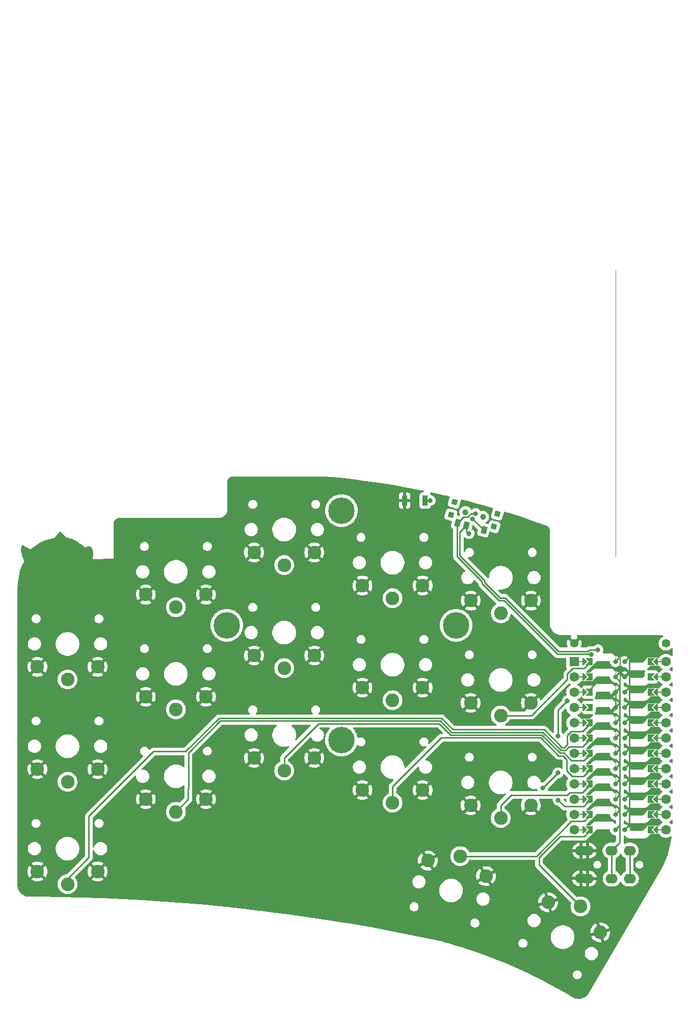
<source format=gbr>
%TF.GenerationSoftware,KiCad,Pcbnew,8.0.8*%
%TF.CreationDate,2025-03-18T19:26:00-05:00*%
%TF.ProjectId,half-swept,68616c66-2d73-4776-9570-742e6b696361,rev?*%
%TF.SameCoordinates,Original*%
%TF.FileFunction,Copper,L1,Top*%
%TF.FilePolarity,Positive*%
%FSLAX46Y46*%
G04 Gerber Fmt 4.6, Leading zero omitted, Abs format (unit mm)*
G04 Created by KiCad (PCBNEW 8.0.8) date 2025-03-18 19:26:00*
%MOMM*%
%LPD*%
G01*
G04 APERTURE LIST*
G04 Aperture macros list*
%AMRotRect*
0 Rectangle, with rotation*
0 The origin of the aperture is its center*
0 $1 length*
0 $2 width*
0 $3 Rotation angle, in degrees counterclockwise*
0 Add horizontal line*
21,1,$1,$2,0,0,$3*%
%AMFreePoly0*
4,1,6,0.600000,-0.250000,-0.600000,-0.250000,-0.600000,1.000000,0.000000,0.400000,0.600000,1.000000,0.600000,-0.250000,0.600000,-0.250000,$1*%
%AMFreePoly1*
4,1,49,0.069446,4.167933,0.088388,4.152388,0.854389,3.386388,0.869934,3.367446,0.888598,3.322386,0.891000,3.298000,0.891000,0.766000,0.888598,0.741614,0.869934,0.696554,0.854389,0.677612,0.088388,-0.088388,0.069446,-0.103933,0.064963,-0.105789,0.062500,-0.108253,0.052631,-0.110897,0.024387,-0.122598,0.008964,-0.122598,0.000000,-0.125000,-0.008964,-0.122598,-0.024387,-0.122598,
-0.052631,-0.110897,-0.062500,-0.108253,-0.064963,-0.105789,-0.069446,-0.103933,-0.103933,-0.069446,-0.105789,-0.064963,-0.108253,-0.062500,-0.110897,-0.052631,-0.122598,-0.024387,-0.122598,-0.008964,-0.125000,0.000000,-0.122598,0.008964,-0.122598,0.024387,-0.110897,0.052631,-0.108253,0.062500,-0.105789,0.064963,-0.103933,0.069446,-0.088388,0.088388,0.641000,0.817776,0.641000,3.246223,
-0.088388,3.975612,-0.103933,3.994554,-0.122598,4.039613,-0.122598,4.088387,-0.103933,4.133446,-0.069446,4.167933,-0.024387,4.186598,0.024387,4.186598,0.069446,4.167933,0.069446,4.167933,$1*%
%AMFreePoly2*
4,1,50,0.069446,4.167933,0.088388,4.152388,0.850389,3.390388,0.865934,3.371446,0.884598,3.326386,0.887000,3.302000,0.887000,0.762000,0.884598,0.737614,0.884598,0.737613,0.865934,0.692554,0.850389,0.673612,0.088388,-0.088388,0.069446,-0.103933,0.064963,-0.105789,0.062500,-0.108253,0.052631,-0.110897,0.024387,-0.122598,0.008964,-0.122598,0.000000,-0.125000,-0.008964,-0.122598,
-0.024387,-0.122598,-0.052631,-0.110897,-0.062500,-0.108253,-0.064963,-0.105789,-0.069446,-0.103933,-0.103933,-0.069446,-0.105789,-0.064963,-0.108253,-0.062500,-0.110897,-0.052631,-0.122598,-0.024387,-0.122598,-0.008964,-0.125000,0.000000,-0.122598,0.008964,-0.122598,0.024387,-0.110897,0.052631,-0.108253,0.062500,-0.105789,0.064963,-0.103933,0.069446,-0.088388,0.088388,0.637000,0.813776,
0.637000,3.250223,-0.088388,3.975612,-0.103933,3.994554,-0.122598,4.039613,-0.122598,4.088387,-0.103933,4.133446,-0.069446,4.167933,-0.024387,4.186598,0.024387,4.186598,0.069446,4.167933,0.069446,4.167933,$1*%
%AMFreePoly3*
4,1,5,0.125000,-0.500000,-0.125000,-0.500000,-0.125000,0.500000,0.125000,0.500000,0.125000,-0.500000,0.125000,-0.500000,$1*%
%AMFreePoly4*
4,1,6,0.600000,0.200000,0.000000,-0.400000,-0.600000,0.200000,-0.600000,0.400000,0.600000,0.400000,0.600000,0.200000,0.600000,0.200000,$1*%
G04 Aperture macros list end*
%TA.AperFunction,ComponentPad*%
%ADD10C,1.397000*%
%TD*%
%TA.AperFunction,ComponentPad*%
%ADD11O,2.000000X1.600000*%
%TD*%
%TA.AperFunction,ComponentPad*%
%ADD12C,2.262000*%
%TD*%
%TA.AperFunction,ComponentPad*%
%ADD13C,4.400000*%
%TD*%
%TA.AperFunction,WasherPad*%
%ADD14C,1.000000*%
%TD*%
%TA.AperFunction,SMDPad,CuDef*%
%ADD15RotRect,0.900000X0.900000X344.500000*%
%TD*%
%TA.AperFunction,SMDPad,CuDef*%
%ADD16RotRect,0.900000X1.250000X344.500000*%
%TD*%
%TA.AperFunction,SMDPad,CuDef*%
%ADD17R,0.900000X1.700000*%
%TD*%
%TA.AperFunction,ComponentPad*%
%ADD18C,0.800000*%
%TD*%
%TA.AperFunction,SMDPad,CuDef*%
%ADD19FreePoly0,270.000000*%
%TD*%
%TA.AperFunction,SMDPad,CuDef*%
%ADD20FreePoly1,270.000000*%
%TD*%
%TA.AperFunction,SMDPad,CuDef*%
%ADD21FreePoly2,90.000000*%
%TD*%
%TA.AperFunction,SMDPad,CuDef*%
%ADD22FreePoly0,90.000000*%
%TD*%
%TA.AperFunction,SMDPad,CuDef*%
%ADD23FreePoly3,90.000000*%
%TD*%
%TA.AperFunction,ComponentPad*%
%ADD24C,1.600000*%
%TD*%
%TA.AperFunction,SMDPad,CuDef*%
%ADD25FreePoly4,270.000000*%
%TD*%
%TA.AperFunction,SMDPad,CuDef*%
%ADD26FreePoly3,270.000000*%
%TD*%
%TA.AperFunction,SMDPad,CuDef*%
%ADD27FreePoly4,90.000000*%
%TD*%
%TA.AperFunction,ComponentPad*%
%ADD28R,1.600000X1.600000*%
%TD*%
%TA.AperFunction,ViaPad*%
%ADD29C,0.800000*%
%TD*%
%TA.AperFunction,Conductor*%
%ADD30C,0.250000*%
%TD*%
G04 APERTURE END LIST*
D10*
%TO.P,B+,1*%
%TO.N,BT+_r*%
X126492000Y-45974000D03*
%TD*%
%TO.P,B-,1*%
%TO.N,gnd*%
X111252000Y-45974000D03*
%TD*%
D11*
%TO.P,J2,R1*%
%TO.N,Switch18*%
X117478000Y-80420000D03*
X117498000Y-85050000D03*
%TO.P,J2,R2*%
%TO.N,vcc*%
X120498000Y-85050000D03*
X120478000Y-80420000D03*
%TO.P,J2,S*%
%TO.N,gnd*%
X112398000Y-80450000D03*
X112378000Y-85020000D03*
%TO.P,J2,T*%
X113478000Y-80420000D03*
X113498000Y-85050000D03*
%TD*%
D12*
%TO.P,SW1,1*%
%TO.N,Switch1*%
X27080000Y-51980000D03*
%TO.P,SW1,2*%
%TO.N,gnd*%
X32080000Y-49880000D03*
X22080000Y-49880000D03*
%TD*%
%TO.P,SW2,1*%
%TO.N,Switch2*%
X45080000Y-39980000D03*
%TO.P,SW2,2*%
%TO.N,gnd*%
X40080000Y-37880000D03*
X50080000Y-37880000D03*
%TD*%
%TO.P,SW3,1*%
%TO.N,Switch3*%
X63080000Y-32980000D03*
%TO.P,SW3,2*%
%TO.N,gnd*%
X58080000Y-30880000D03*
X68080000Y-30880000D03*
%TD*%
%TO.P,SW4,1*%
%TO.N,Switch4*%
X81080000Y-38480000D03*
%TO.P,SW4,2*%
%TO.N,gnd*%
X76080000Y-36380000D03*
X86080000Y-36380000D03*
%TD*%
%TO.P,SW5,1*%
%TO.N,Switch5*%
X99080000Y-40980000D03*
%TO.P,SW5,2*%
%TO.N,gnd*%
X104080000Y-38880000D03*
X94080000Y-38880000D03*
%TD*%
%TO.P,SW6,1*%
%TO.N,Switch6*%
X27080000Y-68980000D03*
%TO.P,SW6,2*%
%TO.N,gnd*%
X32080000Y-66880000D03*
X22080000Y-66880000D03*
%TD*%
%TO.P,SW7,1*%
%TO.N,Switch7*%
X45080000Y-56954000D03*
%TO.P,SW7,2*%
%TO.N,gnd*%
X40080000Y-54854000D03*
X50080000Y-54854000D03*
%TD*%
%TO.P,SW8,1*%
%TO.N,Switch8*%
X63080000Y-50096000D03*
%TO.P,SW8,2*%
%TO.N,gnd*%
X68080000Y-47996000D03*
X58080000Y-47996000D03*
%TD*%
%TO.P,SW9,1*%
%TO.N,Switch9*%
X81080000Y-55430000D03*
%TO.P,SW9,2*%
%TO.N,gnd*%
X86080000Y-53330000D03*
X76080000Y-53330000D03*
%TD*%
%TO.P,SW10,1*%
%TO.N,Switch10*%
X99060000Y-57970000D03*
%TO.P,SW10,2*%
%TO.N,gnd*%
X94060000Y-55870000D03*
X104060000Y-55870000D03*
%TD*%
%TO.P,SW11,1*%
%TO.N,Switch11*%
X27080000Y-85980000D03*
%TO.P,SW11,2*%
%TO.N,gnd*%
X22080000Y-83880000D03*
X32080000Y-83880000D03*
%TD*%
%TO.P,SW12,1*%
%TO.N,Switch12*%
X45080000Y-73972000D03*
%TO.P,SW12,2*%
%TO.N,gnd*%
X50080000Y-71872000D03*
X40080000Y-71872000D03*
%TD*%
%TO.P,SW13,1*%
%TO.N,Switch13*%
X63080000Y-67114000D03*
%TO.P,SW13,2*%
%TO.N,gnd*%
X58080000Y-65014000D03*
X68080000Y-65014000D03*
%TD*%
%TO.P,SW14,1*%
%TO.N,Switch14*%
X81080000Y-72448000D03*
%TO.P,SW14,2*%
%TO.N,gnd*%
X76080000Y-70348000D03*
X86080000Y-70348000D03*
%TD*%
%TO.P,SW15,1*%
%TO.N,Switch15*%
X99060000Y-74988000D03*
%TO.P,SW15,2*%
%TO.N,gnd*%
X94060000Y-72888000D03*
X104060000Y-72888000D03*
%TD*%
%TO.P,SW17,1*%
%TO.N,Switch17*%
X112306000Y-89670450D03*
%TO.P,SW17,2*%
%TO.N,gnd*%
X115586127Y-93989103D03*
X106925873Y-88989103D03*
%TD*%
%TO.P,SW16,1*%
%TO.N,Switch16*%
X92323032Y-81331038D03*
%TO.P,SW16,2*%
%TO.N,gnd*%
X86949883Y-82065387D03*
X96609142Y-84653577D03*
%TD*%
D13*
%TO.P,REF\u002A\u002A,1*%
%TO.N,N/C*%
X72580000Y-23930000D03*
X72580000Y-62030000D03*
X91630000Y-42980000D03*
X53530000Y-42980000D03*
%TD*%
D14*
%TO.P,POWER SW,*%
%TO.N,*%
X93194954Y-24169715D03*
X96085846Y-24971431D03*
D15*
%TO.P,POWER SW,0*%
%TO.N,N/C*%
X98499795Y-24499361D03*
X90781005Y-24641785D03*
X97911870Y-26619348D03*
X91368930Y-22521798D03*
D16*
%TO.P,POWER SW,1*%
%TO.N,Net-(SW_POWERR1-Pad1)*%
X96254049Y-27171393D03*
%TO.P,POWER SW,2*%
%TO.N,BT+_r*%
X93363158Y-26369676D03*
%TO.P,POWER SW,3*%
%TO.N,raw*%
X91917712Y-25968820D03*
%TD*%
D17*
%TO.P,RSW2,1*%
%TO.N,gnd*%
X83085200Y-22250400D03*
%TO.P,RSW2,2*%
%TO.N,reset*%
X86485200Y-22250400D03*
%TD*%
D18*
%TO.P,U1,24*%
%TO.N,raw*%
X119634000Y-49022000D03*
D19*
X123698000Y-49022000D03*
D20*
X119634000Y-49022000D03*
D19*
%TO.P,U1,23*%
%TO.N,gnd*%
X123698000Y-51562000D03*
D20*
X119634000Y-51562000D03*
D18*
X119634000Y-51562000D03*
%TO.P,U1,22*%
%TO.N,reset*%
X119634000Y-54102000D03*
D20*
X119634000Y-54102000D03*
D19*
X123698000Y-54102000D03*
D18*
%TO.P,U1,21*%
%TO.N,vcc*%
X119634000Y-56642000D03*
D19*
X123698000Y-56642000D03*
D20*
X119634000Y-56642000D03*
%TO.P,U1,20*%
%TO.N,Switch5*%
X119634000Y-59182000D03*
D18*
X119634000Y-59182000D03*
D19*
X123698000Y-59182000D03*
D20*
%TO.P,U1,19*%
%TO.N,Switch4*%
X119634000Y-61722000D03*
D18*
X119634000Y-61722000D03*
D19*
X123698000Y-61722000D03*
D18*
%TO.P,U1,18*%
%TO.N,Switch3*%
X119634000Y-64262000D03*
D20*
X119634000Y-64262000D03*
D19*
X123698000Y-64262000D03*
%TO.P,U1,17*%
%TO.N,Switch2*%
X123698000Y-66802000D03*
D20*
X119634000Y-66802000D03*
D18*
X119634000Y-66802000D03*
D19*
%TO.P,U1,16*%
%TO.N,Switch6*%
X123698000Y-69342000D03*
D18*
X119634000Y-69342000D03*
D20*
X119634000Y-69342000D03*
D18*
%TO.P,U1,15*%
%TO.N,Switch7*%
X119634000Y-71882000D03*
D19*
X123698000Y-71882000D03*
D20*
X119634000Y-71882000D03*
D18*
%TO.P,U1,14*%
%TO.N,Switch8*%
X119634000Y-74422000D03*
D20*
X119634000Y-74422000D03*
D19*
X123698000Y-74422000D03*
%TO.P,U1,13*%
%TO.N,Switch9*%
X123698000Y-76962000D03*
D18*
X119634000Y-76962000D03*
D20*
X119634000Y-76962000D03*
D21*
%TO.P,U1,12*%
%TO.N,Switch17*%
X118110000Y-76962000D03*
D18*
X118110000Y-76962000D03*
D22*
X114046000Y-76962000D03*
D21*
%TO.P,U1,11*%
%TO.N,Switch16*%
X118110000Y-74422000D03*
D18*
X118110000Y-74422000D03*
D22*
X114046000Y-74422000D03*
D18*
%TO.P,U1,10*%
%TO.N,Switch1*%
X118110000Y-71882000D03*
D21*
X118110000Y-71882000D03*
D22*
X114046000Y-71882000D03*
%TO.P,U1,9*%
%TO.N,Switch15*%
X114046000Y-69342000D03*
D21*
X118110000Y-69342000D03*
D18*
X118110000Y-69342000D03*
%TO.P,U1,8*%
%TO.N,Switch14*%
X118110000Y-66802000D03*
D22*
X114046000Y-66802000D03*
D21*
X118110000Y-66802000D03*
D18*
%TO.P,U1,7*%
%TO.N,Switch13*%
X118110000Y-64262000D03*
D21*
X118110000Y-64262000D03*
D22*
X114046000Y-64262000D03*
%TO.P,U1,6*%
%TO.N,Switch12*%
X114046000Y-61722000D03*
D18*
X118110000Y-61722000D03*
D21*
X118110000Y-61722000D03*
D22*
%TO.P,U1,5*%
%TO.N,Switch11*%
X114046000Y-59182000D03*
D21*
X118110000Y-59182000D03*
D18*
X118110000Y-59182000D03*
D22*
%TO.P,U1,4*%
%TO.N,gnd*%
X114046000Y-56642000D03*
D18*
X118110000Y-56642000D03*
D21*
X118110000Y-56642000D03*
%TO.P,U1,3*%
X118110000Y-54102000D03*
D22*
X114046000Y-54102000D03*
D18*
X118110000Y-54102000D03*
%TO.P,U1,2*%
%TO.N,Switch18*%
X118110000Y-51562000D03*
D22*
X114046000Y-51562000D03*
D21*
X118110000Y-51562000D03*
%TO.P,U1,1*%
%TO.N,Switch10*%
X118110000Y-49022000D03*
D22*
X114046000Y-49022000D03*
D18*
X118110000Y-49022000D03*
D23*
%TO.P,U1,*%
%TO.N,*%
X112522000Y-71882000D03*
D24*
X111252000Y-49022000D03*
D25*
X124714000Y-56642000D03*
D24*
X111252000Y-71882000D03*
D26*
X125222000Y-64262000D03*
D25*
X124714000Y-66802000D03*
X124714000Y-76962000D03*
D27*
X113030000Y-66802000D03*
D23*
X112522000Y-51562000D03*
D24*
X111252000Y-76962000D03*
D26*
X125222000Y-49022000D03*
D24*
X111252000Y-64262000D03*
D27*
X113030000Y-61722000D03*
D24*
X126492000Y-59182000D03*
X126492000Y-71882000D03*
D25*
X124714000Y-49022000D03*
D26*
X125222000Y-51562000D03*
D24*
X126492000Y-54102000D03*
X126492000Y-61722000D03*
D23*
X112522000Y-49022000D03*
X112522000Y-64262000D03*
D24*
X111252000Y-56642000D03*
D27*
X113030000Y-64262000D03*
D25*
X124714000Y-51562000D03*
D26*
X125222000Y-54102000D03*
D23*
X112522000Y-56642000D03*
D24*
X111252000Y-66802000D03*
D23*
X112522000Y-54102000D03*
D27*
X113030000Y-69342000D03*
D26*
X125222000Y-74422000D03*
D24*
X126492000Y-76962000D03*
X111252000Y-69342000D03*
D27*
X113030000Y-71882000D03*
D23*
X112522000Y-69342000D03*
X112522000Y-76962000D03*
X112522000Y-59182000D03*
D27*
X113030000Y-76962000D03*
D25*
X124714000Y-71882000D03*
X124714000Y-61722000D03*
X124714000Y-59182000D03*
D27*
X113030000Y-54102000D03*
D25*
X124714000Y-74422000D03*
D24*
X111252000Y-61722000D03*
X126492000Y-74422000D03*
D26*
X125222000Y-76962000D03*
D24*
X126492000Y-56642000D03*
D26*
X125222000Y-59182000D03*
D24*
X126492000Y-66802000D03*
D27*
X113030000Y-49022000D03*
D26*
X125222000Y-66802000D03*
D24*
X111252000Y-59182000D03*
D26*
X125222000Y-71882000D03*
D27*
X113030000Y-56642000D03*
D26*
X125222000Y-56642000D03*
D28*
X111252000Y-49022000D03*
D24*
X126492000Y-69342000D03*
D25*
X124714000Y-64262000D03*
D24*
X126492000Y-51562000D03*
X111252000Y-54102000D03*
D23*
X112522000Y-61722000D03*
D27*
X113030000Y-74422000D03*
D24*
X126492000Y-49022000D03*
D27*
X113030000Y-59182000D03*
D26*
X125222000Y-61722000D03*
D23*
X112522000Y-66802000D03*
D27*
X113030000Y-51562000D03*
D24*
X111252000Y-51562000D03*
X126492000Y-64262000D03*
D23*
X112522000Y-74422000D03*
D25*
X124714000Y-54102000D03*
X124714000Y-69342000D03*
D24*
X111252000Y-74422000D03*
D26*
X125222000Y-69342000D03*
%TD*%
D29*
%TO.N,gnd*%
X115163600Y-52273200D03*
X109372400Y-45669200D03*
X89357200Y-22453600D03*
%TO.N,vcc*%
X106019600Y-70002400D03*
X110134400Y-55524400D03*
X108559600Y-67513200D03*
X108559600Y-61417200D03*
%TO.N,reset*%
X87325200Y-22250400D03*
%TO.N,Switch1*%
X108610400Y-72034400D03*
%TO.N,raw*%
X94894400Y-24434800D03*
X114046000Y-47853600D03*
%TO.N,BT+_r*%
X115214400Y-47072415D03*
X93776800Y-27736800D03*
%TO.N,Net-(SW_POWERR1-Pad1)*%
X94335600Y-25298400D03*
%TD*%
D30*
%TO.N,gnd*%
X114046000Y-53390800D02*
X115163600Y-52273200D01*
X118110000Y-56642000D02*
X118110000Y-54102000D01*
X114046000Y-54102000D02*
X114046000Y-53390800D01*
%TO.N,vcc*%
X120498000Y-85050000D02*
X120498000Y-80440000D01*
X108559600Y-57099200D02*
X108559600Y-61417200D01*
X106019600Y-70002400D02*
X106070400Y-70002400D01*
X106070400Y-70002400D02*
X108559600Y-67513200D01*
X120498000Y-80440000D02*
X120478000Y-80420000D01*
X110134400Y-55524400D02*
X108559600Y-57099200D01*
%TO.N,Switch18*%
X118110000Y-51562000D02*
X118834511Y-52286511D01*
X118834511Y-52286511D02*
X118834511Y-79063489D01*
X117498000Y-80440000D02*
X117478000Y-80420000D01*
X118834511Y-79063489D02*
X117478000Y-80420000D01*
X117498000Y-85050000D02*
X117498000Y-80440000D01*
%TO.N,reset*%
X87325200Y-22250400D02*
X86485200Y-22250400D01*
%TO.N,Switch1*%
X108610400Y-72034400D02*
X109677200Y-73101200D01*
X112826800Y-73101200D02*
X114046000Y-71882000D01*
X109677200Y-73101200D02*
X112826800Y-73101200D01*
%TO.N,Switch10*%
X112921489Y-50146511D02*
X114046000Y-49022000D01*
X110127489Y-51060911D02*
X111041889Y-50146511D01*
X104132800Y-57970000D02*
X110127489Y-51975311D01*
X111041889Y-50146511D02*
X112921489Y-50146511D01*
X110127489Y-51975311D02*
X110127489Y-51060911D01*
X99060000Y-57970000D02*
X104132800Y-57970000D01*
%TO.N,Switch11*%
X106257265Y-60306511D02*
X109255234Y-63304480D01*
X30632400Y-74676000D02*
X41360819Y-63947581D01*
X112630511Y-60597489D02*
X114046000Y-59182000D01*
X27080000Y-85086400D02*
X30632400Y-81534000D01*
X41360819Y-63947581D02*
X46719501Y-63947581D01*
X110083600Y-61300100D02*
X110786211Y-60597489D01*
X91088481Y-60306511D02*
X106257265Y-60306511D01*
X109255234Y-63304480D02*
X109592602Y-63304480D01*
X109592602Y-63304480D02*
X110083600Y-62813482D01*
X46719501Y-63947581D02*
X52247082Y-58420000D01*
X30632400Y-81534000D02*
X30632400Y-74676000D01*
X110786211Y-60597489D02*
X112630511Y-60597489D01*
X52247082Y-58420000D02*
X89201970Y-58420000D01*
X27080000Y-85980000D02*
X27080000Y-85086400D01*
X89201970Y-58420000D02*
X91088481Y-60306511D01*
X110083600Y-62813482D02*
X110083600Y-61300100D01*
%TO.N,Switch12*%
X112630511Y-63137489D02*
X114046000Y-61722000D01*
X47142400Y-71909600D02*
X47142400Y-70161021D01*
X52433280Y-58869520D02*
X89015773Y-58869520D01*
X47169021Y-70161021D02*
X47169021Y-64133779D01*
X109778800Y-63754000D02*
X110395311Y-63137489D01*
X47142400Y-70161021D02*
X47169021Y-70161021D01*
X110395311Y-63137489D02*
X112630511Y-63137489D01*
X47169021Y-64133779D02*
X52433280Y-58869520D01*
X90902284Y-60756031D02*
X106071067Y-60756031D01*
X45080000Y-73972000D02*
X47142400Y-71909600D01*
X106071067Y-60756031D02*
X109069036Y-63754000D01*
X89015773Y-58869520D02*
X90902284Y-60756031D01*
X109069036Y-63754000D02*
X109778800Y-63754000D01*
%TO.N,Switch13*%
X63080000Y-64980992D02*
X68741952Y-59319040D01*
X90716086Y-61205551D02*
X105884869Y-61205551D01*
X112877600Y-65430400D02*
X114046000Y-64262000D01*
X63080000Y-67114000D02*
X63080000Y-64980992D01*
X110794800Y-65430400D02*
X112877600Y-65430400D01*
X88829575Y-59319040D02*
X90716086Y-61205551D01*
X108882839Y-64203520D02*
X109567920Y-64203520D01*
X109567920Y-64203520D02*
X110794800Y-65430400D01*
X68741952Y-59319040D02*
X88829575Y-59319040D01*
X105884869Y-61205551D02*
X108882839Y-64203520D01*
%TO.N,Switch14*%
X89170129Y-61655071D02*
X105698671Y-61655071D01*
X109381722Y-64653040D02*
X109982000Y-65253318D01*
X109982000Y-67122300D02*
X110931700Y-68072000D01*
X108696642Y-64653040D02*
X109381722Y-64653040D01*
X81080000Y-69745200D02*
X89170129Y-61655071D01*
X109982000Y-65253318D02*
X109982000Y-67122300D01*
X105698671Y-61655071D02*
X108696642Y-64653040D01*
X81080000Y-72448000D02*
X81080000Y-69745200D01*
X112776000Y-68072000D02*
X114046000Y-66802000D01*
X110931700Y-68072000D02*
X112776000Y-68072000D01*
%TO.N,Switch15*%
X110126650Y-71170800D02*
X110539961Y-70757489D01*
X99060000Y-74988000D02*
X99060000Y-72854992D01*
X100744192Y-71170800D02*
X110126650Y-71170800D01*
X112630511Y-70757489D02*
X114046000Y-69342000D01*
X99060000Y-72854992D02*
X100744192Y-71170800D01*
X110539961Y-70757489D02*
X112630511Y-70757489D01*
%TO.N,Switch16*%
X110786211Y-75546511D02*
X112921489Y-75546511D01*
X112921489Y-75546511D02*
X114046000Y-74422000D01*
X105001684Y-81331038D02*
X110786211Y-75546511D01*
X92323032Y-81331038D02*
X105001684Y-81331038D01*
%TO.N,Switch17*%
X108881929Y-78086511D02*
X112921489Y-78086511D01*
X105410000Y-82774450D02*
X105410000Y-81558440D01*
X105410000Y-81558440D02*
X108881929Y-78086511D01*
X112921489Y-78086511D02*
X114046000Y-76962000D01*
X112306000Y-89670450D02*
X105410000Y-82774450D01*
%TO.N,raw*%
X108458000Y-47752000D02*
X99568000Y-38862000D01*
X114046000Y-47853600D02*
X113944400Y-47752000D01*
X99568000Y-38862000D02*
X98755200Y-38862000D01*
X92888235Y-24998297D02*
X93611089Y-24998297D01*
X113944400Y-47752000D02*
X108458000Y-47752000D01*
X95968880Y-36075680D02*
X95968880Y-35735872D01*
X93611089Y-24998297D02*
X94174586Y-24434800D01*
X91803280Y-26083252D02*
X91917712Y-25968820D01*
X91803280Y-31570272D02*
X91803280Y-26083252D01*
X95968880Y-35735872D02*
X91803280Y-31570272D01*
X98755200Y-38862000D02*
X95968880Y-36075680D01*
X94174586Y-24434800D02*
X94894400Y-24434800D01*
X91917712Y-25968820D02*
X92888235Y-24998297D01*
%TO.N,BT+_r*%
X98941398Y-38412480D02*
X96418400Y-35889482D01*
X96418400Y-35549674D02*
X92252800Y-31384074D01*
X115214400Y-47072415D02*
X113802571Y-47072415D01*
X113572506Y-47302480D02*
X108644198Y-47302480D01*
X99754198Y-38412480D02*
X98941398Y-38412480D01*
X92252800Y-27480034D02*
X93363158Y-26369676D01*
X93363158Y-27323158D02*
X93776800Y-27736800D01*
X92252800Y-31384074D02*
X92252800Y-27480034D01*
X108644198Y-47302480D02*
X99754198Y-38412480D01*
X113802571Y-47072415D02*
X113572506Y-47302480D01*
X93363158Y-26369676D02*
X93363158Y-27323158D01*
X96418400Y-35889482D02*
X96418400Y-35549674D01*
%TO.N,Net-(SW_POWERR1-Pad1)*%
X94381056Y-25298400D02*
X96254049Y-27171393D01*
X94335600Y-25298400D02*
X94381056Y-25298400D01*
%TD*%
%TA.AperFunction,Conductor*%
%TO.N,gnd*%
G36*
X70004761Y-18276075D02*
G01*
X72205644Y-18487299D01*
X72207519Y-18487495D01*
X74410893Y-18733270D01*
X74412700Y-18733485D01*
X76612047Y-19013177D01*
X76613861Y-19013421D01*
X78808725Y-19326974D01*
X78810609Y-19327259D01*
X81000317Y-19674576D01*
X81002044Y-19674864D01*
X83186107Y-20055868D01*
X83188012Y-20056215D01*
X85365963Y-20470822D01*
X85367819Y-20471191D01*
X86004499Y-20602588D01*
X86197895Y-20642501D01*
X86260567Y-20675858D01*
X86295255Y-20737804D01*
X86290947Y-20808669D01*
X86249010Y-20865956D01*
X86182758Y-20891476D01*
X86172428Y-20891900D01*
X85986550Y-20891900D01*
X85926003Y-20898409D01*
X85925995Y-20898411D01*
X85788997Y-20949510D01*
X85788992Y-20949512D01*
X85671938Y-21037138D01*
X85584312Y-21154192D01*
X85584310Y-21154197D01*
X85533211Y-21291195D01*
X85533209Y-21291203D01*
X85526700Y-21351750D01*
X85526700Y-23149049D01*
X85533209Y-23209596D01*
X85533211Y-23209604D01*
X85584310Y-23346602D01*
X85584312Y-23346607D01*
X85671938Y-23463661D01*
X85788992Y-23551287D01*
X85788994Y-23551288D01*
X85788996Y-23551289D01*
X85848075Y-23573324D01*
X85925995Y-23602388D01*
X85926003Y-23602390D01*
X85986550Y-23608899D01*
X85986555Y-23608899D01*
X85986562Y-23608900D01*
X85986568Y-23608900D01*
X86983832Y-23608900D01*
X86983838Y-23608900D01*
X86983845Y-23608899D01*
X86983849Y-23608899D01*
X87044396Y-23602390D01*
X87044399Y-23602389D01*
X87044401Y-23602389D01*
X87181404Y-23551289D01*
X87181999Y-23550844D01*
X87298461Y-23463661D01*
X87386086Y-23346608D01*
X87386085Y-23346608D01*
X87386089Y-23346604D01*
X87434970Y-23215548D01*
X87477515Y-23158717D01*
X87526825Y-23136339D01*
X87607488Y-23119194D01*
X87781952Y-23041518D01*
X87936453Y-22929266D01*
X87936455Y-22929264D01*
X88064234Y-22787351D01*
X88064235Y-22787349D01*
X88064240Y-22787344D01*
X88159727Y-22621956D01*
X88218742Y-22440328D01*
X88238704Y-22250400D01*
X88218742Y-22060472D01*
X88159727Y-21878844D01*
X88064240Y-21713456D01*
X88064238Y-21713454D01*
X88064234Y-21713448D01*
X87936455Y-21571535D01*
X87781952Y-21459282D01*
X87607484Y-21381604D01*
X87526826Y-21364459D01*
X87464353Y-21330730D01*
X87434969Y-21285246D01*
X87386089Y-21154196D01*
X87386086Y-21154192D01*
X87349349Y-21105116D01*
X87324538Y-21038596D01*
X87339630Y-20969221D01*
X87389832Y-20919019D01*
X87459206Y-20903928D01*
X87475668Y-20906205D01*
X87539070Y-20919290D01*
X87540853Y-20919672D01*
X89705110Y-21401204D01*
X89706952Y-21401630D01*
X89930488Y-21454992D01*
X90500611Y-21591091D01*
X90562226Y-21626363D01*
X90594990Y-21689348D01*
X90588500Y-21760047D01*
X90588478Y-21760103D01*
X90578543Y-21785149D01*
X90578543Y-21785150D01*
X90312038Y-22746138D01*
X90312032Y-22746164D01*
X90302124Y-22806250D01*
X90302124Y-22806259D01*
X90314752Y-22951930D01*
X90314753Y-22951931D01*
X90367909Y-23088142D01*
X90367915Y-23088151D01*
X90457292Y-23203868D01*
X90497825Y-23233268D01*
X90575659Y-23289724D01*
X90575662Y-23289725D01*
X90632279Y-23312183D01*
X90632282Y-23312184D01*
X91593270Y-23578689D01*
X91593273Y-23578689D01*
X91593285Y-23578693D01*
X91593293Y-23578694D01*
X91593296Y-23578695D01*
X91609463Y-23581360D01*
X91653385Y-23588604D01*
X91776771Y-23577907D01*
X91799062Y-23575975D01*
X91799062Y-23575974D01*
X91935279Y-23522816D01*
X92035788Y-23445184D01*
X92051000Y-23433435D01*
X92051000Y-23433433D01*
X92051002Y-23433433D01*
X92136856Y-23315069D01*
X92159315Y-23258449D01*
X92425825Y-22297443D01*
X92435736Y-22237343D01*
X92435556Y-22235272D01*
X92435876Y-22233687D01*
X92436039Y-22229463D01*
X92436723Y-22229489D01*
X92449597Y-22165680D01*
X92499035Y-22114725D01*
X92568173Y-22098587D01*
X92592220Y-22102295D01*
X94013427Y-22464793D01*
X94015261Y-22465276D01*
X95049654Y-22746153D01*
X96154793Y-23046240D01*
X96156662Y-23046763D01*
X97196400Y-23346364D01*
X97603468Y-23463661D01*
X97682587Y-23486459D01*
X97742507Y-23524541D01*
X97772325Y-23588972D01*
X97762576Y-23659296D01*
X97749695Y-23681513D01*
X97731870Y-23706086D01*
X97731867Y-23706093D01*
X97709409Y-23762710D01*
X97709408Y-23762713D01*
X97442903Y-24723701D01*
X97442897Y-24723727D01*
X97432989Y-24783813D01*
X97432989Y-24783822D01*
X97445617Y-24929493D01*
X97445618Y-24929494D01*
X97498774Y-25065705D01*
X97498780Y-25065714D01*
X97588157Y-25181431D01*
X97588160Y-25181433D01*
X97706524Y-25267287D01*
X97735206Y-25278664D01*
X97763144Y-25289746D01*
X97763147Y-25289747D01*
X98724135Y-25556252D01*
X98724138Y-25556252D01*
X98724150Y-25556256D01*
X98724158Y-25556257D01*
X98724161Y-25556258D01*
X98740328Y-25558923D01*
X98784250Y-25566167D01*
X98907636Y-25555470D01*
X98929927Y-25553538D01*
X98929927Y-25553537D01*
X99066144Y-25500379D01*
X99154457Y-25432167D01*
X99181865Y-25410998D01*
X99181865Y-25410996D01*
X99181867Y-25410996D01*
X99267721Y-25292632D01*
X99290180Y-25236012D01*
X99556690Y-24275006D01*
X99566601Y-24214906D01*
X99566600Y-24214904D01*
X99567883Y-24207130D01*
X99569458Y-24207389D01*
X99589164Y-24148727D01*
X99644568Y-24104332D01*
X99715179Y-24096938D01*
X99729205Y-24100350D01*
X100235952Y-24254863D01*
X100409438Y-24307761D01*
X100411290Y-24308341D01*
X100644403Y-24383364D01*
X102521770Y-24987558D01*
X102523492Y-24988126D01*
X104623340Y-25699803D01*
X104625003Y-25700382D01*
X106397261Y-26331634D01*
X106702330Y-26440295D01*
X106722059Y-26449303D01*
X106753574Y-26467121D01*
X106754340Y-26467554D01*
X106762459Y-26473489D01*
X106771028Y-26477459D01*
X106780139Y-26482139D01*
X106780771Y-26482497D01*
X106780950Y-26482598D01*
X106782412Y-26483439D01*
X106884601Y-26543124D01*
X106903956Y-26557040D01*
X106928305Y-26578314D01*
X106989156Y-26631481D01*
X107005537Y-26648787D01*
X107075191Y-26737944D01*
X107088025Y-26758036D01*
X107139636Y-26858716D01*
X107148455Y-26880863D01*
X107180178Y-26989458D01*
X107184668Y-27012872D01*
X107195936Y-27131471D01*
X107196501Y-27143388D01*
X107196501Y-27165312D01*
X107196543Y-27165585D01*
X107196501Y-42657978D01*
X107195759Y-42663261D01*
X107196424Y-42682237D01*
X107196501Y-42686644D01*
X107196501Y-42712706D01*
X107197703Y-42718235D01*
X107201190Y-42816151D01*
X107244191Y-43075316D01*
X107244193Y-43075323D01*
X107320280Y-43326740D01*
X107320287Y-43326760D01*
X107428195Y-43566263D01*
X107428199Y-43566269D01*
X107566119Y-43789838D01*
X107566121Y-43789840D01*
X107566122Y-43789842D01*
X107731753Y-43993747D01*
X107922319Y-44174567D01*
X107971998Y-44210767D01*
X108134625Y-44329271D01*
X108134627Y-44329272D01*
X108134631Y-44329275D01*
X108365137Y-44455283D01*
X108609979Y-44550484D01*
X108865062Y-44613283D01*
X108865064Y-44613283D01*
X108865074Y-44613285D01*
X109126106Y-44642630D01*
X109126109Y-44642630D01*
X109126117Y-44642631D01*
X109126123Y-44642630D01*
X109126125Y-44642631D01*
X109143903Y-44642330D01*
X109256243Y-44640433D01*
X109258150Y-44640416D01*
X110681052Y-44640181D01*
X110749175Y-44660172D01*
X110795677Y-44713820D01*
X110805792Y-44784092D01*
X110776310Y-44848678D01*
X110726591Y-44883672D01*
X110711913Y-44889358D01*
X110711907Y-44889361D01*
X110597443Y-44960233D01*
X111204810Y-45567600D01*
X111198496Y-45567600D01*
X111095135Y-45595295D01*
X111002464Y-45648799D01*
X110926799Y-45724464D01*
X110873295Y-45817135D01*
X110845600Y-45920496D01*
X110845600Y-45926810D01*
X110236062Y-45317274D01*
X110221820Y-45336133D01*
X110122152Y-45536295D01*
X110122149Y-45536303D01*
X110060962Y-45751352D01*
X110040331Y-45974000D01*
X110060962Y-46196647D01*
X110122149Y-46411696D01*
X110122152Y-46411704D01*
X110159554Y-46486817D01*
X110172012Y-46556712D01*
X110144706Y-46622247D01*
X110086302Y-46662615D01*
X110046763Y-46668980D01*
X108958793Y-46668980D01*
X108890672Y-46648978D01*
X108869698Y-46632075D01*
X101117622Y-38880000D01*
X102435932Y-38880000D01*
X102456173Y-39137188D01*
X102516397Y-39388042D01*
X102615127Y-39626394D01*
X102749917Y-39846354D01*
X102751997Y-39848789D01*
X103400764Y-39200023D01*
X103415359Y-39235258D01*
X103497437Y-39358097D01*
X103601903Y-39462563D01*
X103724742Y-39544641D01*
X103759973Y-39559234D01*
X103111208Y-40208000D01*
X103113642Y-40210079D01*
X103333608Y-40344873D01*
X103571957Y-40443602D01*
X103822811Y-40503826D01*
X104080000Y-40524067D01*
X104337188Y-40503826D01*
X104588042Y-40443602D01*
X104826391Y-40344873D01*
X105046356Y-40210080D01*
X105046367Y-40210072D01*
X105048791Y-40208001D01*
X105048791Y-40208000D01*
X104400025Y-39559234D01*
X104435258Y-39544641D01*
X104558097Y-39462563D01*
X104662563Y-39358097D01*
X104744641Y-39235258D01*
X104759234Y-39200025D01*
X105408000Y-39848791D01*
X105408001Y-39848791D01*
X105410072Y-39846367D01*
X105410080Y-39846356D01*
X105544873Y-39626391D01*
X105643602Y-39388042D01*
X105703826Y-39137188D01*
X105724067Y-38880000D01*
X105703826Y-38622811D01*
X105643602Y-38371957D01*
X105544873Y-38133608D01*
X105410079Y-37913642D01*
X105408000Y-37911208D01*
X104759234Y-38559973D01*
X104744641Y-38524742D01*
X104662563Y-38401903D01*
X104558097Y-38297437D01*
X104435258Y-38215359D01*
X104400024Y-38200764D01*
X105048790Y-37551997D01*
X105046354Y-37549917D01*
X104826394Y-37415127D01*
X104588042Y-37316397D01*
X104337188Y-37256173D01*
X104080000Y-37235932D01*
X103822811Y-37256173D01*
X103571957Y-37316397D01*
X103333608Y-37415126D01*
X103113637Y-37549923D01*
X103111207Y-37551998D01*
X103759974Y-38200765D01*
X103724742Y-38215359D01*
X103601903Y-38297437D01*
X103497437Y-38401903D01*
X103415359Y-38524742D01*
X103400765Y-38559974D01*
X102751998Y-37911207D01*
X102749923Y-37913637D01*
X102615126Y-38133608D01*
X102516397Y-38371957D01*
X102456173Y-38622811D01*
X102435932Y-38880000D01*
X101117622Y-38880000D01*
X100158033Y-37920411D01*
X100158031Y-37920409D01*
X100054273Y-37851080D01*
X99938983Y-37803325D01*
X99865284Y-37788665D01*
X99816594Y-37778980D01*
X99816592Y-37778980D01*
X99255992Y-37778980D01*
X99187871Y-37758978D01*
X99166897Y-37742075D01*
X98659303Y-37234481D01*
X98625277Y-37172169D01*
X98630342Y-37101354D01*
X98672889Y-37044518D01*
X98739409Y-37019707D01*
X98764837Y-37020463D01*
X98951207Y-37045000D01*
X98951214Y-37045000D01*
X99208786Y-37045000D01*
X99208793Y-37045000D01*
X99464175Y-37011378D01*
X99712984Y-36944710D01*
X99950962Y-36846136D01*
X100174038Y-36717343D01*
X100174038Y-36717342D01*
X100174043Y-36717340D01*
X100328569Y-36598767D01*
X100378394Y-36560535D01*
X100560535Y-36378394D01*
X100669850Y-36235932D01*
X100717340Y-36174043D01*
X100759680Y-36100709D01*
X100846136Y-35950962D01*
X100944710Y-35712984D01*
X101011378Y-35464175D01*
X101045000Y-35208793D01*
X101045000Y-34993318D01*
X103478600Y-34993318D01*
X103478600Y-35166682D01*
X103485871Y-35212589D01*
X103505721Y-35337917D01*
X103559290Y-35502786D01*
X103559292Y-35502791D01*
X103625947Y-35633608D01*
X103638000Y-35657263D01*
X103739900Y-35797516D01*
X103862483Y-35920099D01*
X103862486Y-35920101D01*
X104002740Y-36022002D01*
X104157209Y-36100708D01*
X104322082Y-36154278D01*
X104322083Y-36154278D01*
X104322088Y-36154280D01*
X104493318Y-36181400D01*
X104493321Y-36181400D01*
X104666679Y-36181400D01*
X104666682Y-36181400D01*
X104837912Y-36154280D01*
X105002791Y-36100708D01*
X105157260Y-36022002D01*
X105297514Y-35920101D01*
X105420101Y-35797514D01*
X105522002Y-35657260D01*
X105600708Y-35502791D01*
X105654280Y-35337912D01*
X105681400Y-35166682D01*
X105681400Y-34993318D01*
X105654280Y-34822088D01*
X105600708Y-34657209D01*
X105522002Y-34502740D01*
X105457846Y-34414437D01*
X105420099Y-34362483D01*
X105297516Y-34239900D01*
X105157263Y-34138000D01*
X105157262Y-34137999D01*
X105157260Y-34137998D01*
X105002791Y-34059292D01*
X105002788Y-34059291D01*
X105002786Y-34059290D01*
X104837915Y-34005721D01*
X104837919Y-34005721D01*
X104806041Y-34000672D01*
X104666682Y-33978600D01*
X104493318Y-33978600D01*
X104322088Y-34005720D01*
X104322082Y-34005721D01*
X104157213Y-34059290D01*
X104157207Y-34059293D01*
X104002736Y-34138000D01*
X103862483Y-34239900D01*
X103739900Y-34362483D01*
X103638000Y-34502736D01*
X103559293Y-34657207D01*
X103559290Y-34657213D01*
X103505721Y-34822082D01*
X103505720Y-34822087D01*
X103505720Y-34822088D01*
X103478600Y-34993318D01*
X101045000Y-34993318D01*
X101045000Y-34951207D01*
X101011378Y-34695825D01*
X100944710Y-34447016D01*
X100846136Y-34209038D01*
X100846130Y-34209029D01*
X100846129Y-34209025D01*
X100717340Y-33985956D01*
X100560539Y-33781611D01*
X100560537Y-33781609D01*
X100560535Y-33781606D01*
X100560529Y-33781600D01*
X100560520Y-33781590D01*
X100378409Y-33599479D01*
X100378388Y-33599460D01*
X100174043Y-33442659D01*
X99950974Y-33313870D01*
X99950966Y-33313866D01*
X99950962Y-33313864D01*
X99712984Y-33215290D01*
X99464175Y-33148622D01*
X99464173Y-33148621D01*
X99464167Y-33148620D01*
X99208795Y-33115000D01*
X99208793Y-33115000D01*
X98951207Y-33115000D01*
X98951204Y-33115000D01*
X98695832Y-33148620D01*
X98695825Y-33148622D01*
X98447016Y-33215290D01*
X98248506Y-33297516D01*
X98209036Y-33313865D01*
X98209025Y-33313870D01*
X97985956Y-33442659D01*
X97781611Y-33599460D01*
X97781590Y-33599479D01*
X97599479Y-33781590D01*
X97599460Y-33781611D01*
X97442659Y-33985956D01*
X97313870Y-34209025D01*
X97313865Y-34209036D01*
X97313864Y-34209038D01*
X97260480Y-34337917D01*
X97215290Y-34447016D01*
X97148620Y-34695832D01*
X97115000Y-34951204D01*
X97115000Y-35046180D01*
X97094998Y-35114301D01*
X97041342Y-35160794D01*
X96971068Y-35170898D01*
X96906488Y-35141404D01*
X96899905Y-35135275D01*
X93585781Y-31821151D01*
X93551755Y-31758839D01*
X93556820Y-31688024D01*
X93599367Y-31631188D01*
X93665887Y-31606377D01*
X93699452Y-31608476D01*
X93786545Y-31625800D01*
X93786546Y-31625800D01*
X93933454Y-31625800D01*
X93933455Y-31625800D01*
X94077542Y-31597140D01*
X94213269Y-31540920D01*
X94335420Y-31459301D01*
X94439301Y-31355420D01*
X94520920Y-31233269D01*
X94577140Y-31097542D01*
X94605800Y-30953455D01*
X94605800Y-30806545D01*
X94605799Y-30806539D01*
X103554200Y-30806539D01*
X103554200Y-30953460D01*
X103574671Y-31056374D01*
X103582860Y-31097542D01*
X103582861Y-31097546D01*
X103582862Y-31097547D01*
X103583662Y-31099479D01*
X103639080Y-31233269D01*
X103643050Y-31239210D01*
X103720698Y-31355419D01*
X103720703Y-31355425D01*
X103824574Y-31459296D01*
X103824580Y-31459301D01*
X103946731Y-31540920D01*
X104082458Y-31597140D01*
X104206521Y-31621817D01*
X104226539Y-31625799D01*
X104226542Y-31625799D01*
X104226545Y-31625800D01*
X104226546Y-31625800D01*
X104373454Y-31625800D01*
X104373455Y-31625800D01*
X104517542Y-31597140D01*
X104653269Y-31540920D01*
X104775420Y-31459301D01*
X104879301Y-31355420D01*
X104960920Y-31233269D01*
X105017140Y-31097542D01*
X105045800Y-30953455D01*
X105045800Y-30806545D01*
X105017140Y-30662458D01*
X104960920Y-30526731D01*
X104879301Y-30404580D01*
X104879296Y-30404574D01*
X104775425Y-30300703D01*
X104775419Y-30300698D01*
X104674504Y-30233269D01*
X104653269Y-30219080D01*
X104517542Y-30162860D01*
X104476374Y-30154671D01*
X104373460Y-30134200D01*
X104373455Y-30134200D01*
X104226545Y-30134200D01*
X104226539Y-30134200D01*
X104103041Y-30158765D01*
X104082458Y-30162860D01*
X104082455Y-30162860D01*
X104082452Y-30162862D01*
X103946731Y-30219080D01*
X103824580Y-30300698D01*
X103824574Y-30300703D01*
X103720703Y-30404574D01*
X103720698Y-30404580D01*
X103639080Y-30526731D01*
X103583331Y-30661321D01*
X103582861Y-30662457D01*
X103582860Y-30662459D01*
X103554200Y-30806539D01*
X94605799Y-30806539D01*
X94577140Y-30662458D01*
X94520920Y-30526731D01*
X94439301Y-30404580D01*
X94439296Y-30404574D01*
X94335425Y-30300703D01*
X94335419Y-30300698D01*
X94234504Y-30233269D01*
X94213269Y-30219080D01*
X94077542Y-30162860D01*
X94036374Y-30154671D01*
X93933460Y-30134200D01*
X93933455Y-30134200D01*
X93786545Y-30134200D01*
X93786539Y-30134200D01*
X93663041Y-30158765D01*
X93642458Y-30162860D01*
X93642455Y-30162860D01*
X93642452Y-30162862D01*
X93506731Y-30219080D01*
X93384580Y-30300698D01*
X93384574Y-30300703D01*
X93280703Y-30404574D01*
X93280698Y-30404580D01*
X93199080Y-30526731D01*
X93142862Y-30662452D01*
X93142860Y-30662457D01*
X93135879Y-30697556D01*
X93102971Y-30760465D01*
X93041276Y-30795597D01*
X92970381Y-30791797D01*
X92912795Y-30750271D01*
X92886801Y-30684204D01*
X92886300Y-30672974D01*
X92886300Y-28433772D01*
X92906302Y-28365651D01*
X92959958Y-28319158D01*
X93030232Y-28309054D01*
X93094812Y-28338548D01*
X93105934Y-28349459D01*
X93165547Y-28415666D01*
X93320048Y-28527918D01*
X93494512Y-28605594D01*
X93681313Y-28645300D01*
X93872287Y-28645300D01*
X94059088Y-28605594D01*
X94233552Y-28527918D01*
X94388053Y-28415666D01*
X94388055Y-28415664D01*
X94515834Y-28273751D01*
X94515835Y-28273749D01*
X94515840Y-28273744D01*
X94611327Y-28108356D01*
X94670342Y-27926728D01*
X94690304Y-27736800D01*
X94670342Y-27546872D01*
X94611327Y-27365244D01*
X94515840Y-27199856D01*
X94515838Y-27199854D01*
X94515834Y-27199848D01*
X94388055Y-27057935D01*
X94274754Y-26975617D01*
X94231400Y-26919395D01*
X94225325Y-26848658D01*
X94227398Y-26840009D01*
X94232370Y-26822082D01*
X94343214Y-26422391D01*
X94380691Y-26362097D01*
X94444819Y-26331634D01*
X94515238Y-26340677D01*
X94553724Y-26366972D01*
X95228858Y-27042106D01*
X95262884Y-27104418D01*
X95261180Y-27164873D01*
X95150391Y-27564365D01*
X95150385Y-27564394D01*
X95140476Y-27624480D01*
X95140476Y-27624484D01*
X95153105Y-27770160D01*
X95184001Y-27849328D01*
X95206265Y-27906377D01*
X95295647Y-28022100D01*
X95368407Y-28074875D01*
X95414006Y-28107951D01*
X95414008Y-28107952D01*
X95414011Y-28107954D01*
X95465330Y-28128310D01*
X95470632Y-28130413D01*
X95470635Y-28130414D01*
X96431622Y-28396919D01*
X96431625Y-28396919D01*
X96431637Y-28396923D01*
X96431645Y-28396924D01*
X96431648Y-28396925D01*
X96447815Y-28399590D01*
X96491737Y-28406834D01*
X96637414Y-28394205D01*
X96773631Y-28341046D01*
X96889354Y-28251664D01*
X96975208Y-28133299D01*
X96997667Y-28076679D01*
X97148427Y-27533053D01*
X97185904Y-27472759D01*
X97250033Y-27442296D01*
X97303515Y-27445312D01*
X98136210Y-27676239D01*
X98136213Y-27676239D01*
X98136225Y-27676243D01*
X98136233Y-27676244D01*
X98136236Y-27676245D01*
X98152403Y-27678910D01*
X98196325Y-27686154D01*
X98319711Y-27675457D01*
X98342002Y-27673525D01*
X98342002Y-27673524D01*
X98478219Y-27620366D01*
X98591257Y-27533057D01*
X98593940Y-27530985D01*
X98593940Y-27530983D01*
X98593942Y-27530983D01*
X98679796Y-27412619D01*
X98702255Y-27355999D01*
X98968765Y-26394993D01*
X98978676Y-26334893D01*
X98966047Y-26189217D01*
X98966047Y-26189215D01*
X98966046Y-26189214D01*
X98912890Y-26053003D01*
X98912888Y-26053001D01*
X98912888Y-26052999D01*
X98884503Y-26016249D01*
X98823507Y-25937277D01*
X98705144Y-25851424D01*
X98705142Y-25851423D01*
X98705141Y-25851422D01*
X98705139Y-25851421D01*
X98705137Y-25851420D01*
X98648520Y-25828962D01*
X98648517Y-25828961D01*
X97687529Y-25562456D01*
X97687503Y-25562450D01*
X97627417Y-25552542D01*
X97627408Y-25552542D01*
X97481737Y-25565170D01*
X97481736Y-25565171D01*
X97345525Y-25618327D01*
X97345516Y-25618333D01*
X97229799Y-25707710D01*
X97143946Y-25826073D01*
X97143942Y-25826080D01*
X97121484Y-25882696D01*
X97064257Y-26089048D01*
X97026778Y-26149345D01*
X96962649Y-26179808D01*
X96909168Y-26176792D01*
X96594300Y-26089472D01*
X96534002Y-26051994D01*
X96503539Y-25987865D01*
X96512582Y-25917446D01*
X96558261Y-25863096D01*
X96568576Y-25856933D01*
X96648850Y-25814026D01*
X96802414Y-25687999D01*
X96928441Y-25534435D01*
X97022087Y-25359235D01*
X97079754Y-25169132D01*
X97081775Y-25148620D01*
X97099226Y-24971434D01*
X97099226Y-24971427D01*
X97079755Y-24773736D01*
X97079754Y-24773734D01*
X97079754Y-24773730D01*
X97022087Y-24583627D01*
X96928441Y-24408427D01*
X96802414Y-24254863D01*
X96648850Y-24128836D01*
X96473650Y-24035190D01*
X96283547Y-23977523D01*
X96283546Y-23977522D01*
X96283540Y-23977521D01*
X96085849Y-23958051D01*
X96085843Y-23958051D01*
X95888150Y-23977521D01*
X95806233Y-24002370D01*
X95735240Y-24003003D01*
X95675174Y-23965153D01*
X95660539Y-23944794D01*
X95651998Y-23930001D01*
X95633440Y-23897856D01*
X95633438Y-23897854D01*
X95633436Y-23897850D01*
X95505655Y-23755935D01*
X95351152Y-23643682D01*
X95176688Y-23566006D01*
X94989887Y-23526300D01*
X94798913Y-23526300D01*
X94612111Y-23566006D01*
X94437648Y-23643682D01*
X94280702Y-23757709D01*
X94213834Y-23781567D01*
X94144683Y-23765486D01*
X94095520Y-23715168D01*
X94037549Y-23606711D01*
X93911522Y-23453147D01*
X93757958Y-23327120D01*
X93582758Y-23233474D01*
X93392655Y-23175807D01*
X93392654Y-23175806D01*
X93392648Y-23175805D01*
X93194957Y-23156335D01*
X93194951Y-23156335D01*
X92997259Y-23175805D01*
X92807149Y-23233474D01*
X92631949Y-23327120D01*
X92478386Y-23453147D01*
X92352359Y-23606710D01*
X92258713Y-23781910D01*
X92201044Y-23972020D01*
X92181574Y-24169711D01*
X92181574Y-24169718D01*
X92201044Y-24367409D01*
X92201045Y-24367415D01*
X92201046Y-24367416D01*
X92258713Y-24557519D01*
X92272667Y-24583626D01*
X92275408Y-24588753D01*
X92289880Y-24658259D01*
X92264477Y-24724555D01*
X92253381Y-24737244D01*
X92189172Y-24801453D01*
X92126860Y-24835479D01*
X92066405Y-24833775D01*
X91868419Y-24778868D01*
X91808121Y-24741389D01*
X91777658Y-24677260D01*
X91780674Y-24623779D01*
X91791809Y-24583627D01*
X91837900Y-24417430D01*
X91847811Y-24357330D01*
X91835182Y-24211654D01*
X91835182Y-24211652D01*
X91835181Y-24211651D01*
X91782025Y-24075440D01*
X91782023Y-24075438D01*
X91782023Y-24075436D01*
X91757670Y-24043906D01*
X91692642Y-23959714D01*
X91574279Y-23873861D01*
X91574277Y-23873860D01*
X91574276Y-23873859D01*
X91574274Y-23873858D01*
X91574272Y-23873857D01*
X91517655Y-23851399D01*
X91517652Y-23851398D01*
X90556664Y-23584893D01*
X90556638Y-23584887D01*
X90496552Y-23574979D01*
X90496543Y-23574979D01*
X90350872Y-23587607D01*
X90350871Y-23587608D01*
X90214660Y-23640764D01*
X90214651Y-23640770D01*
X90098934Y-23730147D01*
X90013081Y-23848510D01*
X90013077Y-23848517D01*
X89990619Y-23905134D01*
X89990618Y-23905137D01*
X89724113Y-24866125D01*
X89724107Y-24866151D01*
X89714199Y-24926237D01*
X89714199Y-24926246D01*
X89726827Y-25071917D01*
X89726828Y-25071918D01*
X89779984Y-25208129D01*
X89779990Y-25208138D01*
X89869367Y-25323855D01*
X89945219Y-25378873D01*
X89987734Y-25409711D01*
X90044354Y-25432170D01*
X90877067Y-25663101D01*
X90937362Y-25700578D01*
X90967825Y-25764707D01*
X90964809Y-25818189D01*
X90814054Y-26361792D01*
X90814048Y-26361821D01*
X90804139Y-26421907D01*
X90804139Y-26421911D01*
X90816768Y-26567587D01*
X90846375Y-26643451D01*
X90869928Y-26703804D01*
X90959310Y-26819527D01*
X91077674Y-26905381D01*
X91090238Y-26910364D01*
X91146182Y-26954071D01*
X91169617Y-27021088D01*
X91169780Y-27027486D01*
X91169780Y-31632668D01*
X91173132Y-31649517D01*
X91194125Y-31755057D01*
X91241880Y-31870347D01*
X91311209Y-31974105D01*
X91311211Y-31974107D01*
X93193031Y-33855927D01*
X93227057Y-33918239D01*
X93221992Y-33989054D01*
X93179445Y-34045890D01*
X93161139Y-34057288D01*
X93002742Y-34137996D01*
X93002741Y-34137996D01*
X92862483Y-34239900D01*
X92739900Y-34362483D01*
X92638000Y-34502736D01*
X92559293Y-34657207D01*
X92559290Y-34657213D01*
X92505721Y-34822082D01*
X92505720Y-34822087D01*
X92505720Y-34822088D01*
X92478600Y-34993318D01*
X92478600Y-35166682D01*
X92485871Y-35212589D01*
X92505721Y-35337917D01*
X92559290Y-35502786D01*
X92559292Y-35502791D01*
X92625947Y-35633608D01*
X92638000Y-35657263D01*
X92739900Y-35797516D01*
X92862483Y-35920099D01*
X92862486Y-35920101D01*
X93002740Y-36022002D01*
X93157209Y-36100708D01*
X93322082Y-36154278D01*
X93322083Y-36154278D01*
X93322088Y-36154280D01*
X93493318Y-36181400D01*
X93493321Y-36181400D01*
X93666679Y-36181400D01*
X93666682Y-36181400D01*
X93837912Y-36154280D01*
X94002791Y-36100708D01*
X94157260Y-36022002D01*
X94297514Y-35920101D01*
X94420101Y-35797514D01*
X94522002Y-35657260D01*
X94600708Y-35502791D01*
X94600709Y-35502785D01*
X94602710Y-35498860D01*
X94651458Y-35447245D01*
X94720373Y-35430179D01*
X94787575Y-35453080D01*
X94804072Y-35466968D01*
X95298475Y-35961371D01*
X95332501Y-36023683D01*
X95335380Y-36050466D01*
X95335380Y-36138076D01*
X95342534Y-36174038D01*
X95359725Y-36260465D01*
X95407480Y-36375755D01*
X95476809Y-36479513D01*
X95476811Y-36479515D01*
X98331097Y-39333803D01*
X98365123Y-39396115D01*
X98360058Y-39466931D01*
X98317511Y-39523766D01*
X98307845Y-39530325D01*
X98192225Y-39601178D01*
X98113344Y-39649516D01*
X98113342Y-39649517D01*
X97917112Y-39817112D01*
X97749517Y-40013342D01*
X97749516Y-40013344D01*
X97614676Y-40233382D01*
X97515920Y-40471801D01*
X97455677Y-40722733D01*
X97435430Y-40980000D01*
X97455677Y-41237266D01*
X97515920Y-41488198D01*
X97572407Y-41624569D01*
X97614677Y-41726619D01*
X97663656Y-41806546D01*
X97749516Y-41946655D01*
X97749517Y-41946657D01*
X97917112Y-42142887D01*
X98113342Y-42310482D01*
X98113346Y-42310485D01*
X98333381Y-42445323D01*
X98571800Y-42544079D01*
X98822733Y-42604323D01*
X99080000Y-42624570D01*
X99337267Y-42604323D01*
X99588200Y-42544079D01*
X99826619Y-42445323D01*
X100046654Y-42310485D01*
X100242887Y-42142887D01*
X100410485Y-41946654D01*
X100545323Y-41726619D01*
X100644079Y-41488200D01*
X100704323Y-41237267D01*
X100707907Y-41191724D01*
X100733191Y-41125386D01*
X100790328Y-41083245D01*
X100861178Y-41078686D01*
X100922612Y-41112516D01*
X108054167Y-48244072D01*
X108157925Y-48313401D01*
X108239447Y-48347168D01*
X108273215Y-48361155D01*
X108395606Y-48385500D01*
X108395607Y-48385500D01*
X108520394Y-48385500D01*
X109817500Y-48385500D01*
X109885621Y-48405502D01*
X109932114Y-48459158D01*
X109943500Y-48511500D01*
X109943500Y-48959365D01*
X109943021Y-48970345D01*
X109938502Y-49021999D01*
X109943021Y-49073652D01*
X109943500Y-49084633D01*
X109943500Y-49870649D01*
X109950009Y-49931196D01*
X109950011Y-49931204D01*
X110001110Y-50068202D01*
X110001112Y-50068207D01*
X110031227Y-50108435D01*
X110056038Y-50174955D01*
X110040947Y-50244329D01*
X110019455Y-50273039D01*
X109723656Y-50568840D01*
X109635416Y-50657080D01*
X109635415Y-50657082D01*
X109594912Y-50717700D01*
X109566089Y-50760836D01*
X109556974Y-50782842D01*
X109527069Y-50855039D01*
X109518334Y-50876126D01*
X109512541Y-50905251D01*
X109493989Y-50998514D01*
X109493989Y-51660716D01*
X109473987Y-51728837D01*
X109457084Y-51749811D01*
X105821770Y-55385124D01*
X105759458Y-55419150D01*
X105688642Y-55414085D01*
X105631807Y-55371538D01*
X105616266Y-55344247D01*
X105524875Y-55123610D01*
X105390079Y-54903642D01*
X105388000Y-54901208D01*
X104739234Y-55549974D01*
X104724641Y-55514742D01*
X104642563Y-55391903D01*
X104538097Y-55287437D01*
X104415258Y-55205359D01*
X104380024Y-55190764D01*
X105028790Y-54541997D01*
X105026354Y-54539917D01*
X104806394Y-54405127D01*
X104568042Y-54306397D01*
X104317188Y-54246173D01*
X104060000Y-54225932D01*
X103802811Y-54246173D01*
X103551957Y-54306397D01*
X103313608Y-54405126D01*
X103093637Y-54539923D01*
X103091207Y-54541998D01*
X103739974Y-55190765D01*
X103704742Y-55205359D01*
X103581903Y-55287437D01*
X103477437Y-55391903D01*
X103395359Y-55514742D01*
X103380765Y-55549974D01*
X102731998Y-54901207D01*
X102729923Y-54903637D01*
X102595126Y-55123608D01*
X102496397Y-55361957D01*
X102436173Y-55612811D01*
X102415932Y-55870000D01*
X102436173Y-56127188D01*
X102496397Y-56378042D01*
X102595127Y-56616394D01*
X102729917Y-56836354D01*
X102731997Y-56838789D01*
X103380764Y-56190023D01*
X103395359Y-56225258D01*
X103477437Y-56348097D01*
X103581903Y-56452563D01*
X103704742Y-56534641D01*
X103739974Y-56549234D01*
X103091208Y-57198000D01*
X103091505Y-57205554D01*
X103074192Y-57274408D01*
X103022403Y-57322971D01*
X102965602Y-57336500D01*
X100656369Y-57336500D01*
X100588248Y-57316498D01*
X100541755Y-57262842D01*
X100539961Y-57258719D01*
X100525325Y-57223385D01*
X100525323Y-57223381D01*
X100390485Y-57003346D01*
X100390482Y-57003342D01*
X100222887Y-56807112D01*
X100026657Y-56639517D01*
X100026655Y-56639516D01*
X100026654Y-56639515D01*
X99806619Y-56504677D01*
X99680805Y-56452563D01*
X99568198Y-56405920D01*
X99396542Y-56364709D01*
X99317267Y-56345677D01*
X99060000Y-56325430D01*
X98802733Y-56345677D01*
X98551801Y-56405920D01*
X98313382Y-56504676D01*
X98093344Y-56639516D01*
X98093342Y-56639517D01*
X97897112Y-56807112D01*
X97729517Y-57003342D01*
X97729516Y-57003344D01*
X97594676Y-57223382D01*
X97495920Y-57461801D01*
X97445081Y-57673562D01*
X97435677Y-57712733D01*
X97415430Y-57970000D01*
X97435677Y-58227267D01*
X97445823Y-58269529D01*
X97495920Y-58478198D01*
X97580040Y-58681281D01*
X97594677Y-58716619D01*
X97649784Y-58806546D01*
X97729516Y-58936655D01*
X97729517Y-58936657D01*
X97897112Y-59132887D01*
X98093342Y-59300482D01*
X98093346Y-59300485D01*
X98313381Y-59435323D01*
X98313384Y-59435324D01*
X98317602Y-59437909D01*
X98316866Y-59439109D01*
X98363858Y-59483487D01*
X98380928Y-59552401D01*
X98358030Y-59619604D01*
X98302435Y-59663759D01*
X98255043Y-59673011D01*
X91403075Y-59673011D01*
X91334954Y-59653009D01*
X91313980Y-59636106D01*
X89605805Y-57927931D01*
X89605803Y-57927929D01*
X89502045Y-57858600D01*
X89386755Y-57810845D01*
X89313056Y-57796185D01*
X89264366Y-57786500D01*
X89264364Y-57786500D01*
X68886412Y-57786500D01*
X68818291Y-57766498D01*
X68771798Y-57712842D01*
X68761694Y-57642568D01*
X68791188Y-57577988D01*
X68797317Y-57571405D01*
X68879296Y-57489425D01*
X68879301Y-57489420D01*
X68960920Y-57367269D01*
X69017140Y-57231542D01*
X69045800Y-57087455D01*
X69045800Y-56940545D01*
X69017140Y-56796458D01*
X68960920Y-56660731D01*
X68879301Y-56538580D01*
X68879296Y-56538574D01*
X68775425Y-56434703D01*
X68775419Y-56434698D01*
X68690627Y-56378042D01*
X68653269Y-56353080D01*
X68517542Y-56296860D01*
X68476374Y-56288671D01*
X68373460Y-56268200D01*
X68373455Y-56268200D01*
X68226545Y-56268200D01*
X68226539Y-56268200D01*
X68103041Y-56292765D01*
X68082458Y-56296860D01*
X68082455Y-56296860D01*
X68082452Y-56296862D01*
X67946731Y-56353080D01*
X67824580Y-56434698D01*
X67824574Y-56434703D01*
X67720703Y-56538574D01*
X67720698Y-56538580D01*
X67639080Y-56660731D01*
X67582862Y-56796452D01*
X67582860Y-56796459D01*
X67554200Y-56940539D01*
X67554200Y-57087460D01*
X67574671Y-57190374D01*
X67582860Y-57231542D01*
X67639080Y-57367269D01*
X67687939Y-57440392D01*
X67720698Y-57489419D01*
X67720703Y-57489425D01*
X67802683Y-57571405D01*
X67836709Y-57633717D01*
X67831644Y-57704532D01*
X67789097Y-57761368D01*
X67722577Y-57786179D01*
X67713588Y-57786500D01*
X58446412Y-57786500D01*
X58378291Y-57766498D01*
X58331798Y-57712842D01*
X58321694Y-57642568D01*
X58351188Y-57577988D01*
X58357317Y-57571405D01*
X58439296Y-57489425D01*
X58439301Y-57489420D01*
X58520920Y-57367269D01*
X58577140Y-57231542D01*
X58605800Y-57087455D01*
X58605800Y-56940545D01*
X58577140Y-56796458D01*
X58520920Y-56660731D01*
X58439301Y-56538580D01*
X58439296Y-56538574D01*
X58335425Y-56434703D01*
X58335419Y-56434698D01*
X58250627Y-56378042D01*
X58213269Y-56353080D01*
X58077542Y-56296860D01*
X58036374Y-56288671D01*
X57933460Y-56268200D01*
X57933455Y-56268200D01*
X57786545Y-56268200D01*
X57786539Y-56268200D01*
X57663041Y-56292765D01*
X57642458Y-56296860D01*
X57642455Y-56296860D01*
X57642452Y-56296862D01*
X57506731Y-56353080D01*
X57384580Y-56434698D01*
X57384574Y-56434703D01*
X57280703Y-56538574D01*
X57280698Y-56538580D01*
X57199080Y-56660731D01*
X57142862Y-56796452D01*
X57142860Y-56796459D01*
X57114200Y-56940539D01*
X57114200Y-57087460D01*
X57134671Y-57190374D01*
X57142860Y-57231542D01*
X57199080Y-57367269D01*
X57247939Y-57440392D01*
X57280698Y-57489419D01*
X57280703Y-57489425D01*
X57362683Y-57571405D01*
X57396709Y-57633717D01*
X57391644Y-57704532D01*
X57349097Y-57761368D01*
X57282577Y-57786179D01*
X57273588Y-57786500D01*
X52184685Y-57786500D01*
X52111650Y-57801028D01*
X52062297Y-57810845D01*
X52062295Y-57810845D01*
X52062294Y-57810846D01*
X51947005Y-57858601D01*
X51843253Y-57927926D01*
X51843246Y-57927931D01*
X46494002Y-63277176D01*
X46431690Y-63311202D01*
X46404907Y-63314081D01*
X41298422Y-63314081D01*
X41225387Y-63328609D01*
X41176034Y-63338426D01*
X41176032Y-63338426D01*
X41176031Y-63338427D01*
X41147689Y-63350167D01*
X41147688Y-63350167D01*
X41060742Y-63386181D01*
X40956990Y-63455506D01*
X40956988Y-63455507D01*
X40763464Y-63649031D01*
X40701152Y-63683056D01*
X40630336Y-63677991D01*
X40573501Y-63635444D01*
X40557960Y-63608153D01*
X40547597Y-63583135D01*
X40520920Y-63518731D01*
X40439301Y-63396580D01*
X40439296Y-63396574D01*
X40335425Y-63292703D01*
X40335419Y-63292698D01*
X40280195Y-63255799D01*
X40213269Y-63211080D01*
X40077542Y-63154860D01*
X40036374Y-63146671D01*
X39933460Y-63126200D01*
X39933455Y-63126200D01*
X39786545Y-63126200D01*
X39786539Y-63126200D01*
X39663041Y-63150765D01*
X39642458Y-63154860D01*
X39642455Y-63154860D01*
X39642452Y-63154862D01*
X39506731Y-63211080D01*
X39384580Y-63292698D01*
X39384574Y-63292703D01*
X39280703Y-63396574D01*
X39280698Y-63396580D01*
X39199080Y-63518731D01*
X39142862Y-63654452D01*
X39142860Y-63654459D01*
X39114200Y-63798539D01*
X39114200Y-63945460D01*
X39129425Y-64021999D01*
X39142860Y-64089542D01*
X39142861Y-64089546D01*
X39142862Y-64089547D01*
X39151095Y-64109423D01*
X39199080Y-64225269D01*
X39227370Y-64267608D01*
X39280698Y-64347419D01*
X39280703Y-64347425D01*
X39384574Y-64451296D01*
X39384580Y-64451301D01*
X39506731Y-64532920D01*
X39573409Y-64560539D01*
X39596153Y-64569960D01*
X39651434Y-64614509D01*
X39673855Y-64681872D01*
X39656297Y-64750663D01*
X39637030Y-64775464D01*
X30228567Y-74183929D01*
X30140331Y-74272164D01*
X30140326Y-74272171D01*
X30098075Y-74335405D01*
X30071000Y-74375925D01*
X30055862Y-74412472D01*
X30023246Y-74491212D01*
X29998900Y-74613603D01*
X29998900Y-81219405D01*
X29978898Y-81287526D01*
X29961995Y-81308500D01*
X26955554Y-84314940D01*
X26893242Y-84348966D01*
X26876347Y-84351456D01*
X26822738Y-84355676D01*
X26822734Y-84355676D01*
X26822733Y-84355677D01*
X26770372Y-84368247D01*
X26571801Y-84415920D01*
X26333382Y-84514676D01*
X26113344Y-84649516D01*
X26113342Y-84649517D01*
X25917112Y-84817112D01*
X25749517Y-85013342D01*
X25749516Y-85013344D01*
X25614676Y-85233382D01*
X25515920Y-85471801D01*
X25465104Y-85683465D01*
X25455677Y-85722733D01*
X25435430Y-85980000D01*
X25455677Y-86237267D01*
X25470172Y-86297644D01*
X25515920Y-86488198D01*
X25572748Y-86625392D01*
X25614677Y-86726619D01*
X25721669Y-86901214D01*
X25749516Y-86946655D01*
X25749517Y-86946657D01*
X25917112Y-87142887D01*
X26113342Y-87310482D01*
X26113346Y-87310485D01*
X26333381Y-87445323D01*
X26571800Y-87544079D01*
X26822733Y-87604323D01*
X27080000Y-87624570D01*
X27337267Y-87604323D01*
X27588200Y-87544079D01*
X27826619Y-87445323D01*
X28046654Y-87310485D01*
X28242887Y-87142887D01*
X28410485Y-86946654D01*
X28438337Y-86901204D01*
X88831000Y-86901204D01*
X88831000Y-87158795D01*
X88864620Y-87414167D01*
X88864621Y-87414173D01*
X88864622Y-87414175D01*
X88931290Y-87662984D01*
X89029864Y-87900962D01*
X89029865Y-87900963D01*
X89029870Y-87900974D01*
X89158659Y-88124043D01*
X89315460Y-88328388D01*
X89315479Y-88328409D01*
X89497590Y-88510520D01*
X89497600Y-88510529D01*
X89497606Y-88510535D01*
X89497609Y-88510537D01*
X89497611Y-88510539D01*
X89701956Y-88667340D01*
X89925025Y-88796129D01*
X89925029Y-88796130D01*
X89925038Y-88796136D01*
X90163016Y-88894710D01*
X90411825Y-88961378D01*
X90411831Y-88961378D01*
X90411832Y-88961379D01*
X90441134Y-88965236D01*
X90667207Y-88995000D01*
X90667214Y-88995000D01*
X90924786Y-88995000D01*
X90924793Y-88995000D01*
X91180175Y-88961378D01*
X91428984Y-88894710D01*
X91666962Y-88796136D01*
X91890038Y-88667343D01*
X91890038Y-88667342D01*
X91890043Y-88667340D01*
X92008717Y-88576277D01*
X92094394Y-88510535D01*
X92238106Y-88366823D01*
X95007192Y-88366823D01*
X95007192Y-88540187D01*
X95033105Y-88703794D01*
X95034313Y-88711422D01*
X95087882Y-88876291D01*
X95087884Y-88876296D01*
X95166590Y-89030765D01*
X95166592Y-89030768D01*
X95268492Y-89171021D01*
X95391075Y-89293604D01*
X95450716Y-89336936D01*
X95531332Y-89395507D01*
X95685801Y-89474213D01*
X95850674Y-89527783D01*
X95850675Y-89527783D01*
X95850680Y-89527785D01*
X96021910Y-89554905D01*
X96021913Y-89554905D01*
X96195271Y-89554905D01*
X96195274Y-89554905D01*
X96366504Y-89527785D01*
X96531383Y-89474213D01*
X96685852Y-89395507D01*
X96826106Y-89293606D01*
X96948693Y-89171019D01*
X97050594Y-89030765D01*
X97071822Y-88989103D01*
X105281805Y-88989103D01*
X105295490Y-89163000D01*
X106175873Y-88927103D01*
X106175873Y-89062972D01*
X106204695Y-89207870D01*
X106261232Y-89344361D01*
X106309850Y-89417123D01*
X105427098Y-89653657D01*
X105460994Y-89735487D01*
X105595795Y-89955463D01*
X105595796Y-89955465D01*
X105763340Y-90151635D01*
X105959510Y-90319179D01*
X105959512Y-90319180D01*
X106179481Y-90453976D01*
X106417830Y-90552705D01*
X106668684Y-90612929D01*
X106925872Y-90633170D01*
X107099771Y-90619483D01*
X106863874Y-89739103D01*
X106999742Y-89739103D01*
X107144640Y-89710281D01*
X107281131Y-89653744D01*
X107353893Y-89605125D01*
X107590426Y-90487875D01*
X107672262Y-90453978D01*
X107892233Y-90319180D01*
X107892235Y-90319179D01*
X108088405Y-90151635D01*
X108255949Y-89955465D01*
X108255950Y-89955463D01*
X108390746Y-89735494D01*
X108489475Y-89497145D01*
X108549699Y-89246291D01*
X108569940Y-88989102D01*
X108556253Y-88815203D01*
X107675873Y-89051099D01*
X107675873Y-88915234D01*
X107647051Y-88770336D01*
X107590514Y-88633845D01*
X107541894Y-88561079D01*
X108424645Y-88324548D01*
X108390748Y-88242713D01*
X108255950Y-88022742D01*
X108255949Y-88022740D01*
X108088405Y-87826570D01*
X107892235Y-87659026D01*
X107892233Y-87659025D01*
X107672264Y-87524229D01*
X107433915Y-87425500D01*
X107183061Y-87365276D01*
X106925872Y-87345035D01*
X106751973Y-87358720D01*
X106987871Y-88239103D01*
X106852004Y-88239103D01*
X106707106Y-88267925D01*
X106570615Y-88324462D01*
X106497850Y-88373081D01*
X106261317Y-87490328D01*
X106179488Y-87524224D01*
X105959512Y-87659025D01*
X105959510Y-87659026D01*
X105763340Y-87826570D01*
X105595796Y-88022740D01*
X105595795Y-88022742D01*
X105460999Y-88242711D01*
X105362270Y-88481060D01*
X105302046Y-88731914D01*
X105281805Y-88989103D01*
X97071822Y-88989103D01*
X97129300Y-88876296D01*
X97182872Y-88711417D01*
X97209992Y-88540187D01*
X97209992Y-88366823D01*
X97182872Y-88195593D01*
X97129300Y-88030714D01*
X97050594Y-87876245D01*
X96948693Y-87735991D01*
X96948691Y-87735988D01*
X96826108Y-87613405D01*
X96685855Y-87511505D01*
X96685854Y-87511504D01*
X96685852Y-87511503D01*
X96531383Y-87432797D01*
X96531380Y-87432796D01*
X96531378Y-87432795D01*
X96366507Y-87379226D01*
X96366511Y-87379226D01*
X96299811Y-87368662D01*
X96195274Y-87352105D01*
X96021910Y-87352105D01*
X95850680Y-87379225D01*
X95850674Y-87379226D01*
X95685805Y-87432795D01*
X95685799Y-87432798D01*
X95531328Y-87511505D01*
X95391075Y-87613405D01*
X95268492Y-87735988D01*
X95166592Y-87876241D01*
X95087885Y-88030712D01*
X95087882Y-88030718D01*
X95034313Y-88195587D01*
X95034312Y-88195592D01*
X95034312Y-88195593D01*
X95007192Y-88366823D01*
X92238106Y-88366823D01*
X92276535Y-88328394D01*
X92378437Y-88195593D01*
X92433340Y-88124043D01*
X92443398Y-88106623D01*
X92562136Y-87900962D01*
X92660710Y-87662984D01*
X92727378Y-87414175D01*
X92761000Y-87158793D01*
X92761000Y-86901207D01*
X92727378Y-86645825D01*
X92660710Y-86397016D01*
X92562136Y-86159038D01*
X92562130Y-86159029D01*
X92562129Y-86159025D01*
X92433340Y-85935956D01*
X92276539Y-85731611D01*
X92276537Y-85731609D01*
X92276535Y-85731606D01*
X92276529Y-85731600D01*
X92276520Y-85731590D01*
X92094409Y-85549479D01*
X92094388Y-85549460D01*
X91890043Y-85392659D01*
X91666974Y-85263870D01*
X91666966Y-85263866D01*
X91666962Y-85263864D01*
X91428984Y-85165290D01*
X91180175Y-85098622D01*
X91180173Y-85098621D01*
X91180167Y-85098620D01*
X90924795Y-85065000D01*
X90924793Y-85065000D01*
X90667207Y-85065000D01*
X90667204Y-85065000D01*
X90411832Y-85098620D01*
X90411825Y-85098622D01*
X90163016Y-85165290D01*
X89991970Y-85236140D01*
X89925036Y-85263865D01*
X89925025Y-85263870D01*
X89701956Y-85392659D01*
X89497611Y-85549460D01*
X89497590Y-85549479D01*
X89315479Y-85731590D01*
X89315460Y-85731611D01*
X89158659Y-85935956D01*
X89029870Y-86159025D01*
X89029865Y-86159036D01*
X89029864Y-86159038D01*
X88973219Y-86295791D01*
X88931290Y-86397016D01*
X88864620Y-86645832D01*
X88831000Y-86901204D01*
X28438337Y-86901204D01*
X28545323Y-86726619D01*
X28644079Y-86488200D01*
X28704323Y-86237267D01*
X28724570Y-85980000D01*
X28704323Y-85722733D01*
X28644079Y-85471800D01*
X28545323Y-85233381D01*
X28410485Y-85013346D01*
X28406632Y-85008835D01*
X28319590Y-84906921D01*
X28290559Y-84842132D01*
X28301164Y-84771932D01*
X28326301Y-84736001D01*
X29182303Y-83880000D01*
X30435932Y-83880000D01*
X30456173Y-84137188D01*
X30516397Y-84388042D01*
X30615127Y-84626394D01*
X30749917Y-84846354D01*
X30751997Y-84848789D01*
X31400764Y-84200023D01*
X31415359Y-84235258D01*
X31497437Y-84358097D01*
X31601903Y-84462563D01*
X31724742Y-84544641D01*
X31759973Y-84559234D01*
X31111208Y-85208000D01*
X31113642Y-85210079D01*
X31333608Y-85344873D01*
X31571957Y-85443602D01*
X31822811Y-85503826D01*
X32080000Y-85524067D01*
X32134053Y-85519813D01*
X84382008Y-85519813D01*
X84382008Y-85693177D01*
X84409128Y-85864407D01*
X84409129Y-85864412D01*
X84458930Y-86017684D01*
X84462700Y-86029286D01*
X84541406Y-86183755D01*
X84541408Y-86183758D01*
X84643308Y-86324011D01*
X84765891Y-86446594D01*
X84858026Y-86513534D01*
X84906148Y-86548497D01*
X85060617Y-86627203D01*
X85225490Y-86680773D01*
X85225491Y-86680773D01*
X85225496Y-86680775D01*
X85396726Y-86707895D01*
X85396729Y-86707895D01*
X85570087Y-86707895D01*
X85570090Y-86707895D01*
X85741320Y-86680775D01*
X85906199Y-86627203D01*
X86060668Y-86548497D01*
X86200922Y-86446596D01*
X86323509Y-86324009D01*
X86425410Y-86183755D01*
X86504116Y-86029286D01*
X86557688Y-85864407D01*
X86584808Y-85693177D01*
X86584808Y-85519813D01*
X86557688Y-85348583D01*
X86504116Y-85183704D01*
X86425410Y-85029235D01*
X86375657Y-84960756D01*
X86323507Y-84888978D01*
X86200924Y-84766395D01*
X86060671Y-84664495D01*
X86060670Y-84664494D01*
X86060668Y-84664493D01*
X86039244Y-84653577D01*
X94965074Y-84653577D01*
X94985315Y-84910765D01*
X95045540Y-85161622D01*
X95079437Y-85243457D01*
X95870890Y-84786511D01*
X95887964Y-84872344D01*
X95944501Y-85008835D01*
X96026579Y-85131674D01*
X96122649Y-85227744D01*
X95333322Y-85683465D01*
X95446609Y-85816109D01*
X95642779Y-85983653D01*
X95642781Y-85983654D01*
X95862750Y-86118450D01*
X96101099Y-86217179D01*
X96351953Y-86277403D01*
X96609142Y-86297644D01*
X96866330Y-86277403D01*
X97117190Y-86217177D01*
X97199023Y-86183279D01*
X96742077Y-85391827D01*
X96827909Y-85374755D01*
X96964400Y-85318218D01*
X97087239Y-85236140D01*
X97183310Y-85140068D01*
X97639029Y-85929394D01*
X97771679Y-85816103D01*
X97771681Y-85816101D01*
X97939218Y-85619939D01*
X97939219Y-85619937D01*
X98074015Y-85399968D01*
X98172744Y-85161619D01*
X98232968Y-84910765D01*
X98253209Y-84653577D01*
X98232968Y-84396388D01*
X98172742Y-84145528D01*
X98138845Y-84063694D01*
X97347392Y-84520639D01*
X97330320Y-84434810D01*
X97273783Y-84298319D01*
X97191705Y-84175480D01*
X97095632Y-84079407D01*
X97884960Y-83623687D01*
X97771674Y-83491044D01*
X97575504Y-83323500D01*
X97575502Y-83323499D01*
X97355533Y-83188703D01*
X97117184Y-83089974D01*
X96866330Y-83029750D01*
X96609142Y-83009509D01*
X96351953Y-83029750D01*
X96101098Y-83089974D01*
X96019260Y-83123873D01*
X96476205Y-83915326D01*
X96390375Y-83932399D01*
X96253884Y-83988936D01*
X96131045Y-84071014D01*
X96034972Y-84167086D01*
X95579252Y-83377757D01*
X95446609Y-83491044D01*
X95279065Y-83687214D01*
X95279064Y-83687216D01*
X95144268Y-83907185D01*
X95045539Y-84145534D01*
X94985315Y-84396388D01*
X94965074Y-84653577D01*
X86039244Y-84653577D01*
X85906199Y-84585787D01*
X85906196Y-84585786D01*
X85906194Y-84585785D01*
X85741323Y-84532216D01*
X85741327Y-84532216D01*
X85709449Y-84527167D01*
X85570090Y-84505095D01*
X85396726Y-84505095D01*
X85225496Y-84532215D01*
X85225490Y-84532216D01*
X85060621Y-84585785D01*
X85060615Y-84585788D01*
X84906144Y-84664495D01*
X84765891Y-84766395D01*
X84643308Y-84888978D01*
X84541408Y-85029231D01*
X84462701Y-85183702D01*
X84462698Y-85183708D01*
X84409129Y-85348577D01*
X84409128Y-85348582D01*
X84409128Y-85348583D01*
X84382008Y-85519813D01*
X32134053Y-85519813D01*
X32337188Y-85503826D01*
X32588042Y-85443602D01*
X32826391Y-85344873D01*
X33046356Y-85210080D01*
X33046367Y-85210072D01*
X33048791Y-85208001D01*
X33048791Y-85208000D01*
X32400025Y-84559234D01*
X32435258Y-84544641D01*
X32558097Y-84462563D01*
X32662563Y-84358097D01*
X32744641Y-84235258D01*
X32759234Y-84200025D01*
X33408000Y-84848791D01*
X33408001Y-84848791D01*
X33410072Y-84846367D01*
X33410080Y-84846356D01*
X33544873Y-84626391D01*
X33643602Y-84388042D01*
X33703826Y-84137188D01*
X33724067Y-83880000D01*
X33703826Y-83622811D01*
X33643602Y-83371957D01*
X33544873Y-83133608D01*
X33410079Y-82913642D01*
X33408000Y-82911208D01*
X32759234Y-83559973D01*
X32744641Y-83524742D01*
X32662563Y-83401903D01*
X32558097Y-83297437D01*
X32435258Y-83215359D01*
X32400024Y-83200764D01*
X33048790Y-82551997D01*
X33046354Y-82549917D01*
X32826394Y-82415127D01*
X32588042Y-82316397D01*
X32337188Y-82256173D01*
X32080000Y-82235932D01*
X31822811Y-82256173D01*
X31571957Y-82316397D01*
X31333608Y-82415126D01*
X31113637Y-82549923D01*
X31111207Y-82551998D01*
X31759974Y-83200765D01*
X31724742Y-83215359D01*
X31601903Y-83297437D01*
X31497437Y-83401903D01*
X31415359Y-83524742D01*
X31400765Y-83559974D01*
X30751998Y-82911207D01*
X30749923Y-82913637D01*
X30615126Y-83133608D01*
X30516397Y-83371957D01*
X30456173Y-83622811D01*
X30435932Y-83880000D01*
X29182303Y-83880000D01*
X30996917Y-82065387D01*
X85305815Y-82065387D01*
X85326056Y-82322575D01*
X85386281Y-82573432D01*
X85420178Y-82655267D01*
X86211631Y-82198321D01*
X86228705Y-82284154D01*
X86285242Y-82420645D01*
X86367320Y-82543484D01*
X86463390Y-82639554D01*
X85674063Y-83095275D01*
X85787350Y-83227919D01*
X85983520Y-83395463D01*
X85983522Y-83395464D01*
X86203491Y-83530260D01*
X86441840Y-83628989D01*
X86692694Y-83689213D01*
X86949883Y-83709454D01*
X87207071Y-83689213D01*
X87457931Y-83628987D01*
X87539764Y-83595089D01*
X87082818Y-82803637D01*
X87168650Y-82786565D01*
X87305141Y-82730028D01*
X87427980Y-82647950D01*
X87524051Y-82551878D01*
X87979770Y-83341204D01*
X88112420Y-83227913D01*
X88112422Y-83227911D01*
X88279959Y-83031749D01*
X88279960Y-83031747D01*
X88414756Y-82811778D01*
X88513485Y-82573429D01*
X88573709Y-82322575D01*
X88593950Y-82065387D01*
X88573709Y-81808198D01*
X88513483Y-81557338D01*
X88479586Y-81475504D01*
X87688133Y-81932449D01*
X87671061Y-81846620D01*
X87614524Y-81710129D01*
X87532446Y-81587290D01*
X87436373Y-81491217D01*
X88225701Y-81035497D01*
X88112415Y-80902854D01*
X87916245Y-80735310D01*
X87916243Y-80735309D01*
X87696274Y-80600513D01*
X87457925Y-80501784D01*
X87207071Y-80441560D01*
X86949883Y-80421319D01*
X86692694Y-80441560D01*
X86441839Y-80501784D01*
X86360001Y-80535683D01*
X86816946Y-81327136D01*
X86731116Y-81344209D01*
X86594625Y-81400746D01*
X86471786Y-81482824D01*
X86375713Y-81578896D01*
X85919993Y-80789567D01*
X85787350Y-80902854D01*
X85619806Y-81099024D01*
X85619805Y-81099026D01*
X85485009Y-81318995D01*
X85386280Y-81557344D01*
X85326056Y-81808198D01*
X85305815Y-82065387D01*
X30996917Y-82065387D01*
X31124471Y-81937833D01*
X31193800Y-81834075D01*
X31241555Y-81718785D01*
X31265900Y-81596394D01*
X31265900Y-81471606D01*
X31265900Y-80395354D01*
X31285902Y-80327233D01*
X31339558Y-80280740D01*
X31409832Y-80270636D01*
X31474412Y-80300130D01*
X31511733Y-80356418D01*
X31558964Y-80501784D01*
X31559292Y-80502791D01*
X31620990Y-80623880D01*
X31638000Y-80657263D01*
X31739900Y-80797516D01*
X31862483Y-80920099D01*
X31904962Y-80950962D01*
X32002740Y-81022002D01*
X32157209Y-81100708D01*
X32322082Y-81154278D01*
X32322083Y-81154278D01*
X32322088Y-81154280D01*
X32493318Y-81181400D01*
X32493321Y-81181400D01*
X32666679Y-81181400D01*
X32666682Y-81181400D01*
X32837912Y-81154280D01*
X33002791Y-81100708D01*
X33157260Y-81022002D01*
X33297514Y-80920101D01*
X33420101Y-80797514D01*
X33522002Y-80657260D01*
X33600708Y-80502791D01*
X33654280Y-80337912D01*
X33681400Y-80166682D01*
X33681400Y-79993318D01*
X33654280Y-79822088D01*
X33600708Y-79657209D01*
X33522002Y-79502740D01*
X33420101Y-79362486D01*
X33420099Y-79362483D01*
X33297516Y-79239900D01*
X33157263Y-79138000D01*
X33157262Y-79137999D01*
X33157260Y-79137998D01*
X33002791Y-79059292D01*
X33002788Y-79059291D01*
X33002786Y-79059290D01*
X32837915Y-79005721D01*
X32837919Y-79005721D01*
X32796481Y-78999158D01*
X32666682Y-78978600D01*
X32493318Y-78978600D01*
X32328143Y-79004761D01*
X32322082Y-79005721D01*
X32157213Y-79059290D01*
X32157207Y-79059293D01*
X32002736Y-79138000D01*
X31862483Y-79239900D01*
X31739900Y-79362483D01*
X31638000Y-79502736D01*
X31559293Y-79657207D01*
X31559290Y-79657213D01*
X31511733Y-79803581D01*
X31471659Y-79862187D01*
X31406263Y-79889824D01*
X31336306Y-79877717D01*
X31284000Y-79829711D01*
X31265900Y-79764645D01*
X31265900Y-75806539D01*
X31554200Y-75806539D01*
X31554200Y-75953460D01*
X31571694Y-76041404D01*
X31582860Y-76097542D01*
X31639080Y-76233269D01*
X31683661Y-76299989D01*
X31720698Y-76355419D01*
X31720703Y-76355425D01*
X31824574Y-76459296D01*
X31824580Y-76459301D01*
X31946731Y-76540920D01*
X32082458Y-76597140D01*
X32206521Y-76621817D01*
X32226539Y-76625799D01*
X32226542Y-76625799D01*
X32226545Y-76625800D01*
X32226546Y-76625800D01*
X32373454Y-76625800D01*
X32373455Y-76625800D01*
X32517542Y-76597140D01*
X32653269Y-76540920D01*
X32775420Y-76459301D01*
X32879301Y-76355420D01*
X32960920Y-76233269D01*
X33017140Y-76097542D01*
X33045800Y-75953455D01*
X33045800Y-75806545D01*
X33045730Y-75806195D01*
X33038208Y-75768377D01*
X33017140Y-75662458D01*
X32960920Y-75526731D01*
X32879301Y-75404580D01*
X32879296Y-75404574D01*
X32775425Y-75300703D01*
X32775419Y-75300698D01*
X32692460Y-75245267D01*
X32653269Y-75219080D01*
X32517542Y-75162860D01*
X32476374Y-75154671D01*
X32373460Y-75134200D01*
X32373455Y-75134200D01*
X32226545Y-75134200D01*
X32226539Y-75134200D01*
X32103041Y-75158765D01*
X32082458Y-75162860D01*
X32082455Y-75162860D01*
X32082452Y-75162862D01*
X31946731Y-75219080D01*
X31824580Y-75300698D01*
X31824574Y-75300703D01*
X31720703Y-75404574D01*
X31720698Y-75404580D01*
X31639080Y-75526731D01*
X31582862Y-75662452D01*
X31582860Y-75662459D01*
X31554200Y-75806539D01*
X31265900Y-75806539D01*
X31265900Y-74990594D01*
X31285902Y-74922473D01*
X31302805Y-74901499D01*
X34332304Y-71872000D01*
X38435932Y-71872000D01*
X38456173Y-72129188D01*
X38516397Y-72380042D01*
X38615127Y-72618394D01*
X38749917Y-72838354D01*
X38751997Y-72840789D01*
X39400764Y-72192023D01*
X39415359Y-72227258D01*
X39497437Y-72350097D01*
X39601903Y-72454563D01*
X39724742Y-72536641D01*
X39759973Y-72551234D01*
X39111208Y-73200000D01*
X39113642Y-73202079D01*
X39333608Y-73336873D01*
X39571957Y-73435602D01*
X39822811Y-73495826D01*
X40080000Y-73516067D01*
X40337188Y-73495826D01*
X40588042Y-73435602D01*
X40826391Y-73336873D01*
X41046356Y-73202080D01*
X41046367Y-73202072D01*
X41048791Y-73200001D01*
X41048791Y-73200000D01*
X40400025Y-72551234D01*
X40435258Y-72536641D01*
X40558097Y-72454563D01*
X40662563Y-72350097D01*
X40744641Y-72227258D01*
X40759234Y-72192025D01*
X41408000Y-72840791D01*
X41408001Y-72840791D01*
X41410072Y-72838367D01*
X41410080Y-72838356D01*
X41544873Y-72618391D01*
X41643602Y-72380042D01*
X41703826Y-72129188D01*
X41724067Y-71872000D01*
X41703826Y-71614811D01*
X41643602Y-71363957D01*
X41544873Y-71125608D01*
X41410079Y-70905642D01*
X41408000Y-70903208D01*
X40759234Y-71551973D01*
X40744641Y-71516742D01*
X40662563Y-71393903D01*
X40558097Y-71289437D01*
X40435258Y-71207359D01*
X40400024Y-71192764D01*
X41048790Y-70543997D01*
X41046354Y-70541917D01*
X40826394Y-70407127D01*
X40588042Y-70308397D01*
X40337188Y-70248173D01*
X40080000Y-70227932D01*
X39822811Y-70248173D01*
X39571957Y-70308397D01*
X39333608Y-70407126D01*
X39113637Y-70541923D01*
X39111207Y-70543998D01*
X39759974Y-71192765D01*
X39724742Y-71207359D01*
X39601903Y-71289437D01*
X39497437Y-71393903D01*
X39415359Y-71516742D01*
X39400765Y-71551974D01*
X38751998Y-70903207D01*
X38749923Y-70905637D01*
X38615126Y-71125608D01*
X38516397Y-71363957D01*
X38456173Y-71614811D01*
X38435932Y-71872000D01*
X34332304Y-71872000D01*
X38263505Y-67940799D01*
X38325817Y-67906773D01*
X38396632Y-67911838D01*
X38453468Y-67954385D01*
X38478279Y-68020905D01*
X38478600Y-68029894D01*
X38478600Y-68158682D01*
X38505720Y-68329912D01*
X38505721Y-68329917D01*
X38559290Y-68494786D01*
X38559292Y-68494791D01*
X38634128Y-68641664D01*
X38638000Y-68649263D01*
X38739900Y-68789516D01*
X38862483Y-68912099D01*
X38927331Y-68959214D01*
X39002740Y-69014002D01*
X39157209Y-69092708D01*
X39322082Y-69146278D01*
X39322083Y-69146278D01*
X39322088Y-69146280D01*
X39493318Y-69173400D01*
X39493321Y-69173400D01*
X39666679Y-69173400D01*
X39666682Y-69173400D01*
X39837912Y-69146280D01*
X40002791Y-69092708D01*
X40157260Y-69014002D01*
X40297514Y-68912101D01*
X40420101Y-68789514D01*
X40522002Y-68649260D01*
X40600708Y-68494791D01*
X40654280Y-68329912D01*
X40681400Y-68158682D01*
X40681400Y-67985318D01*
X40654280Y-67814088D01*
X40600708Y-67649209D01*
X40522002Y-67494740D01*
X40444524Y-67388101D01*
X40420099Y-67354483D01*
X40297516Y-67231900D01*
X40157263Y-67130000D01*
X40157262Y-67129999D01*
X40157260Y-67129998D01*
X40002791Y-67051292D01*
X40002788Y-67051291D01*
X40002786Y-67051290D01*
X39837915Y-66997721D01*
X39837919Y-66997721D01*
X39806041Y-66992672D01*
X39666682Y-66970600D01*
X39537894Y-66970600D01*
X39469773Y-66950598D01*
X39423280Y-66896942D01*
X39413176Y-66826668D01*
X39442670Y-66762088D01*
X39448799Y-66755505D01*
X40393742Y-65810563D01*
X41586319Y-64617986D01*
X41648631Y-64583960D01*
X41675414Y-64581081D01*
X46409521Y-64581081D01*
X46477642Y-64601083D01*
X46524135Y-64654739D01*
X46535521Y-64707081D01*
X46535521Y-66456530D01*
X46515519Y-66524651D01*
X46461863Y-66571144D01*
X46391589Y-66581248D01*
X46332817Y-66556492D01*
X46174043Y-66434659D01*
X45950974Y-66305870D01*
X45950966Y-66305866D01*
X45950962Y-66305864D01*
X45712984Y-66207290D01*
X45464175Y-66140622D01*
X45464173Y-66140621D01*
X45464167Y-66140620D01*
X45208795Y-66107000D01*
X45208793Y-66107000D01*
X44951207Y-66107000D01*
X44951204Y-66107000D01*
X44695832Y-66140620D01*
X44447016Y-66207290D01*
X44209036Y-66305865D01*
X44209025Y-66305870D01*
X43985956Y-66434659D01*
X43781611Y-66591460D01*
X43781590Y-66591479D01*
X43599479Y-66773590D01*
X43599460Y-66773611D01*
X43442659Y-66977956D01*
X43313870Y-67201025D01*
X43313865Y-67201036D01*
X43215290Y-67439016D01*
X43148620Y-67687832D01*
X43115000Y-67943204D01*
X43115000Y-68200795D01*
X43148620Y-68456167D01*
X43148621Y-68456173D01*
X43148622Y-68456175D01*
X43215290Y-68704984D01*
X43313864Y-68942962D01*
X43313865Y-68942963D01*
X43313870Y-68942974D01*
X43442659Y-69166043D01*
X43599460Y-69370388D01*
X43599479Y-69370409D01*
X43781590Y-69552520D01*
X43781600Y-69552529D01*
X43781606Y-69552535D01*
X43781609Y-69552537D01*
X43781611Y-69552539D01*
X43985956Y-69709340D01*
X44209025Y-69838129D01*
X44209029Y-69838130D01*
X44209038Y-69838136D01*
X44447016Y-69936710D01*
X44695825Y-70003378D01*
X44695831Y-70003378D01*
X44695832Y-70003379D01*
X44700633Y-70004011D01*
X44951207Y-70037000D01*
X44951214Y-70037000D01*
X45208786Y-70037000D01*
X45208793Y-70037000D01*
X45464175Y-70003378D01*
X45712984Y-69936710D01*
X45950962Y-69838136D01*
X46174038Y-69709343D01*
X46332819Y-69587505D01*
X46399036Y-69561906D01*
X46468585Y-69576170D01*
X46519382Y-69625771D01*
X46535521Y-69687469D01*
X46535521Y-69952385D01*
X46533100Y-69976967D01*
X46508900Y-70098624D01*
X46508900Y-71595004D01*
X46488898Y-71663125D01*
X46471995Y-71684100D01*
X45760849Y-72395245D01*
X45698537Y-72429270D01*
X45627721Y-72424205D01*
X45623537Y-72422558D01*
X45588200Y-72407921D01*
X45471722Y-72379957D01*
X45337267Y-72347677D01*
X45080000Y-72327430D01*
X44822733Y-72347677D01*
X44571801Y-72407920D01*
X44333382Y-72506676D01*
X44113344Y-72641516D01*
X44113342Y-72641517D01*
X43917112Y-72809112D01*
X43749517Y-73005342D01*
X43749516Y-73005344D01*
X43614676Y-73225382D01*
X43515920Y-73463801D01*
X43468193Y-73662600D01*
X43455677Y-73714733D01*
X43435430Y-73972000D01*
X43455677Y-74229267D01*
X43472298Y-74298500D01*
X43515920Y-74480198D01*
X43520484Y-74491215D01*
X43614677Y-74718619D01*
X43741457Y-74925505D01*
X43749516Y-74938655D01*
X43749517Y-74938657D01*
X43917112Y-75134887D01*
X44113342Y-75302482D01*
X44113346Y-75302485D01*
X44333381Y-75437323D01*
X44571800Y-75536079D01*
X44822733Y-75596323D01*
X45080000Y-75616570D01*
X45337267Y-75596323D01*
X45588200Y-75536079D01*
X45826619Y-75437323D01*
X46046654Y-75302485D01*
X46242887Y-75134887D01*
X46410485Y-74938654D01*
X46545323Y-74718619D01*
X46644079Y-74480200D01*
X46704323Y-74229267D01*
X46724570Y-73972000D01*
X46704323Y-73714733D01*
X46644079Y-73463800D01*
X46629440Y-73428460D01*
X46621851Y-73357874D01*
X46653629Y-73294386D01*
X46656697Y-73291205D01*
X47634471Y-72313433D01*
X47703800Y-72209675D01*
X47751555Y-72094385D01*
X47775900Y-71971994D01*
X47775900Y-71872000D01*
X48435932Y-71872000D01*
X48456173Y-72129188D01*
X48516397Y-72380042D01*
X48615127Y-72618394D01*
X48749917Y-72838354D01*
X48751997Y-72840789D01*
X49400764Y-72192023D01*
X49415359Y-72227258D01*
X49497437Y-72350097D01*
X49601903Y-72454563D01*
X49724742Y-72536641D01*
X49759973Y-72551234D01*
X49111208Y-73200000D01*
X49113642Y-73202079D01*
X49333608Y-73336873D01*
X49571957Y-73435602D01*
X49822811Y-73495826D01*
X50080000Y-73516067D01*
X50337188Y-73495826D01*
X50588042Y-73435602D01*
X50826391Y-73336873D01*
X51046356Y-73202080D01*
X51046367Y-73202072D01*
X51048791Y-73200001D01*
X51048791Y-73200000D01*
X50400025Y-72551234D01*
X50435258Y-72536641D01*
X50558097Y-72454563D01*
X50662563Y-72350097D01*
X50744641Y-72227258D01*
X50759234Y-72192025D01*
X51408000Y-72840791D01*
X51408001Y-72840791D01*
X51410072Y-72838367D01*
X51410080Y-72838356D01*
X51544873Y-72618391D01*
X51643602Y-72380042D01*
X51703826Y-72129188D01*
X51724067Y-71872000D01*
X51703826Y-71614811D01*
X51643602Y-71363957D01*
X51544873Y-71125608D01*
X51410079Y-70905642D01*
X51408000Y-70903208D01*
X50759234Y-71551973D01*
X50744641Y-71516742D01*
X50662563Y-71393903D01*
X50558097Y-71289437D01*
X50435258Y-71207359D01*
X50400024Y-71192764D01*
X51048790Y-70543997D01*
X51046354Y-70541917D01*
X50826394Y-70407127D01*
X50683651Y-70348000D01*
X74435932Y-70348000D01*
X74456173Y-70605188D01*
X74516397Y-70856042D01*
X74615127Y-71094394D01*
X74749917Y-71314354D01*
X74751997Y-71316789D01*
X75400764Y-70668023D01*
X75415359Y-70703258D01*
X75497437Y-70826097D01*
X75601903Y-70930563D01*
X75724742Y-71012641D01*
X75759973Y-71027234D01*
X75111208Y-71676000D01*
X75113642Y-71678079D01*
X75333608Y-71812873D01*
X75571957Y-71911602D01*
X75822811Y-71971826D01*
X76080000Y-71992067D01*
X76337188Y-71971826D01*
X76588042Y-71911602D01*
X76826391Y-71812873D01*
X77046356Y-71678080D01*
X77046367Y-71678072D01*
X77048791Y-71676001D01*
X77048791Y-71676000D01*
X76400025Y-71027234D01*
X76435258Y-71012641D01*
X76558097Y-70930563D01*
X76662563Y-70826097D01*
X76744641Y-70703258D01*
X76759234Y-70668025D01*
X77408000Y-71316791D01*
X77408001Y-71316791D01*
X77410072Y-71314367D01*
X77410080Y-71314356D01*
X77544873Y-71094391D01*
X77643602Y-70856042D01*
X77703826Y-70605188D01*
X77724067Y-70348000D01*
X77703826Y-70090811D01*
X77643602Y-69839957D01*
X77544873Y-69601608D01*
X77410079Y-69381642D01*
X77408000Y-69379208D01*
X76759234Y-70027973D01*
X76744641Y-69992742D01*
X76662563Y-69869903D01*
X76558097Y-69765437D01*
X76435258Y-69683359D01*
X76400024Y-69668764D01*
X77048790Y-69019997D01*
X77046354Y-69017917D01*
X76826394Y-68883127D01*
X76588042Y-68784397D01*
X76337188Y-68724173D01*
X76080000Y-68703932D01*
X75822811Y-68724173D01*
X75571957Y-68784397D01*
X75333608Y-68883126D01*
X75113637Y-69017923D01*
X75111207Y-69019998D01*
X75759974Y-69668765D01*
X75724742Y-69683359D01*
X75601903Y-69765437D01*
X75497437Y-69869903D01*
X75415359Y-69992742D01*
X75400765Y-70027974D01*
X74751998Y-69379207D01*
X74749923Y-69381637D01*
X74615126Y-69601608D01*
X74516397Y-69839957D01*
X74456173Y-70090811D01*
X74435932Y-70348000D01*
X50683651Y-70348000D01*
X50588042Y-70308397D01*
X50337188Y-70248173D01*
X50080000Y-70227932D01*
X49822811Y-70248173D01*
X49571957Y-70308397D01*
X49333608Y-70407126D01*
X49113637Y-70541923D01*
X49111207Y-70543998D01*
X49759974Y-71192765D01*
X49724742Y-71207359D01*
X49601903Y-71289437D01*
X49497437Y-71393903D01*
X49415359Y-71516742D01*
X49400765Y-71551974D01*
X48751998Y-70903207D01*
X48749923Y-70905637D01*
X48615126Y-71125608D01*
X48516397Y-71363957D01*
X48456173Y-71614811D01*
X48435932Y-71872000D01*
X47775900Y-71872000D01*
X47775900Y-71847206D01*
X47775900Y-70369658D01*
X47778321Y-70345076D01*
X47782482Y-70324158D01*
X47802521Y-70223415D01*
X47802521Y-67985318D01*
X49478600Y-67985318D01*
X49478600Y-68158682D01*
X49505720Y-68329912D01*
X49505721Y-68329917D01*
X49559290Y-68494786D01*
X49559292Y-68494791D01*
X49634128Y-68641664D01*
X49638000Y-68649263D01*
X49739900Y-68789516D01*
X49862483Y-68912099D01*
X49927331Y-68959214D01*
X50002740Y-69014002D01*
X50157209Y-69092708D01*
X50322082Y-69146278D01*
X50322083Y-69146278D01*
X50322088Y-69146280D01*
X50493318Y-69173400D01*
X50493321Y-69173400D01*
X50666679Y-69173400D01*
X50666682Y-69173400D01*
X50837912Y-69146280D01*
X51002791Y-69092708D01*
X51157260Y-69014002D01*
X51297514Y-68912101D01*
X51420101Y-68789514D01*
X51522002Y-68649260D01*
X51600708Y-68494791D01*
X51654280Y-68329912D01*
X51681400Y-68158682D01*
X51681400Y-67985318D01*
X51654280Y-67814088D01*
X51600708Y-67649209D01*
X51522002Y-67494740D01*
X51444524Y-67388101D01*
X51420099Y-67354483D01*
X51297516Y-67231900D01*
X51157263Y-67130000D01*
X51157262Y-67129999D01*
X51157260Y-67129998D01*
X51002791Y-67051292D01*
X51002788Y-67051291D01*
X51002786Y-67051290D01*
X50837915Y-66997721D01*
X50837919Y-66997721D01*
X50806041Y-66992672D01*
X50666682Y-66970600D01*
X50493318Y-66970600D01*
X50322088Y-66997720D01*
X50322082Y-66997721D01*
X50157213Y-67051290D01*
X50157207Y-67051293D01*
X50002736Y-67130000D01*
X49862483Y-67231900D01*
X49739900Y-67354483D01*
X49638000Y-67494736D01*
X49559293Y-67649207D01*
X49559290Y-67649213D01*
X49505721Y-67814082D01*
X49505720Y-67814087D01*
X49505720Y-67814088D01*
X49478600Y-67985318D01*
X47802521Y-67985318D01*
X47802521Y-65014000D01*
X56435932Y-65014000D01*
X56456173Y-65271188D01*
X56516397Y-65522042D01*
X56615127Y-65760394D01*
X56749917Y-65980354D01*
X56751997Y-65982789D01*
X57400764Y-65334023D01*
X57415359Y-65369258D01*
X57497437Y-65492097D01*
X57601903Y-65596563D01*
X57724742Y-65678641D01*
X57759973Y-65693234D01*
X57111208Y-66342000D01*
X57113642Y-66344079D01*
X57333608Y-66478873D01*
X57571957Y-66577602D01*
X57822811Y-66637826D01*
X58080000Y-66658067D01*
X58337188Y-66637826D01*
X58588042Y-66577602D01*
X58826391Y-66478873D01*
X59046356Y-66344080D01*
X59046367Y-66344072D01*
X59048791Y-66342001D01*
X59048791Y-66342000D01*
X58400025Y-65693234D01*
X58435258Y-65678641D01*
X58558097Y-65596563D01*
X58662563Y-65492097D01*
X58744641Y-65369258D01*
X58759234Y-65334025D01*
X59408000Y-65982791D01*
X59408001Y-65982791D01*
X59410072Y-65980367D01*
X59410080Y-65980356D01*
X59544873Y-65760391D01*
X59643602Y-65522042D01*
X59703826Y-65271188D01*
X59724067Y-65014000D01*
X59703826Y-64756811D01*
X59643602Y-64505957D01*
X59544873Y-64267608D01*
X59410079Y-64047642D01*
X59408000Y-64045208D01*
X58759234Y-64693973D01*
X58744641Y-64658742D01*
X58662563Y-64535903D01*
X58558097Y-64431437D01*
X58435258Y-64349359D01*
X58400024Y-64334764D01*
X59048790Y-63685997D01*
X59046354Y-63683917D01*
X58826394Y-63549127D01*
X58588042Y-63450397D01*
X58337188Y-63390173D01*
X58080000Y-63369932D01*
X57822811Y-63390173D01*
X57571957Y-63450397D01*
X57333608Y-63549126D01*
X57113637Y-63683923D01*
X57111207Y-63685998D01*
X57759974Y-64334765D01*
X57724742Y-64349359D01*
X57601903Y-64431437D01*
X57497437Y-64535903D01*
X57415359Y-64658742D01*
X57400765Y-64693974D01*
X56751998Y-64045207D01*
X56749923Y-64047637D01*
X56615126Y-64267608D01*
X56516397Y-64505957D01*
X56456173Y-64756811D01*
X56435932Y-65014000D01*
X47802521Y-65014000D01*
X47802521Y-64448373D01*
X47822523Y-64380252D01*
X47839426Y-64359278D01*
X48400165Y-63798539D01*
X49554200Y-63798539D01*
X49554200Y-63945460D01*
X49569425Y-64021999D01*
X49582860Y-64089542D01*
X49582861Y-64089546D01*
X49582862Y-64089547D01*
X49591095Y-64109423D01*
X49639080Y-64225269D01*
X49667370Y-64267608D01*
X49720698Y-64347419D01*
X49720703Y-64347425D01*
X49824574Y-64451296D01*
X49824580Y-64451301D01*
X49946731Y-64532920D01*
X50082458Y-64589140D01*
X50206521Y-64613817D01*
X50226539Y-64617799D01*
X50226542Y-64617799D01*
X50226545Y-64617800D01*
X50226546Y-64617800D01*
X50373454Y-64617800D01*
X50373455Y-64617800D01*
X50517542Y-64589140D01*
X50653269Y-64532920D01*
X50775420Y-64451301D01*
X50879301Y-64347420D01*
X50960920Y-64225269D01*
X51017140Y-64089542D01*
X51045800Y-63945455D01*
X51045800Y-63798545D01*
X51045595Y-63797516D01*
X51033008Y-63734236D01*
X51017140Y-63654458D01*
X50960920Y-63518731D01*
X50879301Y-63396580D01*
X50879296Y-63396574D01*
X50775425Y-63292703D01*
X50775419Y-63292698D01*
X50720195Y-63255799D01*
X50653269Y-63211080D01*
X50517542Y-63154860D01*
X50476374Y-63146671D01*
X50373460Y-63126200D01*
X50373455Y-63126200D01*
X50226545Y-63126200D01*
X50226539Y-63126200D01*
X50103041Y-63150765D01*
X50082458Y-63154860D01*
X50082455Y-63154860D01*
X50082452Y-63154862D01*
X49946731Y-63211080D01*
X49824580Y-63292698D01*
X49824574Y-63292703D01*
X49720703Y-63396574D01*
X49720698Y-63396580D01*
X49639080Y-63518731D01*
X49582862Y-63654452D01*
X49582860Y-63654459D01*
X49554200Y-63798539D01*
X48400165Y-63798539D01*
X51071386Y-61127318D01*
X56478600Y-61127318D01*
X56478600Y-61300682D01*
X56501087Y-61442659D01*
X56505721Y-61471917D01*
X56559290Y-61636786D01*
X56559292Y-61636791D01*
X56637998Y-61791260D01*
X56638000Y-61791263D01*
X56739900Y-61931516D01*
X56862483Y-62054099D01*
X56954618Y-62121039D01*
X57002740Y-62156002D01*
X57157209Y-62234708D01*
X57322082Y-62288278D01*
X57322083Y-62288278D01*
X57322088Y-62288280D01*
X57493318Y-62315400D01*
X57493321Y-62315400D01*
X57666679Y-62315400D01*
X57666682Y-62315400D01*
X57837912Y-62288280D01*
X58002791Y-62234708D01*
X58157260Y-62156002D01*
X58297514Y-62054101D01*
X58420101Y-61931514D01*
X58522002Y-61791260D01*
X58600708Y-61636791D01*
X58654280Y-61471912D01*
X58681400Y-61300682D01*
X58681400Y-61127318D01*
X58654280Y-60956088D01*
X58600708Y-60791209D01*
X58522002Y-60636740D01*
X58420101Y-60496486D01*
X58420099Y-60496483D01*
X58297516Y-60373900D01*
X58157263Y-60272000D01*
X58157262Y-60271999D01*
X58157260Y-60271998D01*
X58002791Y-60193292D01*
X58002788Y-60193291D01*
X58002786Y-60193290D01*
X57837915Y-60139721D01*
X57837919Y-60139721D01*
X57802725Y-60134147D01*
X57666682Y-60112600D01*
X57493318Y-60112600D01*
X57322088Y-60139720D01*
X57322082Y-60139721D01*
X57157213Y-60193290D01*
X57157207Y-60193293D01*
X57002736Y-60272000D01*
X56862483Y-60373900D01*
X56739900Y-60496483D01*
X56638000Y-60636736D01*
X56559293Y-60791207D01*
X56559290Y-60791213D01*
X56505721Y-60956082D01*
X56505720Y-60956087D01*
X56505720Y-60956088D01*
X56478600Y-61127318D01*
X51071386Y-61127318D01*
X52658779Y-59539925D01*
X52721091Y-59505899D01*
X52747874Y-59503020D01*
X61710745Y-59503020D01*
X61778866Y-59523022D01*
X61825359Y-59576678D01*
X61835463Y-59646952D01*
X61805969Y-59711532D01*
X61787457Y-59728974D01*
X61781606Y-59733465D01*
X61781603Y-59733467D01*
X61781599Y-59733471D01*
X61781590Y-59733479D01*
X61599479Y-59915590D01*
X61599460Y-59915611D01*
X61442659Y-60119956D01*
X61313870Y-60343025D01*
X61313865Y-60343036D01*
X61313864Y-60343038D01*
X61237094Y-60528377D01*
X61215290Y-60581016D01*
X61148620Y-60829832D01*
X61115000Y-61085204D01*
X61115000Y-61342795D01*
X61148620Y-61598167D01*
X61148621Y-61598173D01*
X61148622Y-61598175D01*
X61215290Y-61846984D01*
X61313864Y-62084962D01*
X61313865Y-62084963D01*
X61313870Y-62084974D01*
X61442659Y-62308043D01*
X61599460Y-62512388D01*
X61599479Y-62512409D01*
X61781590Y-62694520D01*
X61781600Y-62694529D01*
X61781606Y-62694535D01*
X61781609Y-62694537D01*
X61781611Y-62694539D01*
X61985956Y-62851340D01*
X62209025Y-62980129D01*
X62209029Y-62980130D01*
X62209038Y-62980136D01*
X62447016Y-63078710D01*
X62695825Y-63145378D01*
X62695831Y-63145378D01*
X62695832Y-63145379D01*
X62699372Y-63145845D01*
X62951207Y-63179000D01*
X62951214Y-63179000D01*
X63208786Y-63179000D01*
X63208793Y-63179000D01*
X63464175Y-63145378D01*
X63712984Y-63078710D01*
X63765185Y-63057087D01*
X63835771Y-63049498D01*
X63899258Y-63081276D01*
X63935487Y-63142334D01*
X63932954Y-63213285D01*
X63902496Y-63262591D01*
X62676167Y-64488921D01*
X62587931Y-64577156D01*
X62587926Y-64577163D01*
X62525588Y-64670459D01*
X62518600Y-64680917D01*
X62503513Y-64717340D01*
X62476784Y-64781870D01*
X62470845Y-64796207D01*
X62467197Y-64814546D01*
X62446500Y-64918595D01*
X62446500Y-65517630D01*
X62426498Y-65585751D01*
X62372842Y-65632244D01*
X62368721Y-65634037D01*
X62333386Y-65648674D01*
X62333381Y-65648676D01*
X62333381Y-65648677D01*
X62307599Y-65664476D01*
X62113344Y-65783516D01*
X62113342Y-65783517D01*
X61917112Y-65951112D01*
X61749517Y-66147342D01*
X61749516Y-66147344D01*
X61614676Y-66367382D01*
X61515920Y-66605801D01*
X61461054Y-66834335D01*
X61455677Y-66856733D01*
X61435430Y-67114000D01*
X61455677Y-67371267D01*
X61471942Y-67439016D01*
X61515920Y-67622198D01*
X61608774Y-67846367D01*
X61614677Y-67860619D01*
X61745559Y-68074199D01*
X61749516Y-68080655D01*
X61749517Y-68080657D01*
X61917112Y-68276887D01*
X62094030Y-68427988D01*
X62113346Y-68444485D01*
X62333381Y-68579323D01*
X62571800Y-68678079D01*
X62822733Y-68738323D01*
X63080000Y-68758570D01*
X63337267Y-68738323D01*
X63588200Y-68678079D01*
X63826619Y-68579323D01*
X64046654Y-68444485D01*
X64242887Y-68276887D01*
X64410485Y-68080654D01*
X64545323Y-67860619D01*
X64644079Y-67622200D01*
X64704323Y-67371267D01*
X64724570Y-67114000D01*
X64704323Y-66856733D01*
X64644079Y-66605800D01*
X64545323Y-66367381D01*
X64410485Y-66147346D01*
X64407199Y-66143498D01*
X64242887Y-65951112D01*
X64046657Y-65783517D01*
X64046655Y-65783516D01*
X64046654Y-65783515D01*
X63826619Y-65648677D01*
X63826615Y-65648675D01*
X63826613Y-65648674D01*
X63791279Y-65634037D01*
X63735999Y-65589488D01*
X63713580Y-65522124D01*
X63713500Y-65517630D01*
X63713500Y-65295585D01*
X63733502Y-65227464D01*
X63750400Y-65206495D01*
X63942895Y-65014000D01*
X66435932Y-65014000D01*
X66456173Y-65271188D01*
X66516397Y-65522042D01*
X66615127Y-65760394D01*
X66749917Y-65980354D01*
X66751997Y-65982789D01*
X67400764Y-65334023D01*
X67415359Y-65369258D01*
X67497437Y-65492097D01*
X67601903Y-65596563D01*
X67724742Y-65678641D01*
X67759973Y-65693234D01*
X67111208Y-66342000D01*
X67113642Y-66344079D01*
X67333608Y-66478873D01*
X67571957Y-66577602D01*
X67822811Y-66637826D01*
X68080000Y-66658067D01*
X68337188Y-66637826D01*
X68588042Y-66577602D01*
X68826391Y-66478873D01*
X68855039Y-66461318D01*
X74478600Y-66461318D01*
X74478600Y-66634682D01*
X74505720Y-66805912D01*
X74505721Y-66805917D01*
X74559230Y-66970600D01*
X74559292Y-66970791D01*
X74637998Y-67125260D01*
X74638000Y-67125263D01*
X74739900Y-67265516D01*
X74862483Y-67388099D01*
X74862486Y-67388101D01*
X75002740Y-67490002D01*
X75157209Y-67568708D01*
X75322082Y-67622278D01*
X75322083Y-67622278D01*
X75322088Y-67622280D01*
X75493318Y-67649400D01*
X75493321Y-67649400D01*
X75666679Y-67649400D01*
X75666682Y-67649400D01*
X75837912Y-67622280D01*
X76002791Y-67568708D01*
X76157260Y-67490002D01*
X76297514Y-67388101D01*
X76420101Y-67265514D01*
X76522002Y-67125260D01*
X76600708Y-66970791D01*
X76654280Y-66805912D01*
X76681400Y-66634682D01*
X76681400Y-66461318D01*
X76654280Y-66290088D01*
X76600708Y-66125209D01*
X76522002Y-65970740D01*
X76420101Y-65830486D01*
X76420099Y-65830483D01*
X76297516Y-65707900D01*
X76157263Y-65606000D01*
X76157262Y-65605999D01*
X76157260Y-65605998D01*
X76002791Y-65527292D01*
X76002788Y-65527291D01*
X76002786Y-65527290D01*
X75837915Y-65473721D01*
X75837919Y-65473721D01*
X75797352Y-65467296D01*
X75666682Y-65446600D01*
X75493318Y-65446600D01*
X75322088Y-65473720D01*
X75322082Y-65473721D01*
X75157213Y-65527290D01*
X75157207Y-65527293D01*
X75002736Y-65606000D01*
X74862483Y-65707900D01*
X74739900Y-65830483D01*
X74638000Y-65970736D01*
X74559293Y-66125207D01*
X74559290Y-66125213D01*
X74505721Y-66290082D01*
X74505720Y-66290087D01*
X74505720Y-66290088D01*
X74478600Y-66461318D01*
X68855039Y-66461318D01*
X69046356Y-66344080D01*
X69046367Y-66344072D01*
X69048791Y-66342001D01*
X69048791Y-66342000D01*
X68400025Y-65693234D01*
X68435258Y-65678641D01*
X68558097Y-65596563D01*
X68662563Y-65492097D01*
X68744641Y-65369258D01*
X68759234Y-65334025D01*
X69408000Y-65982791D01*
X69408001Y-65982791D01*
X69410072Y-65980367D01*
X69410080Y-65980356D01*
X69544873Y-65760391D01*
X69643602Y-65522042D01*
X69703826Y-65271188D01*
X69724067Y-65014000D01*
X69703826Y-64756811D01*
X69643602Y-64505957D01*
X69544873Y-64267608D01*
X69410079Y-64047642D01*
X69408000Y-64045208D01*
X68759234Y-64693973D01*
X68744641Y-64658742D01*
X68662563Y-64535903D01*
X68558097Y-64431437D01*
X68435258Y-64349359D01*
X68400024Y-64334764D01*
X69048790Y-63685997D01*
X69046354Y-63683917D01*
X68826394Y-63549127D01*
X68588042Y-63450397D01*
X68337188Y-63390173D01*
X68080000Y-63369932D01*
X67822811Y-63390173D01*
X67571957Y-63450397D01*
X67333608Y-63549126D01*
X67113637Y-63683923D01*
X67111207Y-63685998D01*
X67759974Y-64334765D01*
X67724742Y-64349359D01*
X67601903Y-64431437D01*
X67497437Y-64535903D01*
X67415359Y-64658742D01*
X67400765Y-64693974D01*
X66751998Y-64045207D01*
X66749923Y-64047637D01*
X66615126Y-64267608D01*
X66516397Y-64505957D01*
X66456173Y-64756811D01*
X66435932Y-65014000D01*
X63942895Y-65014000D01*
X67355929Y-61600965D01*
X67418239Y-61566941D01*
X67489054Y-61572006D01*
X67545890Y-61614553D01*
X67557289Y-61632859D01*
X67559290Y-61636786D01*
X67559292Y-61636791D01*
X67636722Y-61788756D01*
X67638000Y-61791263D01*
X67739900Y-61931516D01*
X67862483Y-62054099D01*
X67954618Y-62121039D01*
X68002740Y-62156002D01*
X68157209Y-62234708D01*
X68322082Y-62288278D01*
X68322083Y-62288278D01*
X68322088Y-62288280D01*
X68493318Y-62315400D01*
X68493321Y-62315400D01*
X68666679Y-62315400D01*
X68666682Y-62315400D01*
X68837912Y-62288280D01*
X69002791Y-62234708D01*
X69157260Y-62156002D01*
X69297514Y-62054101D01*
X69420101Y-61931514D01*
X69522002Y-61791260D01*
X69600708Y-61636791D01*
X69654280Y-61471912D01*
X69681400Y-61300682D01*
X69681400Y-61127318D01*
X69654280Y-60956088D01*
X69600708Y-60791209D01*
X69522002Y-60636740D01*
X69420101Y-60496486D01*
X69420099Y-60496483D01*
X69297516Y-60373900D01*
X69157262Y-60271999D01*
X68998860Y-60191289D01*
X68947245Y-60142540D01*
X68930179Y-60073625D01*
X68953080Y-60006424D01*
X68967142Y-59989753D01*
X68967636Y-59989260D01*
X69030019Y-59955364D01*
X69056547Y-59952540D01*
X70522871Y-59952540D01*
X70590992Y-59972542D01*
X70637485Y-60026198D01*
X70647589Y-60096472D01*
X70618095Y-60161052D01*
X70611966Y-60167635D01*
X70548959Y-60230641D01*
X70548954Y-60230647D01*
X70346871Y-60488587D01*
X70177356Y-60768996D01*
X70042880Y-61067792D01*
X69945396Y-61380629D01*
X69886333Y-61702929D01*
X69886332Y-61702932D01*
X69866549Y-62029998D01*
X69866549Y-62030001D01*
X69886332Y-62357067D01*
X69886333Y-62357070D01*
X69945396Y-62679370D01*
X70042880Y-62992207D01*
X70177356Y-63291003D01*
X70346871Y-63571412D01*
X70346873Y-63571415D01*
X70346874Y-63571416D01*
X70535952Y-63812757D01*
X70548954Y-63829352D01*
X70548959Y-63829358D01*
X70780641Y-64061040D01*
X70780647Y-64061045D01*
X70780649Y-64061047D01*
X71037147Y-64262000D01*
X71038587Y-64263128D01*
X71318996Y-64432643D01*
X71617792Y-64567119D01*
X71617793Y-64567119D01*
X71617797Y-64567121D01*
X71930629Y-64664603D01*
X72252930Y-64723667D01*
X72470976Y-64736856D01*
X72579999Y-64743451D01*
X72580000Y-64743451D01*
X72580001Y-64743451D01*
X72661767Y-64738505D01*
X72907070Y-64723667D01*
X73229371Y-64664603D01*
X73542203Y-64567121D01*
X73621819Y-64531288D01*
X73841003Y-64432643D01*
X74046023Y-64308703D01*
X74121416Y-64263126D01*
X74379351Y-64061047D01*
X74611047Y-63829351D01*
X74813126Y-63571416D01*
X74952174Y-63341404D01*
X74982643Y-63291003D01*
X75117120Y-62992205D01*
X75120882Y-62980134D01*
X75134074Y-62937795D01*
X75173436Y-62878711D01*
X75238493Y-62850285D01*
X75308591Y-62861545D01*
X75343464Y-62886186D01*
X75384574Y-62927296D01*
X75384580Y-62927301D01*
X75506731Y-63008920D01*
X75642458Y-63065140D01*
X75754420Y-63087410D01*
X75786539Y-63093799D01*
X75786542Y-63093799D01*
X75786545Y-63093800D01*
X75786546Y-63093800D01*
X75933454Y-63093800D01*
X75933455Y-63093800D01*
X76077542Y-63065140D01*
X76213269Y-63008920D01*
X76335420Y-62927301D01*
X76439301Y-62823420D01*
X76520920Y-62701269D01*
X76577140Y-62565542D01*
X76605800Y-62421455D01*
X76605800Y-62274545D01*
X76577140Y-62130458D01*
X76520920Y-61994731D01*
X76439301Y-61872580D01*
X76439296Y-61872574D01*
X76335425Y-61768703D01*
X76335419Y-61768698D01*
X76264111Y-61721052D01*
X76213269Y-61687080D01*
X76077542Y-61630860D01*
X76036374Y-61622671D01*
X75933460Y-61602200D01*
X75933455Y-61602200D01*
X75786545Y-61602200D01*
X75786539Y-61602200D01*
X75663041Y-61626765D01*
X75642458Y-61630860D01*
X75642455Y-61630860D01*
X75642452Y-61630862D01*
X75506730Y-61687080D01*
X75506727Y-61687081D01*
X75455886Y-61721052D01*
X75388133Y-61742266D01*
X75319666Y-61723482D01*
X75272224Y-61670664D01*
X75261952Y-61639005D01*
X75214603Y-61380629D01*
X75205197Y-61350445D01*
X75135668Y-61127318D01*
X75117121Y-61067797D01*
X75113607Y-61059989D01*
X74982643Y-60768996D01*
X74813128Y-60488587D01*
X74786187Y-60454199D01*
X74611047Y-60230649D01*
X74611045Y-60230647D01*
X74611040Y-60230641D01*
X74548034Y-60167635D01*
X74514008Y-60105323D01*
X74519073Y-60034508D01*
X74561620Y-59977672D01*
X74628140Y-59952861D01*
X74637129Y-59952540D01*
X88514981Y-59952540D01*
X88583102Y-59972542D01*
X88604076Y-59989445D01*
X89421107Y-60806476D01*
X89455133Y-60868788D01*
X89450068Y-60939603D01*
X89407521Y-60996439D01*
X89341001Y-61021250D01*
X89332012Y-61021571D01*
X89107732Y-61021571D01*
X89050815Y-61032893D01*
X88985344Y-61045916D01*
X88985342Y-61045916D01*
X88985341Y-61045917D01*
X88870052Y-61093672D01*
X88766300Y-61162997D01*
X88766293Y-61163002D01*
X87219959Y-62709336D01*
X87157647Y-62743362D01*
X87086831Y-62738297D01*
X87029996Y-62695750D01*
X87005185Y-62629230D01*
X87014456Y-62572020D01*
X87017140Y-62565542D01*
X87045800Y-62421455D01*
X87045800Y-62274545D01*
X87017140Y-62130458D01*
X86960920Y-61994731D01*
X86879301Y-61872580D01*
X86879296Y-61872574D01*
X86775425Y-61768703D01*
X86775419Y-61768698D01*
X86704111Y-61721052D01*
X86653269Y-61687080D01*
X86517542Y-61630860D01*
X86476374Y-61622671D01*
X86373460Y-61602200D01*
X86373455Y-61602200D01*
X86226545Y-61602200D01*
X86226539Y-61602200D01*
X86103041Y-61626765D01*
X86082458Y-61630860D01*
X86082455Y-61630860D01*
X86082452Y-61630862D01*
X85946731Y-61687080D01*
X85824580Y-61768698D01*
X85824574Y-61768703D01*
X85720703Y-61872574D01*
X85720698Y-61872580D01*
X85639080Y-61994731D01*
X85582862Y-62130452D01*
X85582860Y-62130459D01*
X85554200Y-62274539D01*
X85554200Y-62421460D01*
X85572287Y-62512388D01*
X85582860Y-62565542D01*
X85639080Y-62701269D01*
X85677344Y-62758535D01*
X85720698Y-62823419D01*
X85720703Y-62823425D01*
X85824574Y-62927296D01*
X85824580Y-62927301D01*
X85946731Y-63008920D01*
X86082458Y-63065140D01*
X86194420Y-63087410D01*
X86226539Y-63093799D01*
X86226542Y-63093799D01*
X86226545Y-63093800D01*
X86226546Y-63093800D01*
X86373454Y-63093800D01*
X86373455Y-63093800D01*
X86517542Y-63065140D01*
X86524019Y-63062456D01*
X86594608Y-63054865D01*
X86658096Y-63086642D01*
X86694326Y-63147698D01*
X86691795Y-63218650D01*
X86661336Y-63267959D01*
X83260095Y-66669200D01*
X83197783Y-66703226D01*
X83126968Y-66698161D01*
X83070132Y-66655614D01*
X83045321Y-66589094D01*
X83045000Y-66580105D01*
X83045000Y-66419214D01*
X83045000Y-66419207D01*
X83011378Y-66163825D01*
X82944710Y-65915016D01*
X82846136Y-65677038D01*
X82846130Y-65677029D01*
X82846129Y-65677025D01*
X82717340Y-65453956D01*
X82560539Y-65249611D01*
X82560537Y-65249609D01*
X82560535Y-65249606D01*
X82560529Y-65249600D01*
X82560520Y-65249590D01*
X82378409Y-65067479D01*
X82378388Y-65067460D01*
X82174043Y-64910659D01*
X81950974Y-64781870D01*
X81950966Y-64781866D01*
X81950962Y-64781864D01*
X81712984Y-64683290D01*
X81464175Y-64616622D01*
X81464173Y-64616621D01*
X81464167Y-64616620D01*
X81208795Y-64583000D01*
X81208793Y-64583000D01*
X80951207Y-64583000D01*
X80951204Y-64583000D01*
X80695832Y-64616620D01*
X80516757Y-64664603D01*
X80447016Y-64683290D01*
X80265437Y-64758503D01*
X80209036Y-64781865D01*
X80209025Y-64781870D01*
X79985956Y-64910659D01*
X79781611Y-65067460D01*
X79781590Y-65067479D01*
X79599479Y-65249590D01*
X79599460Y-65249611D01*
X79442659Y-65453956D01*
X79313870Y-65677025D01*
X79313865Y-65677036D01*
X79313864Y-65677038D01*
X79250305Y-65830483D01*
X79215290Y-65915016D01*
X79148620Y-66163832D01*
X79115000Y-66419204D01*
X79115000Y-66676795D01*
X79148620Y-66932167D01*
X79148621Y-66932173D01*
X79148622Y-66932175D01*
X79215290Y-67180984D01*
X79313864Y-67418962D01*
X79313865Y-67418963D01*
X79313870Y-67418974D01*
X79442659Y-67642043D01*
X79599460Y-67846388D01*
X79599479Y-67846409D01*
X79781590Y-68028520D01*
X79781600Y-68028529D01*
X79781606Y-68028535D01*
X79781609Y-68028537D01*
X79781611Y-68028539D01*
X79985956Y-68185340D01*
X80209025Y-68314129D01*
X80209029Y-68314130D01*
X80209038Y-68314136D01*
X80447016Y-68412710D01*
X80695825Y-68479378D01*
X80695831Y-68479378D01*
X80695832Y-68479379D01*
X80712239Y-68481539D01*
X80951207Y-68513000D01*
X80951214Y-68513000D01*
X81112104Y-68513000D01*
X81180225Y-68533002D01*
X81226718Y-68586658D01*
X81236822Y-68656932D01*
X81207328Y-68721512D01*
X81201200Y-68728095D01*
X80676167Y-69253129D01*
X80587927Y-69341369D01*
X80587926Y-69341371D01*
X80568524Y-69370409D01*
X80518600Y-69445125D01*
X80470845Y-69560415D01*
X80468921Y-69570087D01*
X80446500Y-69682803D01*
X80446500Y-70851630D01*
X80426498Y-70919751D01*
X80372842Y-70966244D01*
X80368721Y-70968037D01*
X80333386Y-70982674D01*
X80113344Y-71117516D01*
X80113342Y-71117517D01*
X79917112Y-71285112D01*
X79749517Y-71481342D01*
X79749516Y-71481344D01*
X79614676Y-71701382D01*
X79515920Y-71939801D01*
X79460622Y-72170136D01*
X79455677Y-72190733D01*
X79435430Y-72448000D01*
X79455677Y-72705267D01*
X79460727Y-72726300D01*
X79515920Y-72956198D01*
X79613151Y-73190934D01*
X79614677Y-73194619D01*
X79737434Y-73394940D01*
X79749516Y-73414655D01*
X79749517Y-73414657D01*
X79917112Y-73610887D01*
X80108216Y-73774104D01*
X80113346Y-73778485D01*
X80333381Y-73913323D01*
X80571800Y-74012079D01*
X80822733Y-74072323D01*
X81080000Y-74092570D01*
X81337267Y-74072323D01*
X81588200Y-74012079D01*
X81826619Y-73913323D01*
X82046654Y-73778485D01*
X82242887Y-73610887D01*
X82410485Y-73414654D01*
X82545323Y-73194619D01*
X82644079Y-72956200D01*
X82660452Y-72888000D01*
X92415932Y-72888000D01*
X92436173Y-73145188D01*
X92496397Y-73396042D01*
X92595127Y-73634394D01*
X92729917Y-73854354D01*
X92731997Y-73856789D01*
X93380764Y-73208023D01*
X93395359Y-73243258D01*
X93477437Y-73366097D01*
X93581903Y-73470563D01*
X93704742Y-73552641D01*
X93739973Y-73567234D01*
X93091208Y-74216000D01*
X93093642Y-74218079D01*
X93313608Y-74352873D01*
X93551957Y-74451602D01*
X93802811Y-74511826D01*
X94060000Y-74532067D01*
X94317188Y-74511826D01*
X94568042Y-74451602D01*
X94806391Y-74352873D01*
X95026356Y-74218080D01*
X95026367Y-74218072D01*
X95028791Y-74216001D01*
X95028791Y-74216000D01*
X94380025Y-73567234D01*
X94415258Y-73552641D01*
X94538097Y-73470563D01*
X94642563Y-73366097D01*
X94724641Y-73243258D01*
X94739234Y-73208025D01*
X95388000Y-73856791D01*
X95388001Y-73856791D01*
X95390072Y-73854367D01*
X95390080Y-73854356D01*
X95524873Y-73634391D01*
X95623602Y-73396042D01*
X95683826Y-73145188D01*
X95704067Y-72888000D01*
X95683826Y-72630811D01*
X95623602Y-72379957D01*
X95524873Y-72141608D01*
X95390079Y-71921642D01*
X95388000Y-71919208D01*
X94739234Y-72567973D01*
X94724641Y-72532742D01*
X94642563Y-72409903D01*
X94538097Y-72305437D01*
X94415258Y-72223359D01*
X94380024Y-72208764D01*
X95028790Y-71559997D01*
X95026354Y-71557917D01*
X94806394Y-71423127D01*
X94568042Y-71324397D01*
X94317188Y-71264173D01*
X94060000Y-71243932D01*
X93802811Y-71264173D01*
X93551957Y-71324397D01*
X93313608Y-71423126D01*
X93093637Y-71557923D01*
X93091207Y-71559998D01*
X93739974Y-72208765D01*
X93704742Y-72223359D01*
X93581903Y-72305437D01*
X93477437Y-72409903D01*
X93395359Y-72532742D01*
X93380765Y-72567974D01*
X92731998Y-71919207D01*
X92729923Y-71921637D01*
X92595126Y-72141608D01*
X92496397Y-72379957D01*
X92436173Y-72630811D01*
X92415932Y-72888000D01*
X82660452Y-72888000D01*
X82704323Y-72705267D01*
X82724570Y-72448000D01*
X82704323Y-72190733D01*
X82644079Y-71939800D01*
X82545323Y-71701381D01*
X82410485Y-71481346D01*
X82410482Y-71481342D01*
X82242887Y-71285112D01*
X82046657Y-71117517D01*
X82046655Y-71117516D01*
X82046654Y-71117515D01*
X81826619Y-70982677D01*
X81826615Y-70982675D01*
X81826613Y-70982674D01*
X81791279Y-70968037D01*
X81735999Y-70923488D01*
X81713580Y-70856124D01*
X81713500Y-70851630D01*
X81713500Y-70348000D01*
X84435932Y-70348000D01*
X84456173Y-70605188D01*
X84516397Y-70856042D01*
X84615127Y-71094394D01*
X84749917Y-71314354D01*
X84751997Y-71316789D01*
X85400764Y-70668023D01*
X85415359Y-70703258D01*
X85497437Y-70826097D01*
X85601903Y-70930563D01*
X85724742Y-71012641D01*
X85759973Y-71027234D01*
X85111208Y-71676000D01*
X85113642Y-71678079D01*
X85333608Y-71812873D01*
X85571957Y-71911602D01*
X85822811Y-71971826D01*
X86080000Y-71992067D01*
X86337188Y-71971826D01*
X86588042Y-71911602D01*
X86826391Y-71812873D01*
X87046356Y-71678080D01*
X87046367Y-71678072D01*
X87048791Y-71676001D01*
X87048791Y-71676000D01*
X86400025Y-71027234D01*
X86435258Y-71012641D01*
X86558097Y-70930563D01*
X86662563Y-70826097D01*
X86744641Y-70703258D01*
X86759234Y-70668025D01*
X87408000Y-71316791D01*
X87408001Y-71316791D01*
X87410072Y-71314367D01*
X87410080Y-71314356D01*
X87544873Y-71094391D01*
X87643602Y-70856042D01*
X87703826Y-70605188D01*
X87724067Y-70348000D01*
X87703826Y-70090811D01*
X87643602Y-69839957D01*
X87544873Y-69601608D01*
X87410079Y-69381642D01*
X87408000Y-69379208D01*
X86759234Y-70027973D01*
X86744641Y-69992742D01*
X86662563Y-69869903D01*
X86558097Y-69765437D01*
X86435258Y-69683359D01*
X86400024Y-69668764D01*
X87048790Y-69019997D01*
X87046354Y-69017917D01*
X87019267Y-69001318D01*
X92458600Y-69001318D01*
X92458600Y-69174682D01*
X92485720Y-69345912D01*
X92485721Y-69345917D01*
X92539290Y-69510786D01*
X92539292Y-69510791D01*
X92598413Y-69626822D01*
X92618000Y-69665263D01*
X92719900Y-69805516D01*
X92842483Y-69928099D01*
X92842486Y-69928101D01*
X92982740Y-70030002D01*
X93137209Y-70108708D01*
X93302082Y-70162278D01*
X93302083Y-70162278D01*
X93302088Y-70162280D01*
X93473318Y-70189400D01*
X93473321Y-70189400D01*
X93646679Y-70189400D01*
X93646682Y-70189400D01*
X93817912Y-70162280D01*
X93982791Y-70108708D01*
X94137260Y-70030002D01*
X94277514Y-69928101D01*
X94400101Y-69805514D01*
X94502002Y-69665260D01*
X94580708Y-69510791D01*
X94634280Y-69345912D01*
X94661400Y-69174682D01*
X94661400Y-69001318D01*
X94634280Y-68830088D01*
X94580708Y-68665209D01*
X94502002Y-68510740D01*
X94428568Y-68409667D01*
X94400099Y-68370483D01*
X94277516Y-68247900D01*
X94137263Y-68146000D01*
X94137262Y-68145999D01*
X94137260Y-68145998D01*
X93982791Y-68067292D01*
X93982788Y-68067291D01*
X93982786Y-68067290D01*
X93817915Y-68013721D01*
X93817919Y-68013721D01*
X93786041Y-68008672D01*
X93646682Y-67986600D01*
X93473318Y-67986600D01*
X93302088Y-68013720D01*
X93302082Y-68013721D01*
X93137213Y-68067290D01*
X93137207Y-68067293D01*
X92982736Y-68146000D01*
X92842483Y-68247900D01*
X92719900Y-68370483D01*
X92618000Y-68510736D01*
X92539293Y-68665207D01*
X92539290Y-68665213D01*
X92485721Y-68830082D01*
X92485720Y-68830087D01*
X92485720Y-68830088D01*
X92458600Y-69001318D01*
X87019267Y-69001318D01*
X86826394Y-68883127D01*
X86588042Y-68784397D01*
X86337188Y-68724173D01*
X86080000Y-68703932D01*
X85822811Y-68724173D01*
X85571957Y-68784397D01*
X85333608Y-68883126D01*
X85113637Y-69017923D01*
X85111207Y-69019998D01*
X85759974Y-69668765D01*
X85724742Y-69683359D01*
X85601903Y-69765437D01*
X85497437Y-69869903D01*
X85415359Y-69992742D01*
X85400765Y-70027974D01*
X84751998Y-69379207D01*
X84749923Y-69381637D01*
X84615126Y-69601608D01*
X84516397Y-69839957D01*
X84456173Y-70090811D01*
X84435932Y-70348000D01*
X81713500Y-70348000D01*
X81713500Y-70059793D01*
X81733502Y-69991672D01*
X81750400Y-69970703D01*
X85263505Y-66457597D01*
X85325817Y-66423572D01*
X85396632Y-66428637D01*
X85453468Y-66471184D01*
X85478279Y-66537704D01*
X85478600Y-66546693D01*
X85478600Y-66634682D01*
X85505720Y-66805912D01*
X85505721Y-66805917D01*
X85559230Y-66970600D01*
X85559292Y-66970791D01*
X85637998Y-67125260D01*
X85638000Y-67125263D01*
X85739900Y-67265516D01*
X85862483Y-67388099D01*
X85862486Y-67388101D01*
X86002740Y-67490002D01*
X86157209Y-67568708D01*
X86322082Y-67622278D01*
X86322083Y-67622278D01*
X86322088Y-67622280D01*
X86493318Y-67649400D01*
X86493321Y-67649400D01*
X86666679Y-67649400D01*
X86666682Y-67649400D01*
X86837912Y-67622280D01*
X87002791Y-67568708D01*
X87157260Y-67490002D01*
X87297514Y-67388101D01*
X87420101Y-67265514D01*
X87522002Y-67125260D01*
X87600708Y-66970791D01*
X87654280Y-66805912D01*
X87681400Y-66634682D01*
X87681400Y-66461318D01*
X87654280Y-66290088D01*
X87600708Y-66125209D01*
X87522002Y-65970740D01*
X87420101Y-65830486D01*
X87420099Y-65830483D01*
X87297516Y-65707900D01*
X87157263Y-65606000D01*
X87157262Y-65605999D01*
X87157260Y-65605998D01*
X87002791Y-65527292D01*
X87002788Y-65527291D01*
X87002786Y-65527290D01*
X86837915Y-65473721D01*
X86837919Y-65473721D01*
X86797352Y-65467296D01*
X86666682Y-65446600D01*
X86578693Y-65446600D01*
X86510572Y-65426598D01*
X86464079Y-65372942D01*
X86453975Y-65302668D01*
X86483469Y-65238088D01*
X86489598Y-65231505D01*
X86906564Y-64814539D01*
X93094200Y-64814539D01*
X93094200Y-64961460D01*
X93110818Y-65045000D01*
X93122860Y-65105542D01*
X93179080Y-65241269D01*
X93220106Y-65302668D01*
X93260698Y-65363419D01*
X93260703Y-65363425D01*
X93364574Y-65467296D01*
X93364580Y-65467301D01*
X93486731Y-65548920D01*
X93622458Y-65605140D01*
X93734420Y-65627410D01*
X93766539Y-65633799D01*
X93766542Y-65633799D01*
X93766545Y-65633800D01*
X93766546Y-65633800D01*
X93913454Y-65633800D01*
X93913455Y-65633800D01*
X94057542Y-65605140D01*
X94193269Y-65548920D01*
X94315420Y-65467301D01*
X94419301Y-65363420D01*
X94500920Y-65241269D01*
X94557140Y-65105542D01*
X94585800Y-64961455D01*
X94585800Y-64814545D01*
X94585799Y-64814539D01*
X103534200Y-64814539D01*
X103534200Y-64961460D01*
X103550818Y-65045000D01*
X103562860Y-65105542D01*
X103619080Y-65241269D01*
X103660106Y-65302668D01*
X103700698Y-65363419D01*
X103700703Y-65363425D01*
X103804574Y-65467296D01*
X103804580Y-65467301D01*
X103926731Y-65548920D01*
X104062458Y-65605140D01*
X104174420Y-65627410D01*
X104206539Y-65633799D01*
X104206542Y-65633799D01*
X104206545Y-65633800D01*
X104206546Y-65633800D01*
X104353454Y-65633800D01*
X104353455Y-65633800D01*
X104497542Y-65605140D01*
X104633269Y-65548920D01*
X104755420Y-65467301D01*
X104859301Y-65363420D01*
X104940920Y-65241269D01*
X104997140Y-65105542D01*
X105025800Y-64961455D01*
X105025800Y-64814545D01*
X104997140Y-64670458D01*
X104940920Y-64534731D01*
X104859301Y-64412580D01*
X104859296Y-64412574D01*
X104755425Y-64308703D01*
X104755419Y-64308698D01*
X104685530Y-64262000D01*
X104633269Y-64227080D01*
X104508515Y-64175405D01*
X104497547Y-64170862D01*
X104497546Y-64170861D01*
X104497542Y-64170860D01*
X104456374Y-64162671D01*
X104353460Y-64142200D01*
X104353455Y-64142200D01*
X104206545Y-64142200D01*
X104206539Y-64142200D01*
X104083041Y-64166765D01*
X104062458Y-64170860D01*
X104062455Y-64170860D01*
X104062452Y-64170862D01*
X103926731Y-64227080D01*
X103804580Y-64308698D01*
X103804574Y-64308703D01*
X103700703Y-64412574D01*
X103700698Y-64412580D01*
X103619080Y-64534731D01*
X103562862Y-64670452D01*
X103562860Y-64670459D01*
X103534200Y-64814539D01*
X94585799Y-64814539D01*
X94557140Y-64670458D01*
X94500920Y-64534731D01*
X94419301Y-64412580D01*
X94419296Y-64412574D01*
X94315425Y-64308703D01*
X94315419Y-64308698D01*
X94245530Y-64262000D01*
X94193269Y-64227080D01*
X94068515Y-64175405D01*
X94057547Y-64170862D01*
X94057546Y-64170861D01*
X94057542Y-64170860D01*
X94016374Y-64162671D01*
X93913460Y-64142200D01*
X93913455Y-64142200D01*
X93766545Y-64142200D01*
X93766539Y-64142200D01*
X93643041Y-64166765D01*
X93622458Y-64170860D01*
X93622455Y-64170860D01*
X93622452Y-64170862D01*
X93486731Y-64227080D01*
X93364580Y-64308698D01*
X93364574Y-64308703D01*
X93260703Y-64412574D01*
X93260698Y-64412580D01*
X93179080Y-64534731D01*
X93122862Y-64670452D01*
X93122860Y-64670459D01*
X93094200Y-64814539D01*
X86906564Y-64814539D01*
X87830659Y-63890445D01*
X89395628Y-62325476D01*
X89457940Y-62291450D01*
X89484723Y-62288571D01*
X105384077Y-62288571D01*
X105452198Y-62308573D01*
X105473172Y-62325476D01*
X106886983Y-63739286D01*
X108292809Y-65145112D01*
X108396567Y-65214441D01*
X108478089Y-65248208D01*
X108511857Y-65262195D01*
X108634248Y-65286540D01*
X108634249Y-65286540D01*
X108759036Y-65286540D01*
X109067128Y-65286540D01*
X109135249Y-65306542D01*
X109156223Y-65323445D01*
X109311595Y-65478817D01*
X109345621Y-65541129D01*
X109348500Y-65567912D01*
X109348500Y-66716113D01*
X109328498Y-66784234D01*
X109274842Y-66830727D01*
X109204568Y-66840831D01*
X109148439Y-66818049D01*
X109016352Y-66722082D01*
X108841888Y-66644406D01*
X108655087Y-66604700D01*
X108464113Y-66604700D01*
X108277311Y-66644406D01*
X108102847Y-66722082D01*
X107948344Y-66834335D01*
X107820565Y-66976248D01*
X107820558Y-66976258D01*
X107725076Y-67141638D01*
X107725073Y-67141644D01*
X107712291Y-67180983D01*
X107666057Y-67323272D01*
X107648692Y-67488493D01*
X107621679Y-67554150D01*
X107612477Y-67564417D01*
X106119899Y-69056996D01*
X106057589Y-69091020D01*
X106030806Y-69093900D01*
X105924111Y-69093900D01*
X105813423Y-69117427D01*
X105742633Y-69112025D01*
X105686000Y-69069208D01*
X105662406Y-69006171D01*
X105662174Y-69006208D01*
X105661992Y-69005064D01*
X105661615Y-69004055D01*
X105661400Y-69001322D01*
X105661400Y-69001321D01*
X105661400Y-69001318D01*
X105634280Y-68830088D01*
X105580708Y-68665209D01*
X105502002Y-68510740D01*
X105428568Y-68409667D01*
X105400099Y-68370483D01*
X105277516Y-68247900D01*
X105137263Y-68146000D01*
X105137262Y-68145999D01*
X105137260Y-68145998D01*
X104982791Y-68067292D01*
X104982788Y-68067291D01*
X104982786Y-68067290D01*
X104817915Y-68013721D01*
X104817919Y-68013721D01*
X104786041Y-68008672D01*
X104646682Y-67986600D01*
X104473318Y-67986600D01*
X104302088Y-68013720D01*
X104302082Y-68013721D01*
X104137213Y-68067290D01*
X104137207Y-68067293D01*
X103982736Y-68146000D01*
X103842483Y-68247900D01*
X103719900Y-68370483D01*
X103618000Y-68510736D01*
X103539293Y-68665207D01*
X103539290Y-68665213D01*
X103485721Y-68830082D01*
X103485720Y-68830087D01*
X103485720Y-68830088D01*
X103458600Y-69001318D01*
X103458600Y-69174682D01*
X103485720Y-69345912D01*
X103485721Y-69345917D01*
X103539290Y-69510786D01*
X103539292Y-69510791D01*
X103598413Y-69626822D01*
X103618000Y-69665263D01*
X103719900Y-69805516D01*
X103842483Y-69928099D01*
X103842486Y-69928101D01*
X103982740Y-70030002D01*
X104137209Y-70108708D01*
X104302082Y-70162278D01*
X104302083Y-70162278D01*
X104302088Y-70162280D01*
X104473318Y-70189400D01*
X104473321Y-70189400D01*
X104646679Y-70189400D01*
X104646682Y-70189400D01*
X104817912Y-70162280D01*
X104967972Y-70113522D01*
X105038935Y-70111495D01*
X105099733Y-70148157D01*
X105126737Y-70194419D01*
X105140090Y-70235514D01*
X105184556Y-70372365D01*
X105186584Y-70443331D01*
X105149922Y-70504129D01*
X105086210Y-70535454D01*
X105064723Y-70537300D01*
X100680243Y-70537300D01*
X100612122Y-70517298D01*
X100565629Y-70463642D01*
X100555525Y-70393368D01*
X100580280Y-70334597D01*
X100697343Y-70182038D01*
X100826136Y-69958962D01*
X100924710Y-69720984D01*
X100991378Y-69472175D01*
X101025000Y-69216793D01*
X101025000Y-68959207D01*
X100991531Y-68704984D01*
X100991379Y-68703832D01*
X100991378Y-68703831D01*
X100991378Y-68703825D01*
X100924710Y-68455016D01*
X100826136Y-68217038D01*
X100826130Y-68217029D01*
X100826129Y-68217025D01*
X100697340Y-67993956D01*
X100540539Y-67789611D01*
X100540537Y-67789609D01*
X100540535Y-67789606D01*
X100540529Y-67789600D01*
X100540520Y-67789590D01*
X100358409Y-67607479D01*
X100358388Y-67607460D01*
X100154043Y-67450659D01*
X99930974Y-67321870D01*
X99930966Y-67321866D01*
X99930962Y-67321864D01*
X99692984Y-67223290D01*
X99444175Y-67156622D01*
X99444173Y-67156621D01*
X99444167Y-67156620D01*
X99188795Y-67123000D01*
X99188793Y-67123000D01*
X98931207Y-67123000D01*
X98931204Y-67123000D01*
X98675832Y-67156620D01*
X98510110Y-67201025D01*
X98427016Y-67223290D01*
X98245437Y-67298503D01*
X98189036Y-67321865D01*
X98189025Y-67321870D01*
X97965956Y-67450659D01*
X97761611Y-67607460D01*
X97761590Y-67607479D01*
X97579479Y-67789590D01*
X97579460Y-67789611D01*
X97422659Y-67993956D01*
X97293870Y-68217025D01*
X97293865Y-68217036D01*
X97293864Y-68217038D01*
X97216668Y-68403404D01*
X97195290Y-68455016D01*
X97128620Y-68703832D01*
X97095000Y-68959204D01*
X97095000Y-69216795D01*
X97128620Y-69472167D01*
X97128621Y-69472173D01*
X97128622Y-69472175D01*
X97195290Y-69720984D01*
X97293864Y-69958962D01*
X97293865Y-69958963D01*
X97293870Y-69958974D01*
X97422659Y-70182043D01*
X97579460Y-70386388D01*
X97579479Y-70386409D01*
X97761590Y-70568520D01*
X97761600Y-70568529D01*
X97761606Y-70568535D01*
X97761609Y-70568537D01*
X97761611Y-70568539D01*
X97965956Y-70725340D01*
X98189025Y-70854129D01*
X98189029Y-70854130D01*
X98189038Y-70854136D01*
X98427016Y-70952710D01*
X98675825Y-71019378D01*
X98675831Y-71019378D01*
X98675832Y-71019379D01*
X98705134Y-71023236D01*
X98931207Y-71053000D01*
X98931214Y-71053000D01*
X99188786Y-71053000D01*
X99188793Y-71053000D01*
X99444175Y-71019378D01*
X99692984Y-70952710D01*
X99745185Y-70931087D01*
X99815771Y-70923498D01*
X99879258Y-70955276D01*
X99915487Y-71016334D01*
X99912954Y-71087285D01*
X99882496Y-71136591D01*
X98656167Y-72362921D01*
X98567931Y-72451156D01*
X98567926Y-72451163D01*
X98505518Y-72544564D01*
X98498600Y-72554917D01*
X98450845Y-72670207D01*
X98442280Y-72713266D01*
X98426500Y-72792595D01*
X98426500Y-73391630D01*
X98406498Y-73459751D01*
X98352842Y-73506244D01*
X98348721Y-73508037D01*
X98313386Y-73522674D01*
X98093344Y-73657516D01*
X98093342Y-73657517D01*
X97897112Y-73825112D01*
X97729517Y-74021342D01*
X97729516Y-74021344D01*
X97594676Y-74241382D01*
X97495920Y-74479801D01*
X97455038Y-74650087D01*
X97435677Y-74730733D01*
X97415430Y-74988000D01*
X97435677Y-75245267D01*
X97440727Y-75266300D01*
X97495920Y-75496198D01*
X97593151Y-75730934D01*
X97594677Y-75734619D01*
X97728783Y-75953460D01*
X97729516Y-75954655D01*
X97729517Y-75954657D01*
X97897112Y-76150887D01*
X98088216Y-76314104D01*
X98093346Y-76318485D01*
X98313381Y-76453323D01*
X98551800Y-76552079D01*
X98802733Y-76612323D01*
X99060000Y-76632570D01*
X99317267Y-76612323D01*
X99568200Y-76552079D01*
X99806619Y-76453323D01*
X100026654Y-76318485D01*
X100222887Y-76150887D01*
X100390485Y-75954654D01*
X100525323Y-75734619D01*
X100624079Y-75496200D01*
X100684323Y-75245267D01*
X100704570Y-74988000D01*
X100684323Y-74730733D01*
X100624079Y-74479800D01*
X100525323Y-74241381D01*
X100390485Y-74021346D01*
X100390482Y-74021342D01*
X100222887Y-73825112D01*
X100026657Y-73657517D01*
X100026655Y-73657516D01*
X100026654Y-73657515D01*
X99806619Y-73522677D01*
X99806615Y-73522675D01*
X99806613Y-73522674D01*
X99771279Y-73508037D01*
X99715999Y-73463488D01*
X99693580Y-73396124D01*
X99693500Y-73391630D01*
X99693500Y-73169586D01*
X99713502Y-73101465D01*
X99730405Y-73080491D01*
X100969691Y-71841205D01*
X101032003Y-71807179D01*
X101058786Y-71804300D01*
X102576839Y-71804300D01*
X102644960Y-71824302D01*
X102691453Y-71877958D01*
X102701557Y-71948232D01*
X102684272Y-71996135D01*
X102595126Y-72141608D01*
X102496397Y-72379957D01*
X102436173Y-72630811D01*
X102415932Y-72888000D01*
X102436173Y-73145188D01*
X102496397Y-73396042D01*
X102595127Y-73634394D01*
X102729917Y-73854354D01*
X102731998Y-73856790D01*
X103380764Y-73208024D01*
X103395359Y-73243258D01*
X103477437Y-73366097D01*
X103581903Y-73470563D01*
X103704742Y-73552641D01*
X103739973Y-73567234D01*
X103091208Y-74216000D01*
X103093642Y-74218079D01*
X103313608Y-74352873D01*
X103551957Y-74451602D01*
X103802811Y-74511826D01*
X104060000Y-74532067D01*
X104317188Y-74511826D01*
X104568042Y-74451602D01*
X104806391Y-74352873D01*
X105026356Y-74218080D01*
X105026367Y-74218072D01*
X105028791Y-74216001D01*
X105028791Y-74216000D01*
X104380025Y-73567234D01*
X104415258Y-73552641D01*
X104538097Y-73470563D01*
X104642563Y-73366097D01*
X104724641Y-73243258D01*
X104739234Y-73208025D01*
X105388000Y-73856791D01*
X105388001Y-73856791D01*
X105390072Y-73854367D01*
X105390080Y-73854356D01*
X105524873Y-73634391D01*
X105623602Y-73396042D01*
X105683826Y-73145188D01*
X105704067Y-72888000D01*
X105683826Y-72630811D01*
X105623602Y-72379957D01*
X105524873Y-72141608D01*
X105435728Y-71996135D01*
X105417190Y-71927601D01*
X105438646Y-71859924D01*
X105493286Y-71814592D01*
X105543161Y-71804300D01*
X107581143Y-71804300D01*
X107649264Y-71824302D01*
X107695757Y-71877958D01*
X107706453Y-71943470D01*
X107696896Y-72034400D01*
X107716857Y-72224327D01*
X107726356Y-72253561D01*
X107775873Y-72405956D01*
X107778152Y-72409903D01*
X107871358Y-72571341D01*
X107871365Y-72571351D01*
X107999144Y-72713264D01*
X107999147Y-72713266D01*
X108153648Y-72825518D01*
X108328112Y-72903194D01*
X108514913Y-72942900D01*
X108570806Y-72942900D01*
X108638927Y-72962902D01*
X108659901Y-72979805D01*
X109185129Y-73505033D01*
X109273367Y-73593271D01*
X109377125Y-73662600D01*
X109492415Y-73710355D01*
X109614806Y-73734700D01*
X109930943Y-73734700D01*
X109999064Y-73754702D01*
X110045557Y-73808358D01*
X110055661Y-73878632D01*
X110045138Y-73913950D01*
X110017717Y-73972753D01*
X110017715Y-73972759D01*
X109996899Y-74050445D01*
X109958457Y-74193913D01*
X109938502Y-74422000D01*
X109955118Y-74611927D01*
X109958457Y-74650086D01*
X110017715Y-74871240D01*
X110017717Y-74871246D01*
X110114478Y-75078751D01*
X110126976Y-75096600D01*
X110154154Y-75135414D01*
X110176842Y-75202686D01*
X110159557Y-75271547D01*
X110140036Y-75296779D01*
X104776185Y-80660633D01*
X104713873Y-80694658D01*
X104687090Y-80697538D01*
X93919401Y-80697538D01*
X93851280Y-80677536D01*
X93804787Y-80623880D01*
X93802993Y-80619757D01*
X93788357Y-80584423D01*
X93758489Y-80535683D01*
X93653517Y-80364384D01*
X93653514Y-80364380D01*
X93485919Y-80168150D01*
X93289689Y-80000555D01*
X93289687Y-80000554D01*
X93289686Y-80000553D01*
X93069651Y-79865715D01*
X92982730Y-79829711D01*
X92831230Y-79766958D01*
X92659574Y-79725747D01*
X92580299Y-79706715D01*
X92323032Y-79686468D01*
X92065765Y-79706715D01*
X91814833Y-79766958D01*
X91576414Y-79865714D01*
X91356376Y-80000554D01*
X91356374Y-80000555D01*
X91160144Y-80168150D01*
X90992549Y-80364380D01*
X90992548Y-80364382D01*
X90857708Y-80584420D01*
X90758952Y-80822839D01*
X90728190Y-80950974D01*
X90698709Y-81073771D01*
X90678462Y-81331038D01*
X90698709Y-81588305D01*
X90709923Y-81635014D01*
X90758952Y-81839236D01*
X90852627Y-82065387D01*
X90857709Y-82077657D01*
X90985698Y-82286516D01*
X90992548Y-82297693D01*
X90992549Y-82297695D01*
X91160144Y-82493925D01*
X91349053Y-82655267D01*
X91356378Y-82661523D01*
X91576413Y-82796361D01*
X91814832Y-82895117D01*
X92065765Y-82955361D01*
X92323032Y-82975608D01*
X92580299Y-82955361D01*
X92831232Y-82895117D01*
X93069651Y-82796361D01*
X93289686Y-82661523D01*
X93485919Y-82493925D01*
X93653517Y-82297692D01*
X93788355Y-82077657D01*
X93789792Y-82074187D01*
X93802993Y-82042319D01*
X93847541Y-81987038D01*
X93914905Y-81964618D01*
X93919401Y-81964538D01*
X104650500Y-81964538D01*
X104718621Y-81984540D01*
X104765114Y-82038196D01*
X104776500Y-82090538D01*
X104776500Y-82712056D01*
X104776500Y-82836844D01*
X104800845Y-82959235D01*
X104848600Y-83074525D01*
X104917929Y-83178283D01*
X104917931Y-83178285D01*
X110729244Y-88989599D01*
X110763270Y-89051911D01*
X110758205Y-89122726D01*
X110756559Y-89126909D01*
X110741921Y-89162249D01*
X110741921Y-89162250D01*
X110681677Y-89413183D01*
X110661430Y-89670450D01*
X110681677Y-89927716D01*
X110741920Y-90178648D01*
X110798463Y-90315154D01*
X110840677Y-90417069D01*
X110973104Y-90633170D01*
X110975516Y-90637105D01*
X110975517Y-90637107D01*
X111143112Y-90833337D01*
X111339342Y-91000932D01*
X111339346Y-91000935D01*
X111559381Y-91135773D01*
X111797800Y-91234529D01*
X112048733Y-91294773D01*
X112306000Y-91315020D01*
X112563267Y-91294773D01*
X112814200Y-91234529D01*
X113052619Y-91135773D01*
X113272654Y-91000935D01*
X113468887Y-90833337D01*
X113636485Y-90637104D01*
X113771323Y-90417069D01*
X113870079Y-90178650D01*
X113930323Y-89927717D01*
X113950570Y-89670450D01*
X113930323Y-89413183D01*
X113870079Y-89162250D01*
X113771323Y-88923831D01*
X113636485Y-88703796D01*
X113614468Y-88678017D01*
X113468887Y-88507562D01*
X113272657Y-88339967D01*
X113272655Y-88339966D01*
X113272654Y-88339965D01*
X113052619Y-88205127D01*
X113029588Y-88195587D01*
X112814198Y-88106370D01*
X112615633Y-88058699D01*
X112563267Y-88046127D01*
X112306000Y-88025880D01*
X112048733Y-88046127D01*
X111797800Y-88106371D01*
X111797799Y-88106371D01*
X111762459Y-88121009D01*
X111691869Y-88128596D01*
X111628383Y-88096816D01*
X111625149Y-88093694D01*
X108297455Y-84766000D01*
X110893926Y-84766000D01*
X111805032Y-84766000D01*
X111758667Y-84846306D01*
X111728000Y-84960756D01*
X111728000Y-85079244D01*
X111758667Y-85193694D01*
X111805032Y-85274000D01*
X110893926Y-85274000D01*
X110902208Y-85326295D01*
X110965826Y-85522093D01*
X110965829Y-85522099D01*
X111059300Y-85705545D01*
X111180315Y-85872107D01*
X111180317Y-85872110D01*
X111325889Y-86017682D01*
X111325892Y-86017684D01*
X111492454Y-86138699D01*
X111675900Y-86232170D01*
X111675906Y-86232173D01*
X111871705Y-86295791D01*
X111871701Y-86295791D01*
X112075061Y-86328000D01*
X112124000Y-86328000D01*
X112124000Y-85470000D01*
X112632000Y-85470000D01*
X112632000Y-86328000D01*
X112680939Y-86328000D01*
X112864555Y-86298918D01*
X112923202Y-86303534D01*
X112991705Y-86325791D01*
X112991701Y-86325791D01*
X113195061Y-86358000D01*
X113244000Y-86358000D01*
X113244000Y-85500000D01*
X113752000Y-85500000D01*
X113752000Y-86358000D01*
X113800939Y-86358000D01*
X114004296Y-86325791D01*
X114200093Y-86262173D01*
X114200099Y-86262170D01*
X114383545Y-86168699D01*
X114550107Y-86047684D01*
X114550110Y-86047682D01*
X114695682Y-85902110D01*
X114695684Y-85902107D01*
X114816699Y-85735545D01*
X114910170Y-85552099D01*
X114910173Y-85552093D01*
X114973791Y-85356295D01*
X114982074Y-85304000D01*
X114070968Y-85304000D01*
X114117333Y-85223694D01*
X114148000Y-85109244D01*
X114148000Y-84990756D01*
X114117333Y-84876306D01*
X114070968Y-84796000D01*
X114982074Y-84796000D01*
X114973791Y-84743704D01*
X114910173Y-84547906D01*
X114910170Y-84547900D01*
X114816699Y-84364454D01*
X114695684Y-84197892D01*
X114695682Y-84197889D01*
X114550110Y-84052317D01*
X114550107Y-84052315D01*
X114383545Y-83931300D01*
X114200099Y-83837829D01*
X114200093Y-83837826D01*
X114004294Y-83774208D01*
X114004298Y-83774208D01*
X113800939Y-83742000D01*
X113752000Y-83742000D01*
X113752000Y-84600000D01*
X113244000Y-84600000D01*
X113244000Y-83742000D01*
X113195060Y-83742000D01*
X113011443Y-83771081D01*
X112952798Y-83766466D01*
X112884291Y-83744207D01*
X112680939Y-83712000D01*
X112632000Y-83712000D01*
X112632000Y-84570000D01*
X112124000Y-84570000D01*
X112124000Y-83712000D01*
X112075061Y-83712000D01*
X111871703Y-83744208D01*
X111675906Y-83807826D01*
X111675900Y-83807829D01*
X111492454Y-83901300D01*
X111325892Y-84022315D01*
X111325889Y-84022317D01*
X111180317Y-84167889D01*
X111180315Y-84167892D01*
X111059300Y-84334454D01*
X110965829Y-84517900D01*
X110965826Y-84517906D01*
X110902208Y-84713704D01*
X110893926Y-84766000D01*
X108297455Y-84766000D01*
X106217386Y-82685931D01*
X114447500Y-82685931D01*
X114447500Y-82814069D01*
X114472499Y-82939744D01*
X114521535Y-83058127D01*
X114592724Y-83164669D01*
X114683331Y-83255276D01*
X114789873Y-83326465D01*
X114908256Y-83375501D01*
X115033931Y-83400500D01*
X115033936Y-83400500D01*
X115162064Y-83400500D01*
X115162069Y-83400500D01*
X115287744Y-83375501D01*
X115406127Y-83326465D01*
X115512669Y-83255276D01*
X115603276Y-83164669D01*
X115674465Y-83058127D01*
X115723501Y-82939744D01*
X115748500Y-82814069D01*
X115748500Y-82685931D01*
X115723501Y-82560256D01*
X115674465Y-82441873D01*
X115603276Y-82335331D01*
X115512669Y-82244724D01*
X115406127Y-82173535D01*
X115287745Y-82124499D01*
X115245852Y-82116166D01*
X115162069Y-82099500D01*
X115033931Y-82099500D01*
X114992039Y-82107833D01*
X114908254Y-82124499D01*
X114908253Y-82124500D01*
X114789871Y-82173536D01*
X114683335Y-82244721D01*
X114683328Y-82244726D01*
X114592726Y-82335328D01*
X114592721Y-82335335D01*
X114521536Y-82441871D01*
X114472500Y-82560253D01*
X114472499Y-82560254D01*
X114469878Y-82573432D01*
X114447500Y-82685931D01*
X106217386Y-82685931D01*
X106080405Y-82548950D01*
X106046379Y-82486638D01*
X106043500Y-82459855D01*
X106043500Y-81873034D01*
X106063502Y-81804913D01*
X106080405Y-81783939D01*
X107668344Y-80196000D01*
X110913926Y-80196000D01*
X111825032Y-80196000D01*
X111778667Y-80276306D01*
X111748000Y-80390756D01*
X111748000Y-80509244D01*
X111778667Y-80623694D01*
X111825032Y-80704000D01*
X110913926Y-80704000D01*
X110922208Y-80756295D01*
X110985826Y-80952093D01*
X110985829Y-80952099D01*
X111079300Y-81135545D01*
X111200315Y-81302107D01*
X111200317Y-81302110D01*
X111345889Y-81447682D01*
X111345892Y-81447684D01*
X111512454Y-81568699D01*
X111695900Y-81662170D01*
X111695906Y-81662173D01*
X111891705Y-81725791D01*
X111891701Y-81725791D01*
X112095061Y-81758000D01*
X112144000Y-81758000D01*
X112144000Y-80900000D01*
X112652000Y-80900000D01*
X112652000Y-81758000D01*
X112700939Y-81758000D01*
X112904294Y-81725791D01*
X112959686Y-81707793D01*
X113018335Y-81703177D01*
X113175061Y-81728000D01*
X113224000Y-81728000D01*
X113224000Y-80870000D01*
X113732000Y-80870000D01*
X113732000Y-81728000D01*
X113780939Y-81728000D01*
X113984296Y-81695791D01*
X114180093Y-81632173D01*
X114180099Y-81632170D01*
X114363545Y-81538699D01*
X114530107Y-81417684D01*
X114530110Y-81417682D01*
X114675682Y-81272110D01*
X114675684Y-81272107D01*
X114796699Y-81105545D01*
X114890170Y-80922099D01*
X114890173Y-80922093D01*
X114953791Y-80726295D01*
X114962074Y-80674000D01*
X114050968Y-80674000D01*
X114097333Y-80593694D01*
X114128000Y-80479244D01*
X114128000Y-80360756D01*
X114097333Y-80246306D01*
X114050968Y-80166000D01*
X114962074Y-80166000D01*
X114953791Y-80113704D01*
X114890173Y-79917906D01*
X114890170Y-79917900D01*
X114796699Y-79734454D01*
X114675684Y-79567892D01*
X114675682Y-79567889D01*
X114530110Y-79422317D01*
X114530107Y-79422315D01*
X114363545Y-79301300D01*
X114180099Y-79207829D01*
X114180093Y-79207826D01*
X113984294Y-79144208D01*
X113984298Y-79144208D01*
X113780939Y-79112000D01*
X113732000Y-79112000D01*
X113732000Y-79970000D01*
X113224000Y-79970000D01*
X113224000Y-79112000D01*
X113175061Y-79112000D01*
X112971703Y-79144208D01*
X112916311Y-79162206D01*
X112857666Y-79166822D01*
X112700940Y-79142000D01*
X112652000Y-79142000D01*
X112652000Y-80000000D01*
X112144000Y-80000000D01*
X112144000Y-79142000D01*
X112095061Y-79142000D01*
X111891703Y-79174208D01*
X111695906Y-79237826D01*
X111695900Y-79237829D01*
X111512454Y-79331300D01*
X111345892Y-79452315D01*
X111345889Y-79452317D01*
X111200317Y-79597889D01*
X111200315Y-79597892D01*
X111079300Y-79764454D01*
X110985829Y-79947900D01*
X110985826Y-79947906D01*
X110922208Y-80143704D01*
X110913926Y-80196000D01*
X107668344Y-80196000D01*
X109107428Y-78756916D01*
X109169740Y-78722890D01*
X109196523Y-78720011D01*
X112983882Y-78720011D01*
X112983883Y-78720011D01*
X113106274Y-78695666D01*
X113221564Y-78647911D01*
X113325322Y-78578582D01*
X114199501Y-77704404D01*
X114261813Y-77670379D01*
X114288596Y-77667500D01*
X114295994Y-77667500D01*
X114296000Y-77667500D01*
X114328601Y-77662336D01*
X114381351Y-77624011D01*
X114401500Y-77562000D01*
X114401500Y-77554594D01*
X114421502Y-77486473D01*
X114438393Y-77465510D01*
X114445413Y-77458490D01*
X114458984Y-77446730D01*
X114479906Y-77431069D01*
X115035571Y-76875403D01*
X115097882Y-76841380D01*
X115124665Y-76838500D01*
X117031335Y-76838500D01*
X117099456Y-76858502D01*
X117120430Y-76875405D01*
X117163708Y-76918683D01*
X117197734Y-76980995D01*
X117199923Y-76994608D01*
X117216457Y-77151927D01*
X117246526Y-77244470D01*
X117275473Y-77333556D01*
X117275476Y-77333561D01*
X117370958Y-77498941D01*
X117370965Y-77498951D01*
X117498744Y-77640864D01*
X117507673Y-77647351D01*
X117653248Y-77753118D01*
X117827712Y-77830794D01*
X118014513Y-77870500D01*
X118075011Y-77870500D01*
X118143132Y-77890502D01*
X118189625Y-77944158D01*
X118201011Y-77996500D01*
X118201011Y-78748893D01*
X118181009Y-78817014D01*
X118164106Y-78837989D01*
X117921003Y-79081091D01*
X117858691Y-79115116D01*
X117812199Y-79116444D01*
X117791794Y-79113212D01*
X117780981Y-79111500D01*
X117175019Y-79111500D01*
X116971592Y-79143720D01*
X116971590Y-79143720D01*
X116971587Y-79143721D01*
X116775714Y-79207364D01*
X116775708Y-79207367D01*
X116592193Y-79300873D01*
X116425567Y-79421934D01*
X116425564Y-79421936D01*
X116279936Y-79567564D01*
X116279934Y-79567567D01*
X116158873Y-79734193D01*
X116065367Y-79917708D01*
X116065364Y-79917714D01*
X116001721Y-80113587D01*
X116001720Y-80113590D01*
X116001720Y-80113592D01*
X115969500Y-80317019D01*
X115969500Y-80522981D01*
X115998171Y-80704000D01*
X116001721Y-80726412D01*
X116064654Y-80920101D01*
X116065366Y-80922290D01*
X116158871Y-81105803D01*
X116279932Y-81272430D01*
X116279934Y-81272432D01*
X116279936Y-81272435D01*
X116425564Y-81418063D01*
X116425567Y-81418065D01*
X116425570Y-81418068D01*
X116592197Y-81539129D01*
X116775710Y-81632634D01*
X116776923Y-81633028D01*
X116777427Y-81633192D01*
X116777997Y-81633581D01*
X116780293Y-81634533D01*
X116780093Y-81635014D01*
X116836036Y-81673261D01*
X116863678Y-81738656D01*
X116864500Y-81753028D01*
X116864500Y-83725103D01*
X116844498Y-83793224D01*
X116795704Y-83837369D01*
X116712035Y-83880001D01*
X116612193Y-83930873D01*
X116445567Y-84051934D01*
X116445564Y-84051936D01*
X116299936Y-84197564D01*
X116299934Y-84197567D01*
X116178873Y-84364193D01*
X116085367Y-84547708D01*
X116085364Y-84547714D01*
X116021721Y-84743587D01*
X116021720Y-84743590D01*
X116021720Y-84743592D01*
X115989500Y-84947019D01*
X115989500Y-85152981D01*
X116019893Y-85344873D01*
X116021721Y-85356412D01*
X116084473Y-85549544D01*
X116085366Y-85552290D01*
X116178871Y-85735803D01*
X116299932Y-85902430D01*
X116299934Y-85902432D01*
X116299936Y-85902435D01*
X116445564Y-86048063D01*
X116445567Y-86048065D01*
X116445570Y-86048068D01*
X116612197Y-86169129D01*
X116795710Y-86262634D01*
X116991592Y-86326280D01*
X117195019Y-86358500D01*
X117195022Y-86358500D01*
X117800978Y-86358500D01*
X117800981Y-86358500D01*
X118004408Y-86326280D01*
X118200290Y-86262634D01*
X118383803Y-86169129D01*
X118550430Y-86048068D01*
X118696068Y-85902430D01*
X118817129Y-85735803D01*
X118885734Y-85601156D01*
X118934481Y-85549544D01*
X119003396Y-85532478D01*
X119070598Y-85555379D01*
X119110264Y-85601156D01*
X119178871Y-85735803D01*
X119299932Y-85902430D01*
X119299934Y-85902432D01*
X119299936Y-85902435D01*
X119445564Y-86048063D01*
X119445567Y-86048065D01*
X119445570Y-86048068D01*
X119612197Y-86169129D01*
X119795710Y-86262634D01*
X119991592Y-86326280D01*
X120195019Y-86358500D01*
X120195022Y-86358500D01*
X120800978Y-86358500D01*
X120800981Y-86358500D01*
X121004408Y-86326280D01*
X121200290Y-86262634D01*
X121383803Y-86169129D01*
X121550430Y-86048068D01*
X121696068Y-85902430D01*
X121817129Y-85735803D01*
X121910634Y-85552290D01*
X121974280Y-85356408D01*
X122006500Y-85152981D01*
X122006500Y-84947019D01*
X121974280Y-84743592D01*
X121910634Y-84547710D01*
X121817129Y-84364197D01*
X121696068Y-84197570D01*
X121696065Y-84197567D01*
X121696063Y-84197564D01*
X121550435Y-84051936D01*
X121550432Y-84051934D01*
X121550430Y-84051932D01*
X121385906Y-83932399D01*
X121383806Y-83930873D01*
X121383805Y-83930872D01*
X121383803Y-83930871D01*
X121200296Y-83837369D01*
X121148682Y-83788621D01*
X121131500Y-83725103D01*
X121131500Y-82685931D01*
X121447500Y-82685931D01*
X121447500Y-82814069D01*
X121472499Y-82939744D01*
X121521535Y-83058127D01*
X121592724Y-83164669D01*
X121683331Y-83255276D01*
X121789873Y-83326465D01*
X121908256Y-83375501D01*
X122033931Y-83400500D01*
X122033936Y-83400500D01*
X122162064Y-83400500D01*
X122162069Y-83400500D01*
X122287744Y-83375501D01*
X122406127Y-83326465D01*
X122512669Y-83255276D01*
X122603276Y-83164669D01*
X122674465Y-83058127D01*
X122723501Y-82939744D01*
X122748500Y-82814069D01*
X122748500Y-82685931D01*
X122723501Y-82560256D01*
X122674465Y-82441873D01*
X122603276Y-82335331D01*
X122512669Y-82244724D01*
X122406127Y-82173535D01*
X122287745Y-82124499D01*
X122245852Y-82116166D01*
X122162069Y-82099500D01*
X122033931Y-82099500D01*
X121992039Y-82107833D01*
X121908254Y-82124499D01*
X121908253Y-82124500D01*
X121789871Y-82173536D01*
X121683335Y-82244721D01*
X121683328Y-82244726D01*
X121592726Y-82335328D01*
X121592721Y-82335335D01*
X121521536Y-82441871D01*
X121472500Y-82560253D01*
X121472499Y-82560254D01*
X121469878Y-82573432D01*
X121447500Y-82685931D01*
X121131500Y-82685931D01*
X121131500Y-81734706D01*
X121151502Y-81666585D01*
X121200294Y-81622441D01*
X121363803Y-81539129D01*
X121530430Y-81418068D01*
X121676068Y-81272430D01*
X121797129Y-81105803D01*
X121890634Y-80922290D01*
X121954280Y-80726408D01*
X121986500Y-80522981D01*
X121986500Y-80317019D01*
X121954280Y-80113592D01*
X121890634Y-79917710D01*
X121797129Y-79734197D01*
X121676068Y-79567570D01*
X121676065Y-79567567D01*
X121676063Y-79567564D01*
X121530435Y-79421936D01*
X121530432Y-79421934D01*
X121530430Y-79421932D01*
X121404999Y-79330802D01*
X121363806Y-79300873D01*
X121363805Y-79300872D01*
X121363803Y-79300871D01*
X121180290Y-79207366D01*
X121180287Y-79207365D01*
X121180285Y-79207364D01*
X120984412Y-79143721D01*
X120984410Y-79143720D01*
X120984408Y-79143720D01*
X120780981Y-79111500D01*
X120175019Y-79111500D01*
X119971592Y-79143720D01*
X119971590Y-79143720D01*
X119971587Y-79143721D01*
X119775714Y-79207364D01*
X119775708Y-79207367D01*
X119646734Y-79273083D01*
X119576957Y-79286187D01*
X119511172Y-79259487D01*
X119470266Y-79201459D01*
X119465952Y-79136233D01*
X119468011Y-79125883D01*
X119468011Y-79001095D01*
X119468011Y-78003176D01*
X119488013Y-77935055D01*
X119541669Y-77888562D01*
X119611943Y-77878458D01*
X119676523Y-77907952D01*
X119683092Y-77914067D01*
X119966094Y-78197069D01*
X119982023Y-78211377D01*
X120006980Y-78233797D01*
X120064684Y-78268035D01*
X120132678Y-78308379D01*
X120178621Y-78327410D01*
X120230466Y-78345701D01*
X120375136Y-78366501D01*
X120375139Y-78366501D01*
X120427698Y-78366501D01*
X120427742Y-78366500D01*
X122902650Y-78366500D01*
X122902678Y-78366501D01*
X122907136Y-78366501D01*
X122956875Y-78366501D01*
X123003316Y-78364010D01*
X123011762Y-78363558D01*
X123153379Y-78327410D01*
X123199322Y-78308379D01*
X123248901Y-78284658D01*
X123365906Y-78197069D01*
X123858570Y-77704405D01*
X123920882Y-77670379D01*
X123947665Y-77667500D01*
X124697998Y-77667500D01*
X124698000Y-77667500D01*
X124745896Y-77656001D01*
X124745899Y-77655997D01*
X124746531Y-77655644D01*
X124815739Y-77639807D01*
X124847042Y-77645743D01*
X124851988Y-77647350D01*
X124851989Y-77647351D01*
X124890219Y-77659773D01*
X124913999Y-77667500D01*
X124914000Y-77667500D01*
X125113994Y-77667500D01*
X125114000Y-77667500D01*
X125146601Y-77662336D01*
X125198590Y-77624564D01*
X125265458Y-77600705D01*
X125272651Y-77600500D01*
X125276108Y-77600500D01*
X125344229Y-77620502D01*
X125379321Y-77654230D01*
X125485795Y-77806291D01*
X125485799Y-77806296D01*
X125485802Y-77806300D01*
X125647700Y-77968198D01*
X125835251Y-78099523D01*
X126042757Y-78196284D01*
X126263913Y-78255543D01*
X126492000Y-78275498D01*
X126720087Y-78255543D01*
X126941243Y-78196284D01*
X127148749Y-78099523D01*
X127253679Y-78026049D01*
X127320951Y-78003362D01*
X127389812Y-78020647D01*
X127438396Y-78072416D01*
X127451280Y-78142234D01*
X127451029Y-78144462D01*
X127438037Y-78251377D01*
X127437221Y-78257023D01*
X127312729Y-78999158D01*
X127311658Y-79004761D01*
X127153708Y-79740490D01*
X127152385Y-79746038D01*
X126961298Y-80473873D01*
X126959725Y-80479356D01*
X126735891Y-81197806D01*
X126734071Y-81203212D01*
X126477960Y-81910771D01*
X126475898Y-81916089D01*
X126188017Y-82611357D01*
X126185716Y-82616576D01*
X125868238Y-83294739D01*
X125862816Y-83305051D01*
X113651541Y-104130330D01*
X113644667Y-104140820D01*
X113502704Y-104335561D01*
X113492062Y-104348302D01*
X113327041Y-104521315D01*
X113314818Y-104532546D01*
X113128484Y-104682365D01*
X113114889Y-104691892D01*
X112910474Y-104815916D01*
X112895746Y-104823573D01*
X112676810Y-104919644D01*
X112661203Y-104925299D01*
X112431521Y-104991760D01*
X112415306Y-104995313D01*
X112178901Y-105031000D01*
X112162358Y-105032392D01*
X111923295Y-105036691D01*
X111906715Y-105035895D01*
X111669173Y-105008731D01*
X111652840Y-105005763D01*
X111420925Y-104947606D01*
X111405124Y-104942516D01*
X111182873Y-104854377D01*
X111167879Y-104847255D01*
X110955495Y-104728628D01*
X110948389Y-104724344D01*
X110944923Y-104722097D01*
X110944922Y-104722097D01*
X110933865Y-104714926D01*
X110928836Y-104712796D01*
X110886704Y-104687578D01*
X110231360Y-104295320D01*
X108775408Y-103461870D01*
X107303534Y-102656873D01*
X107303525Y-102656868D01*
X105816293Y-101880633D01*
X104314254Y-101133446D01*
X103934897Y-100953846D01*
X111030853Y-100953846D01*
X111030853Y-101100767D01*
X111051324Y-101203681D01*
X111059513Y-101244849D01*
X111115733Y-101380576D01*
X111170268Y-101462194D01*
X111197351Y-101502726D01*
X111197356Y-101502732D01*
X111301227Y-101606603D01*
X111301233Y-101606608D01*
X111423384Y-101688227D01*
X111559111Y-101744447D01*
X111683174Y-101769124D01*
X111703192Y-101773106D01*
X111703195Y-101773106D01*
X111703198Y-101773107D01*
X111703199Y-101773107D01*
X111850107Y-101773107D01*
X111850108Y-101773107D01*
X111994195Y-101744447D01*
X112129922Y-101688227D01*
X112252073Y-101606608D01*
X112355954Y-101502727D01*
X112437573Y-101380576D01*
X112493793Y-101244849D01*
X112522453Y-101100762D01*
X112522453Y-100953852D01*
X112493793Y-100809765D01*
X112437573Y-100674038D01*
X112355954Y-100551887D01*
X112355949Y-100551881D01*
X112252078Y-100448010D01*
X112252072Y-100448005D01*
X112203534Y-100415573D01*
X112129922Y-100366387D01*
X111994195Y-100310167D01*
X111953027Y-100301978D01*
X111850113Y-100281507D01*
X111850108Y-100281507D01*
X111703198Y-100281507D01*
X111703192Y-100281507D01*
X111579694Y-100306072D01*
X111559111Y-100310167D01*
X111559108Y-100310167D01*
X111559105Y-100310169D01*
X111423384Y-100366387D01*
X111301233Y-100448005D01*
X111301227Y-100448010D01*
X111197356Y-100551881D01*
X111197351Y-100551887D01*
X111115733Y-100674038D01*
X111059515Y-100809759D01*
X111059513Y-100809766D01*
X111030853Y-100953846D01*
X103934897Y-100953846D01*
X102797939Y-100415573D01*
X101268018Y-99727331D01*
X99724986Y-99068942D01*
X98169432Y-98440657D01*
X96602015Y-97842744D01*
X95490530Y-97443318D01*
X113017740Y-97443318D01*
X113017740Y-97616682D01*
X113044860Y-97787912D01*
X113044861Y-97787917D01*
X113098430Y-97952786D01*
X113098432Y-97952791D01*
X113098433Y-97952792D01*
X113177140Y-98107263D01*
X113279040Y-98247516D01*
X113401623Y-98370099D01*
X113401626Y-98370101D01*
X113541880Y-98472002D01*
X113696349Y-98550708D01*
X113861222Y-98604278D01*
X113861223Y-98604278D01*
X113861228Y-98604280D01*
X114032458Y-98631400D01*
X114032461Y-98631400D01*
X114205819Y-98631400D01*
X114205822Y-98631400D01*
X114377052Y-98604280D01*
X114541931Y-98550708D01*
X114696400Y-98472002D01*
X114836654Y-98370101D01*
X114959241Y-98247514D01*
X115061142Y-98107260D01*
X115139848Y-97952791D01*
X115193420Y-97787912D01*
X115220540Y-97616682D01*
X115220540Y-97443318D01*
X115193420Y-97272088D01*
X115139848Y-97107209D01*
X115061142Y-96952740D01*
X114959241Y-96812486D01*
X114959239Y-96812483D01*
X114836656Y-96689900D01*
X114696403Y-96588000D01*
X114696402Y-96587999D01*
X114696400Y-96587998D01*
X114541931Y-96509292D01*
X114541928Y-96509291D01*
X114541926Y-96509290D01*
X114377055Y-96455721D01*
X114377059Y-96455721D01*
X114345181Y-96450672D01*
X114205822Y-96428600D01*
X114032458Y-96428600D01*
X113861228Y-96455720D01*
X113861222Y-96455721D01*
X113696353Y-96509290D01*
X113696347Y-96509293D01*
X113541876Y-96588000D01*
X113401623Y-96689900D01*
X113279040Y-96812483D01*
X113177140Y-96952736D01*
X113098433Y-97107207D01*
X113098430Y-97107213D01*
X113044861Y-97272082D01*
X113044860Y-97272087D01*
X113044860Y-97272088D01*
X113017740Y-97443318D01*
X95490530Y-97443318D01*
X95023211Y-97275381D01*
X94996795Y-97266464D01*
X93433700Y-96738817D01*
X92846112Y-96553107D01*
X91834086Y-96233251D01*
X90224871Y-95758846D01*
X90133560Y-95733846D01*
X101989547Y-95733846D01*
X101989547Y-95880767D01*
X102010018Y-95983681D01*
X102018207Y-96024849D01*
X102074427Y-96160576D01*
X102122983Y-96233245D01*
X102156045Y-96282726D01*
X102156050Y-96282732D01*
X102259921Y-96386603D01*
X102259927Y-96386608D01*
X102382078Y-96468227D01*
X102517805Y-96524447D01*
X102626836Y-96546134D01*
X102661886Y-96553106D01*
X102661889Y-96553106D01*
X102661892Y-96553107D01*
X102661893Y-96553107D01*
X102808801Y-96553107D01*
X102808802Y-96553107D01*
X102952889Y-96524447D01*
X103088616Y-96468227D01*
X103210767Y-96386608D01*
X103314648Y-96282727D01*
X103396267Y-96160576D01*
X103452487Y-96024849D01*
X103481147Y-95880762D01*
X103481147Y-95733852D01*
X103452487Y-95589765D01*
X103396267Y-95454038D01*
X103314648Y-95331887D01*
X103314643Y-95331881D01*
X103210772Y-95228010D01*
X103210766Y-95228005D01*
X103120167Y-95167469D01*
X103088616Y-95146387D01*
X102952889Y-95090167D01*
X102911721Y-95081978D01*
X102808807Y-95061507D01*
X102808802Y-95061507D01*
X102661892Y-95061507D01*
X102661886Y-95061507D01*
X102538388Y-95086072D01*
X102517805Y-95090167D01*
X102517802Y-95090167D01*
X102517799Y-95090169D01*
X102382078Y-95146387D01*
X102259927Y-95228005D01*
X102259921Y-95228010D01*
X102156050Y-95331881D01*
X102156045Y-95331887D01*
X102074427Y-95454038D01*
X102018209Y-95589759D01*
X102018207Y-95589766D01*
X101989547Y-95733846D01*
X90133560Y-95733846D01*
X89439998Y-95543957D01*
X89433250Y-95541118D01*
X89418445Y-95537880D01*
X89412100Y-95536319D01*
X89397438Y-95532304D01*
X89390120Y-95531686D01*
X87724927Y-95167469D01*
X85643686Y-94735494D01*
X85237580Y-94651204D01*
X107391000Y-94651204D01*
X107391000Y-94908795D01*
X107424620Y-95164167D01*
X107424621Y-95164173D01*
X107424622Y-95164175D01*
X107491290Y-95412984D01*
X107589864Y-95650962D01*
X107589865Y-95650963D01*
X107589870Y-95650974D01*
X107718659Y-95874043D01*
X107875460Y-96078388D01*
X107875479Y-96078409D01*
X108057590Y-96260520D01*
X108057600Y-96260529D01*
X108057606Y-96260535D01*
X108057609Y-96260537D01*
X108057611Y-96260539D01*
X108261956Y-96417340D01*
X108485025Y-96546129D01*
X108485029Y-96546130D01*
X108485038Y-96546136D01*
X108723016Y-96644710D01*
X108971825Y-96711378D01*
X108971831Y-96711378D01*
X108971832Y-96711379D01*
X109001134Y-96715236D01*
X109227207Y-96745000D01*
X109227214Y-96745000D01*
X109484786Y-96745000D01*
X109484793Y-96745000D01*
X109740175Y-96711378D01*
X109988984Y-96644710D01*
X110226962Y-96546136D01*
X110450038Y-96417343D01*
X110450038Y-96417342D01*
X110450043Y-96417340D01*
X110625466Y-96282732D01*
X110654394Y-96260535D01*
X110836535Y-96078394D01*
X110988180Y-95880767D01*
X110993340Y-95874043D01*
X111122129Y-95650974D01*
X111122128Y-95650974D01*
X111122136Y-95650962D01*
X111220710Y-95412984D01*
X111287378Y-95164175D01*
X111321000Y-94908793D01*
X111321000Y-94651207D01*
X111287378Y-94395825D01*
X111220710Y-94147016D01*
X111155300Y-93989103D01*
X113942059Y-93989103D01*
X113955744Y-94163000D01*
X114836127Y-93927103D01*
X114836127Y-94062972D01*
X114864949Y-94207870D01*
X114921486Y-94344361D01*
X114970104Y-94417123D01*
X114087352Y-94653657D01*
X114121248Y-94735487D01*
X114256049Y-94955463D01*
X114256050Y-94955465D01*
X114423594Y-95151635D01*
X114619764Y-95319179D01*
X114619766Y-95319180D01*
X114839735Y-95453976D01*
X115078084Y-95552705D01*
X115328938Y-95612929D01*
X115586126Y-95633170D01*
X115760025Y-95619483D01*
X115524128Y-94739103D01*
X115659996Y-94739103D01*
X115804894Y-94710281D01*
X115941385Y-94653744D01*
X116014147Y-94605125D01*
X116250680Y-95487875D01*
X116332516Y-95453978D01*
X116552487Y-95319180D01*
X116552489Y-95319179D01*
X116748659Y-95151635D01*
X116916203Y-94955465D01*
X116916204Y-94955463D01*
X117051000Y-94735494D01*
X117149729Y-94497145D01*
X117209953Y-94246291D01*
X117230194Y-93989102D01*
X117216507Y-93815203D01*
X116336127Y-94051099D01*
X116336127Y-93915234D01*
X116307305Y-93770336D01*
X116250768Y-93633845D01*
X116202148Y-93561079D01*
X117084899Y-93324548D01*
X117051002Y-93242713D01*
X116916204Y-93022742D01*
X116916203Y-93022740D01*
X116748659Y-92826570D01*
X116552489Y-92659026D01*
X116552487Y-92659025D01*
X116332518Y-92524229D01*
X116094169Y-92425500D01*
X115843315Y-92365276D01*
X115586126Y-92345035D01*
X115412227Y-92358720D01*
X115648125Y-93239103D01*
X115512258Y-93239103D01*
X115367360Y-93267925D01*
X115230869Y-93324462D01*
X115158104Y-93373081D01*
X114921571Y-92490328D01*
X114839742Y-92524224D01*
X114619766Y-92659025D01*
X114619764Y-92659026D01*
X114423594Y-92826570D01*
X114256050Y-93022740D01*
X114256049Y-93022742D01*
X114121253Y-93242711D01*
X114022524Y-93481060D01*
X113962300Y-93731914D01*
X113942059Y-93989103D01*
X111155300Y-93989103D01*
X111122136Y-93909038D01*
X111122130Y-93909029D01*
X111122129Y-93909025D01*
X110993340Y-93685956D01*
X110836539Y-93481611D01*
X110836537Y-93481609D01*
X110836535Y-93481606D01*
X110836529Y-93481600D01*
X110836520Y-93481590D01*
X110654409Y-93299479D01*
X110654388Y-93299460D01*
X110450043Y-93142659D01*
X110226974Y-93013870D01*
X110226966Y-93013866D01*
X110226962Y-93013864D01*
X109988984Y-92915290D01*
X109740175Y-92848622D01*
X109740173Y-92848621D01*
X109740167Y-92848620D01*
X109484795Y-92815000D01*
X109484793Y-92815000D01*
X109227207Y-92815000D01*
X109227204Y-92815000D01*
X108971832Y-92848620D01*
X108723016Y-92915290D01*
X108485036Y-93013865D01*
X108485025Y-93013870D01*
X108261956Y-93142659D01*
X108057611Y-93299460D01*
X108057590Y-93299479D01*
X107875479Y-93481590D01*
X107875460Y-93481611D01*
X107718659Y-93685956D01*
X107589870Y-93909025D01*
X107589865Y-93909036D01*
X107491290Y-94147016D01*
X107424620Y-94395832D01*
X107391000Y-94651204D01*
X85237580Y-94651204D01*
X84337836Y-94464456D01*
X83384614Y-94277202D01*
X80943424Y-93797646D01*
X77542143Y-93167125D01*
X74134321Y-92572956D01*
X72858143Y-92364463D01*
X94005293Y-92364463D01*
X94005293Y-92511384D01*
X94017541Y-92572956D01*
X94033953Y-92655466D01*
X94090173Y-92791193D01*
X94128545Y-92848620D01*
X94171791Y-92913343D01*
X94171796Y-92913349D01*
X94275667Y-93017220D01*
X94275673Y-93017225D01*
X94397824Y-93098844D01*
X94533551Y-93155064D01*
X94657614Y-93179741D01*
X94677632Y-93183723D01*
X94677635Y-93183723D01*
X94677638Y-93183724D01*
X94677639Y-93183724D01*
X94824547Y-93183724D01*
X94824548Y-93183724D01*
X94968635Y-93155064D01*
X95104362Y-93098844D01*
X95226513Y-93017225D01*
X95330394Y-92913344D01*
X95412013Y-92791193D01*
X95468233Y-92655466D01*
X95496893Y-92511379D01*
X95496893Y-92364469D01*
X95495749Y-92358720D01*
X95481665Y-92287912D01*
X95468233Y-92220382D01*
X95412013Y-92084655D01*
X95330394Y-91962504D01*
X95330389Y-91962498D01*
X95311209Y-91943318D01*
X103491460Y-91943318D01*
X103491460Y-92116682D01*
X103507885Y-92220383D01*
X103518581Y-92287917D01*
X103572150Y-92452786D01*
X103572152Y-92452791D01*
X103650858Y-92607260D01*
X103650860Y-92607263D01*
X103752760Y-92747516D01*
X103875343Y-92870099D01*
X103875346Y-92870101D01*
X104015600Y-92972002D01*
X104170069Y-93050708D01*
X104334942Y-93104278D01*
X104334943Y-93104278D01*
X104334948Y-93104280D01*
X104506178Y-93131400D01*
X104506181Y-93131400D01*
X104679539Y-93131400D01*
X104679542Y-93131400D01*
X104850772Y-93104280D01*
X105015651Y-93050708D01*
X105170120Y-92972002D01*
X105310374Y-92870101D01*
X105432961Y-92747514D01*
X105534862Y-92607260D01*
X105613568Y-92452791D01*
X105667140Y-92287912D01*
X105694260Y-92116682D01*
X105694260Y-91943318D01*
X105667140Y-91772088D01*
X105613568Y-91607209D01*
X105534862Y-91452740D01*
X105434802Y-91315020D01*
X105432959Y-91312483D01*
X105310376Y-91189900D01*
X105170123Y-91088000D01*
X105170122Y-91087999D01*
X105170120Y-91087998D01*
X105015651Y-91009292D01*
X105015648Y-91009291D01*
X105015646Y-91009290D01*
X104850775Y-90955721D01*
X104850779Y-90955721D01*
X104818901Y-90950672D01*
X104679542Y-90928600D01*
X104506178Y-90928600D01*
X104334948Y-90955720D01*
X104334942Y-90955721D01*
X104170073Y-91009290D01*
X104170067Y-91009293D01*
X104015596Y-91088000D01*
X103875343Y-91189900D01*
X103752760Y-91312483D01*
X103650860Y-91452736D01*
X103572153Y-91607207D01*
X103572150Y-91607213D01*
X103518581Y-91772082D01*
X103518580Y-91772087D01*
X103518580Y-91772088D01*
X103491460Y-91943318D01*
X95311209Y-91943318D01*
X95226518Y-91858627D01*
X95226512Y-91858622D01*
X95185980Y-91831539D01*
X95104362Y-91777004D01*
X94968635Y-91720784D01*
X94927467Y-91712595D01*
X94824553Y-91692124D01*
X94824548Y-91692124D01*
X94677638Y-91692124D01*
X94677632Y-91692124D01*
X94554134Y-91716689D01*
X94533551Y-91720784D01*
X94533548Y-91720784D01*
X94533545Y-91720786D01*
X94397824Y-91777004D01*
X94275673Y-91858622D01*
X94275667Y-91858627D01*
X94171796Y-91962498D01*
X94171791Y-91962504D01*
X94090173Y-92084655D01*
X94033955Y-92220376D01*
X94033953Y-92220383D01*
X94005293Y-92364463D01*
X72858143Y-92364463D01*
X70720335Y-92015203D01*
X67300603Y-91493936D01*
X64432210Y-91087998D01*
X63875446Y-91009204D01*
X63875424Y-91009201D01*
X63875409Y-91009199D01*
X60997184Y-90633170D01*
X60445343Y-90561074D01*
X60445334Y-90561073D01*
X60445327Y-90561072D01*
X57010655Y-90149592D01*
X53571797Y-89774809D01*
X52426937Y-89662392D01*
X83921027Y-89662392D01*
X83921027Y-89809313D01*
X83941498Y-89912227D01*
X83949687Y-89953395D01*
X84005907Y-90089122D01*
X84046312Y-90149592D01*
X84087525Y-90211272D01*
X84087530Y-90211278D01*
X84191401Y-90315149D01*
X84191407Y-90315154D01*
X84313558Y-90396773D01*
X84449285Y-90452993D01*
X84573348Y-90477670D01*
X84593366Y-90481652D01*
X84593369Y-90481652D01*
X84593372Y-90481653D01*
X84593373Y-90481653D01*
X84740281Y-90481653D01*
X84740282Y-90481653D01*
X84884369Y-90452993D01*
X85020096Y-90396773D01*
X85142247Y-90315154D01*
X85246128Y-90211273D01*
X85327747Y-90089122D01*
X85383967Y-89953395D01*
X85412627Y-89809308D01*
X85412627Y-89662398D01*
X85383967Y-89518311D01*
X85327747Y-89382584D01*
X85246128Y-89260433D01*
X85246123Y-89260427D01*
X85142252Y-89156556D01*
X85142246Y-89156551D01*
X85091623Y-89122726D01*
X85020096Y-89074933D01*
X84884369Y-89018713D01*
X84843201Y-89010524D01*
X84740287Y-88990053D01*
X84740282Y-88990053D01*
X84593372Y-88990053D01*
X84593366Y-88990053D01*
X84469868Y-89014618D01*
X84449285Y-89018713D01*
X84449282Y-89018713D01*
X84449279Y-89018715D01*
X84313558Y-89074933D01*
X84191407Y-89156551D01*
X84191401Y-89156556D01*
X84087530Y-89260427D01*
X84087525Y-89260433D01*
X84005907Y-89382584D01*
X83949689Y-89518305D01*
X83949687Y-89518312D01*
X83921027Y-89662392D01*
X52426937Y-89662392D01*
X50129040Y-89436755D01*
X46682952Y-89135486D01*
X43233856Y-88871029D01*
X40549678Y-88694027D01*
X39782072Y-88643409D01*
X39782049Y-88643407D01*
X39782038Y-88643407D01*
X36328080Y-88452657D01*
X32872285Y-88298798D01*
X29414950Y-88181839D01*
X25956657Y-88101805D01*
X22497706Y-88058699D01*
X20794253Y-88055666D01*
X20789358Y-88054963D01*
X20771237Y-88055509D01*
X20763227Y-88055495D01*
X20526419Y-88047561D01*
X20510470Y-88046007D01*
X20280533Y-88008722D01*
X20264912Y-88005157D01*
X20041590Y-87939000D01*
X20026548Y-87933482D01*
X19813410Y-87839511D01*
X19799195Y-87832130D01*
X19599710Y-87711871D01*
X19586545Y-87702745D01*
X19403934Y-87558142D01*
X19392030Y-87547416D01*
X19229253Y-87380811D01*
X19218807Y-87368662D01*
X19216251Y-87365276D01*
X19078483Y-87182738D01*
X19069670Y-87169372D01*
X18954069Y-86967131D01*
X18947030Y-86952765D01*
X18858030Y-86737488D01*
X18852865Y-86722325D01*
X18848953Y-86707895D01*
X18791913Y-86497522D01*
X18788713Y-86481828D01*
X18756933Y-86252176D01*
X18755745Y-86235035D01*
X18753823Y-83880000D01*
X20435932Y-83880000D01*
X20456173Y-84137188D01*
X20516397Y-84388042D01*
X20615127Y-84626394D01*
X20749917Y-84846354D01*
X20751997Y-84848789D01*
X21400764Y-84200023D01*
X21415359Y-84235258D01*
X21497437Y-84358097D01*
X21601903Y-84462563D01*
X21724742Y-84544641D01*
X21759973Y-84559234D01*
X21111208Y-85208000D01*
X21113642Y-85210079D01*
X21333608Y-85344873D01*
X21571957Y-85443602D01*
X21822811Y-85503826D01*
X22080000Y-85524067D01*
X22337188Y-85503826D01*
X22588042Y-85443602D01*
X22826391Y-85344873D01*
X23046356Y-85210080D01*
X23046367Y-85210072D01*
X23048791Y-85208001D01*
X23048791Y-85208000D01*
X22400025Y-84559234D01*
X22435258Y-84544641D01*
X22558097Y-84462563D01*
X22662563Y-84358097D01*
X22744641Y-84235258D01*
X22759234Y-84200025D01*
X23408000Y-84848791D01*
X23408001Y-84848791D01*
X23410072Y-84846367D01*
X23410080Y-84846356D01*
X23544873Y-84626391D01*
X23643602Y-84388042D01*
X23703826Y-84137188D01*
X23724067Y-83880000D01*
X23703826Y-83622811D01*
X23643602Y-83371957D01*
X23544873Y-83133608D01*
X23410079Y-82913642D01*
X23408000Y-82911208D01*
X22759234Y-83559973D01*
X22744641Y-83524742D01*
X22662563Y-83401903D01*
X22558097Y-83297437D01*
X22435258Y-83215359D01*
X22400024Y-83200764D01*
X23048790Y-82551997D01*
X23046354Y-82549917D01*
X22826394Y-82415127D01*
X22588042Y-82316397D01*
X22337188Y-82256173D01*
X22080000Y-82235932D01*
X21822811Y-82256173D01*
X21571957Y-82316397D01*
X21333608Y-82415126D01*
X21113637Y-82549923D01*
X21111207Y-82551998D01*
X21759974Y-83200765D01*
X21724742Y-83215359D01*
X21601903Y-83297437D01*
X21497437Y-83401903D01*
X21415359Y-83524742D01*
X21400765Y-83559974D01*
X20751998Y-82911207D01*
X20749923Y-82913637D01*
X20615126Y-83133608D01*
X20516397Y-83371957D01*
X20456173Y-83622811D01*
X20435932Y-83880000D01*
X18753823Y-83880000D01*
X18750652Y-79993318D01*
X20478600Y-79993318D01*
X20478600Y-80166682D01*
X20504029Y-80327233D01*
X20505721Y-80337917D01*
X20559290Y-80502786D01*
X20559292Y-80502791D01*
X20620990Y-80623880D01*
X20638000Y-80657263D01*
X20739900Y-80797516D01*
X20862483Y-80920099D01*
X20904962Y-80950962D01*
X21002740Y-81022002D01*
X21157209Y-81100708D01*
X21322082Y-81154278D01*
X21322083Y-81154278D01*
X21322088Y-81154280D01*
X21493318Y-81181400D01*
X21493321Y-81181400D01*
X21666679Y-81181400D01*
X21666682Y-81181400D01*
X21837912Y-81154280D01*
X22002791Y-81100708D01*
X22157260Y-81022002D01*
X22297514Y-80920101D01*
X22420101Y-80797514D01*
X22522002Y-80657260D01*
X22600708Y-80502791D01*
X22654280Y-80337912D01*
X22681400Y-80166682D01*
X22681400Y-79993318D01*
X22674730Y-79951204D01*
X25115000Y-79951204D01*
X25115000Y-80208795D01*
X25148620Y-80464167D01*
X25148621Y-80464173D01*
X25148622Y-80464175D01*
X25215290Y-80712984D01*
X25313864Y-80950962D01*
X25313865Y-80950963D01*
X25313870Y-80950974D01*
X25442659Y-81174043D01*
X25599460Y-81378388D01*
X25599479Y-81378409D01*
X25781590Y-81560520D01*
X25781600Y-81560529D01*
X25781606Y-81560535D01*
X25781609Y-81560537D01*
X25781611Y-81560539D01*
X25985956Y-81717340D01*
X26209025Y-81846129D01*
X26209029Y-81846130D01*
X26209038Y-81846136D01*
X26447016Y-81944710D01*
X26695825Y-82011378D01*
X26695831Y-82011378D01*
X26695832Y-82011379D01*
X26725134Y-82015236D01*
X26951207Y-82045000D01*
X26951214Y-82045000D01*
X27208786Y-82045000D01*
X27208793Y-82045000D01*
X27464175Y-82011378D01*
X27712984Y-81944710D01*
X27950962Y-81846136D01*
X28174038Y-81717343D01*
X28174038Y-81717342D01*
X28174043Y-81717340D01*
X28331659Y-81596396D01*
X28378394Y-81560535D01*
X28560535Y-81378394D01*
X28682532Y-81219405D01*
X28717340Y-81174043D01*
X28759680Y-81100709D01*
X28846136Y-80950962D01*
X28944710Y-80712984D01*
X29011378Y-80464175D01*
X29045000Y-80208793D01*
X29045000Y-79951207D01*
X29011378Y-79695825D01*
X28944710Y-79447016D01*
X28846136Y-79209038D01*
X28846130Y-79209029D01*
X28846129Y-79209025D01*
X28717340Y-78985956D01*
X28560539Y-78781611D01*
X28560537Y-78781609D01*
X28560535Y-78781606D01*
X28560529Y-78781600D01*
X28560520Y-78781590D01*
X28378409Y-78599479D01*
X28378388Y-78599460D01*
X28174043Y-78442659D01*
X27950974Y-78313870D01*
X27950966Y-78313866D01*
X27950962Y-78313864D01*
X27712984Y-78215290D01*
X27464175Y-78148622D01*
X27464173Y-78148621D01*
X27464167Y-78148620D01*
X27208795Y-78115000D01*
X27208793Y-78115000D01*
X26951207Y-78115000D01*
X26951204Y-78115000D01*
X26695832Y-78148620D01*
X26515033Y-78197065D01*
X26447016Y-78215290D01*
X26222283Y-78308378D01*
X26209036Y-78313865D01*
X26209025Y-78313870D01*
X25985956Y-78442659D01*
X25781611Y-78599460D01*
X25781590Y-78599479D01*
X25599479Y-78781590D01*
X25599460Y-78781611D01*
X25442659Y-78985956D01*
X25313870Y-79209025D01*
X25313865Y-79209036D01*
X25313864Y-79209038D01*
X25275825Y-79300873D01*
X25215290Y-79447016D01*
X25148620Y-79695832D01*
X25115000Y-79951204D01*
X22674730Y-79951204D01*
X22654280Y-79822088D01*
X22600708Y-79657209D01*
X22522002Y-79502740D01*
X22420101Y-79362486D01*
X22420099Y-79362483D01*
X22297516Y-79239900D01*
X22157263Y-79138000D01*
X22157262Y-79137999D01*
X22157260Y-79137998D01*
X22002791Y-79059292D01*
X22002788Y-79059291D01*
X22002786Y-79059290D01*
X21837915Y-79005721D01*
X21837919Y-79005721D01*
X21796481Y-78999158D01*
X21666682Y-78978600D01*
X21493318Y-78978600D01*
X21328143Y-79004761D01*
X21322082Y-79005721D01*
X21157213Y-79059290D01*
X21157207Y-79059293D01*
X21002736Y-79138000D01*
X20862483Y-79239900D01*
X20739900Y-79362483D01*
X20638000Y-79502736D01*
X20559293Y-79657207D01*
X20559290Y-79657213D01*
X20505721Y-79822082D01*
X20505720Y-79822087D01*
X20505720Y-79822088D01*
X20478600Y-79993318D01*
X18750652Y-79993318D01*
X18747236Y-75806539D01*
X21114200Y-75806539D01*
X21114200Y-75953460D01*
X21131694Y-76041404D01*
X21142860Y-76097542D01*
X21199080Y-76233269D01*
X21243661Y-76299989D01*
X21280698Y-76355419D01*
X21280703Y-76355425D01*
X21384574Y-76459296D01*
X21384580Y-76459301D01*
X21506731Y-76540920D01*
X21642458Y-76597140D01*
X21766521Y-76621817D01*
X21786539Y-76625799D01*
X21786542Y-76625799D01*
X21786545Y-76625800D01*
X21786546Y-76625800D01*
X21933454Y-76625800D01*
X21933455Y-76625800D01*
X22077542Y-76597140D01*
X22213269Y-76540920D01*
X22335420Y-76459301D01*
X22439301Y-76355420D01*
X22520920Y-76233269D01*
X22577140Y-76097542D01*
X22605800Y-75953455D01*
X22605800Y-75806545D01*
X22605730Y-75806195D01*
X22598208Y-75768377D01*
X22577140Y-75662458D01*
X22520920Y-75526731D01*
X22439301Y-75404580D01*
X22439296Y-75404574D01*
X22335425Y-75300703D01*
X22335419Y-75300698D01*
X22252460Y-75245267D01*
X22213269Y-75219080D01*
X22077542Y-75162860D01*
X22036374Y-75154671D01*
X21933460Y-75134200D01*
X21933455Y-75134200D01*
X21786545Y-75134200D01*
X21786539Y-75134200D01*
X21663041Y-75158765D01*
X21642458Y-75162860D01*
X21642455Y-75162860D01*
X21642452Y-75162862D01*
X21506731Y-75219080D01*
X21384580Y-75300698D01*
X21384574Y-75300703D01*
X21280703Y-75404574D01*
X21280698Y-75404580D01*
X21199080Y-75526731D01*
X21142862Y-75662452D01*
X21142860Y-75662459D01*
X21114200Y-75806539D01*
X18747236Y-75806539D01*
X18741666Y-68980000D01*
X25435430Y-68980000D01*
X25455677Y-69237267D01*
X25459485Y-69253129D01*
X25515920Y-69488198D01*
X25612343Y-69720983D01*
X25614677Y-69726619D01*
X25743421Y-69936710D01*
X25749516Y-69946655D01*
X25749517Y-69946657D01*
X25917112Y-70142887D01*
X26094139Y-70294081D01*
X26113346Y-70310485D01*
X26333381Y-70445323D01*
X26571800Y-70544079D01*
X26822733Y-70604323D01*
X27080000Y-70624570D01*
X27337267Y-70604323D01*
X27588200Y-70544079D01*
X27826619Y-70445323D01*
X28046654Y-70310485D01*
X28242887Y-70142887D01*
X28410485Y-69946654D01*
X28545323Y-69726619D01*
X28644079Y-69488200D01*
X28704323Y-69237267D01*
X28724570Y-68980000D01*
X28704323Y-68722733D01*
X28644079Y-68471800D01*
X28545323Y-68233381D01*
X28410485Y-68013346D01*
X28410482Y-68013342D01*
X28242887Y-67817112D01*
X28046657Y-67649517D01*
X28046655Y-67649516D01*
X28046654Y-67649515D01*
X27826619Y-67514677D01*
X27823054Y-67513200D01*
X27588198Y-67415920D01*
X27402204Y-67371267D01*
X27337267Y-67355677D01*
X27080000Y-67335430D01*
X26822733Y-67355677D01*
X26571801Y-67415920D01*
X26333382Y-67514676D01*
X26113344Y-67649516D01*
X26113342Y-67649517D01*
X25917112Y-67817112D01*
X25749517Y-68013342D01*
X25749516Y-68013344D01*
X25614676Y-68233382D01*
X25515920Y-68471801D01*
X25464676Y-68685250D01*
X25455677Y-68722733D01*
X25435430Y-68980000D01*
X18741666Y-68980000D01*
X18739953Y-66880000D01*
X20435932Y-66880000D01*
X20456173Y-67137188D01*
X20516397Y-67388042D01*
X20615127Y-67626394D01*
X20749917Y-67846354D01*
X20751997Y-67848789D01*
X21400764Y-67200023D01*
X21415359Y-67235258D01*
X21497437Y-67358097D01*
X21601903Y-67462563D01*
X21724742Y-67544641D01*
X21759973Y-67559234D01*
X21111208Y-68208000D01*
X21113642Y-68210079D01*
X21333608Y-68344873D01*
X21571957Y-68443602D01*
X21822811Y-68503826D01*
X22080000Y-68524067D01*
X22337188Y-68503826D01*
X22588042Y-68443602D01*
X22826391Y-68344873D01*
X23046356Y-68210080D01*
X23046367Y-68210072D01*
X23048791Y-68208001D01*
X23048791Y-68208000D01*
X22400025Y-67559234D01*
X22435258Y-67544641D01*
X22558097Y-67462563D01*
X22662563Y-67358097D01*
X22744641Y-67235258D01*
X22759234Y-67200025D01*
X23408000Y-67848791D01*
X23408001Y-67848791D01*
X23410072Y-67846367D01*
X23410080Y-67846356D01*
X23544873Y-67626391D01*
X23643602Y-67388042D01*
X23703826Y-67137188D01*
X23724067Y-66880000D01*
X30435932Y-66880000D01*
X30456173Y-67137188D01*
X30516397Y-67388042D01*
X30615127Y-67626394D01*
X30749917Y-67846354D01*
X30751997Y-67848789D01*
X31400764Y-67200023D01*
X31415359Y-67235258D01*
X31497437Y-67358097D01*
X31601903Y-67462563D01*
X31724742Y-67544641D01*
X31759973Y-67559234D01*
X31111208Y-68208000D01*
X31113642Y-68210079D01*
X31333608Y-68344873D01*
X31571957Y-68443602D01*
X31822811Y-68503826D01*
X32080000Y-68524067D01*
X32337188Y-68503826D01*
X32588042Y-68443602D01*
X32826391Y-68344873D01*
X33046356Y-68210080D01*
X33046367Y-68210072D01*
X33048791Y-68208001D01*
X33048791Y-68208000D01*
X32400025Y-67559234D01*
X32435258Y-67544641D01*
X32558097Y-67462563D01*
X32662563Y-67358097D01*
X32744641Y-67235258D01*
X32759234Y-67200025D01*
X33408000Y-67848791D01*
X33408001Y-67848791D01*
X33410072Y-67846367D01*
X33410080Y-67846356D01*
X33544873Y-67626391D01*
X33643602Y-67388042D01*
X33703826Y-67137188D01*
X33724067Y-66880000D01*
X33703826Y-66622811D01*
X33643602Y-66371957D01*
X33544873Y-66133608D01*
X33410079Y-65913642D01*
X33408000Y-65911208D01*
X32759234Y-66559973D01*
X32744641Y-66524742D01*
X32662563Y-66401903D01*
X32558097Y-66297437D01*
X32435258Y-66215359D01*
X32400024Y-66200764D01*
X33048790Y-65551997D01*
X33046354Y-65549917D01*
X32826394Y-65415127D01*
X32588042Y-65316397D01*
X32337188Y-65256173D01*
X32080000Y-65235932D01*
X31822811Y-65256173D01*
X31571957Y-65316397D01*
X31333608Y-65415126D01*
X31113637Y-65549923D01*
X31111207Y-65551998D01*
X31759974Y-66200765D01*
X31724742Y-66215359D01*
X31601903Y-66297437D01*
X31497437Y-66401903D01*
X31415359Y-66524742D01*
X31400765Y-66559974D01*
X30751998Y-65911207D01*
X30749923Y-65913637D01*
X30615126Y-66133608D01*
X30516397Y-66371957D01*
X30456173Y-66622811D01*
X30435932Y-66880000D01*
X23724067Y-66880000D01*
X23703826Y-66622811D01*
X23643602Y-66371957D01*
X23544873Y-66133608D01*
X23410079Y-65913642D01*
X23408000Y-65911208D01*
X22759234Y-66559973D01*
X22744641Y-66524742D01*
X22662563Y-66401903D01*
X22558097Y-66297437D01*
X22435258Y-66215359D01*
X22400024Y-66200764D01*
X23048790Y-65551997D01*
X23046354Y-65549917D01*
X22826394Y-65415127D01*
X22588042Y-65316397D01*
X22337188Y-65256173D01*
X22080000Y-65235932D01*
X21822811Y-65256173D01*
X21571957Y-65316397D01*
X21333608Y-65415126D01*
X21113637Y-65549923D01*
X21111207Y-65551998D01*
X21759974Y-66200765D01*
X21724742Y-66215359D01*
X21601903Y-66297437D01*
X21497437Y-66401903D01*
X21415359Y-66524742D01*
X21400765Y-66559974D01*
X20751998Y-65911207D01*
X20749923Y-65913637D01*
X20615126Y-66133608D01*
X20516397Y-66371957D01*
X20456173Y-66622811D01*
X20435932Y-66880000D01*
X18739953Y-66880000D01*
X18736782Y-62993318D01*
X20478600Y-62993318D01*
X20478600Y-63166682D01*
X20505021Y-63333498D01*
X20505721Y-63337917D01*
X20543929Y-63455509D01*
X20559292Y-63502791D01*
X20636571Y-63654459D01*
X20638000Y-63657263D01*
X20739900Y-63797516D01*
X20862483Y-63920099D01*
X20897389Y-63945460D01*
X21002740Y-64022002D01*
X21157209Y-64100708D01*
X21322082Y-64154278D01*
X21322083Y-64154278D01*
X21322088Y-64154280D01*
X21493318Y-64181400D01*
X21493321Y-64181400D01*
X21666679Y-64181400D01*
X21666682Y-64181400D01*
X21837912Y-64154280D01*
X22002791Y-64100708D01*
X22157260Y-64022002D01*
X22297514Y-63920101D01*
X22420101Y-63797514D01*
X22522002Y-63657260D01*
X22600708Y-63502791D01*
X22654280Y-63337912D01*
X22681400Y-63166682D01*
X22681400Y-62993318D01*
X22674730Y-62951204D01*
X25115000Y-62951204D01*
X25115000Y-63208795D01*
X25148620Y-63464167D01*
X25148621Y-63464173D01*
X25148622Y-63464175D01*
X25215290Y-63712984D01*
X25313864Y-63950962D01*
X25313865Y-63950963D01*
X25313870Y-63950974D01*
X25442659Y-64174043D01*
X25599460Y-64378388D01*
X25599479Y-64378409D01*
X25781590Y-64560520D01*
X25781600Y-64560529D01*
X25781606Y-64560535D01*
X25781609Y-64560537D01*
X25781611Y-64560539D01*
X25985956Y-64717340D01*
X26209025Y-64846129D01*
X26209029Y-64846130D01*
X26209038Y-64846136D01*
X26447016Y-64944710D01*
X26695825Y-65011378D01*
X26695831Y-65011378D01*
X26695832Y-65011379D01*
X26715733Y-65013999D01*
X26951207Y-65045000D01*
X26951214Y-65045000D01*
X27208786Y-65045000D01*
X27208793Y-65045000D01*
X27464175Y-65011378D01*
X27712984Y-64944710D01*
X27950962Y-64846136D01*
X28174038Y-64717343D01*
X28174038Y-64717342D01*
X28174043Y-64717340D01*
X28341115Y-64589140D01*
X28378394Y-64560535D01*
X28560535Y-64378394D01*
X28648982Y-64263128D01*
X28717340Y-64174043D01*
X28759680Y-64100709D01*
X28846136Y-63950962D01*
X28944710Y-63712984D01*
X29011378Y-63464175D01*
X29045000Y-63208793D01*
X29045000Y-62993318D01*
X31478600Y-62993318D01*
X31478600Y-63166682D01*
X31505021Y-63333498D01*
X31505721Y-63337917D01*
X31543929Y-63455509D01*
X31559292Y-63502791D01*
X31636571Y-63654459D01*
X31638000Y-63657263D01*
X31739900Y-63797516D01*
X31862483Y-63920099D01*
X31897389Y-63945460D01*
X32002740Y-64022002D01*
X32157209Y-64100708D01*
X32322082Y-64154278D01*
X32322083Y-64154278D01*
X32322088Y-64154280D01*
X32493318Y-64181400D01*
X32493321Y-64181400D01*
X32666679Y-64181400D01*
X32666682Y-64181400D01*
X32837912Y-64154280D01*
X33002791Y-64100708D01*
X33157260Y-64022002D01*
X33297514Y-63920101D01*
X33420101Y-63797514D01*
X33522002Y-63657260D01*
X33600708Y-63502791D01*
X33654280Y-63337912D01*
X33681400Y-63166682D01*
X33681400Y-62993318D01*
X33654280Y-62822088D01*
X33600708Y-62657209D01*
X33522002Y-62502740D01*
X33457695Y-62414230D01*
X33420099Y-62362483D01*
X33297516Y-62239900D01*
X33157263Y-62138000D01*
X33157262Y-62137999D01*
X33157260Y-62137998D01*
X33002791Y-62059292D01*
X33002788Y-62059291D01*
X33002786Y-62059290D01*
X32837915Y-62005721D01*
X32837919Y-62005721D01*
X32806041Y-62000672D01*
X32666682Y-61978600D01*
X32493318Y-61978600D01*
X32322088Y-62005720D01*
X32322082Y-62005721D01*
X32157213Y-62059290D01*
X32157207Y-62059293D01*
X32002736Y-62138000D01*
X31862483Y-62239900D01*
X31739900Y-62362483D01*
X31638000Y-62502736D01*
X31559293Y-62657207D01*
X31559290Y-62657213D01*
X31505721Y-62822082D01*
X31505720Y-62822087D01*
X31505720Y-62822088D01*
X31478600Y-62993318D01*
X29045000Y-62993318D01*
X29045000Y-62951207D01*
X29011378Y-62695825D01*
X28944710Y-62447016D01*
X28846136Y-62209038D01*
X28846130Y-62209029D01*
X28846129Y-62209025D01*
X28717340Y-61985956D01*
X28560539Y-61781611D01*
X28560537Y-61781609D01*
X28560535Y-61781606D01*
X28560529Y-61781600D01*
X28560520Y-61781590D01*
X28378409Y-61599479D01*
X28378388Y-61599460D01*
X28174043Y-61442659D01*
X27950974Y-61313870D01*
X27950966Y-61313866D01*
X27950962Y-61313864D01*
X27712984Y-61215290D01*
X27464175Y-61148622D01*
X27464173Y-61148621D01*
X27464167Y-61148620D01*
X27208795Y-61115000D01*
X27208793Y-61115000D01*
X26951207Y-61115000D01*
X26951204Y-61115000D01*
X26695832Y-61148620D01*
X26447016Y-61215290D01*
X26209036Y-61313865D01*
X26209025Y-61313870D01*
X25985956Y-61442659D01*
X25781611Y-61599460D01*
X25781590Y-61599479D01*
X25599479Y-61781590D01*
X25599460Y-61781611D01*
X25442659Y-61985956D01*
X25313870Y-62209025D01*
X25313865Y-62209036D01*
X25313864Y-62209038D01*
X25265634Y-62325476D01*
X25215290Y-62447016D01*
X25148620Y-62695832D01*
X25115000Y-62951204D01*
X22674730Y-62951204D01*
X22654280Y-62822088D01*
X22600708Y-62657209D01*
X22522002Y-62502740D01*
X22457695Y-62414230D01*
X22420099Y-62362483D01*
X22297516Y-62239900D01*
X22157263Y-62138000D01*
X22157262Y-62137999D01*
X22157260Y-62137998D01*
X22002791Y-62059292D01*
X22002788Y-62059291D01*
X22002786Y-62059290D01*
X21837915Y-62005721D01*
X21837919Y-62005721D01*
X21806041Y-62000672D01*
X21666682Y-61978600D01*
X21493318Y-61978600D01*
X21322088Y-62005720D01*
X21322082Y-62005721D01*
X21157213Y-62059290D01*
X21157207Y-62059293D01*
X21002736Y-62138000D01*
X20862483Y-62239900D01*
X20739900Y-62362483D01*
X20638000Y-62502736D01*
X20559293Y-62657207D01*
X20559290Y-62657213D01*
X20505721Y-62822082D01*
X20505720Y-62822087D01*
X20505720Y-62822088D01*
X20478600Y-62993318D01*
X18736782Y-62993318D01*
X18733366Y-58806539D01*
X21114200Y-58806539D01*
X21114200Y-58953460D01*
X21121881Y-58992072D01*
X21142860Y-59097542D01*
X21199080Y-59233269D01*
X21248092Y-59306620D01*
X21280698Y-59355419D01*
X21280703Y-59355425D01*
X21384574Y-59459296D01*
X21384580Y-59459301D01*
X21506731Y-59540920D01*
X21642458Y-59597140D01*
X21755395Y-59619604D01*
X21786539Y-59625799D01*
X21786542Y-59625799D01*
X21786545Y-59625800D01*
X21786546Y-59625800D01*
X21933454Y-59625800D01*
X21933455Y-59625800D01*
X22077542Y-59597140D01*
X22213269Y-59540920D01*
X22335420Y-59459301D01*
X22439301Y-59355420D01*
X22520920Y-59233269D01*
X22577140Y-59097542D01*
X22605800Y-58953455D01*
X22605800Y-58806545D01*
X22605799Y-58806539D01*
X31554200Y-58806539D01*
X31554200Y-58953460D01*
X31561881Y-58992072D01*
X31582860Y-59097542D01*
X31639080Y-59233269D01*
X31688092Y-59306620D01*
X31720698Y-59355419D01*
X31720703Y-59355425D01*
X31824574Y-59459296D01*
X31824580Y-59459301D01*
X31946731Y-59540920D01*
X32082458Y-59597140D01*
X32195395Y-59619604D01*
X32226539Y-59625799D01*
X32226542Y-59625799D01*
X32226545Y-59625800D01*
X32226546Y-59625800D01*
X32373454Y-59625800D01*
X32373455Y-59625800D01*
X32517542Y-59597140D01*
X32653269Y-59540920D01*
X32775420Y-59459301D01*
X32879301Y-59355420D01*
X32960920Y-59233269D01*
X33017140Y-59097542D01*
X33045800Y-58953455D01*
X33045800Y-58806545D01*
X33017140Y-58662458D01*
X32960920Y-58526731D01*
X32879301Y-58404580D01*
X32879296Y-58404574D01*
X32775425Y-58300703D01*
X32775419Y-58300698D01*
X32684630Y-58240035D01*
X32653269Y-58219080D01*
X32517542Y-58162860D01*
X32476374Y-58154671D01*
X32373460Y-58134200D01*
X32373455Y-58134200D01*
X32226545Y-58134200D01*
X32226539Y-58134200D01*
X32122275Y-58154940D01*
X32082458Y-58162860D01*
X32082455Y-58162860D01*
X32082452Y-58162862D01*
X31946731Y-58219080D01*
X31824580Y-58300698D01*
X31824574Y-58300703D01*
X31720703Y-58404574D01*
X31720698Y-58404580D01*
X31639080Y-58526731D01*
X31582862Y-58662452D01*
X31582860Y-58662459D01*
X31554200Y-58806539D01*
X22605799Y-58806539D01*
X22577140Y-58662458D01*
X22520920Y-58526731D01*
X22439301Y-58404580D01*
X22439296Y-58404574D01*
X22335425Y-58300703D01*
X22335419Y-58300698D01*
X22244630Y-58240035D01*
X22213269Y-58219080D01*
X22077542Y-58162860D01*
X22036374Y-58154671D01*
X21933460Y-58134200D01*
X21933455Y-58134200D01*
X21786545Y-58134200D01*
X21786539Y-58134200D01*
X21682275Y-58154940D01*
X21642458Y-58162860D01*
X21642455Y-58162860D01*
X21642452Y-58162862D01*
X21506731Y-58219080D01*
X21384580Y-58300698D01*
X21384574Y-58300703D01*
X21280703Y-58404574D01*
X21280698Y-58404580D01*
X21199080Y-58526731D01*
X21142862Y-58662452D01*
X21142860Y-58662459D01*
X21114200Y-58806539D01*
X18733366Y-58806539D01*
X18731854Y-56954000D01*
X43435430Y-56954000D01*
X43455677Y-57211267D01*
X43467069Y-57258719D01*
X43515920Y-57462198D01*
X43604480Y-57676000D01*
X43614677Y-57700619D01*
X43745559Y-57914199D01*
X43749516Y-57920655D01*
X43749517Y-57920657D01*
X43917112Y-58116887D01*
X44100484Y-58273500D01*
X44113346Y-58284485D01*
X44333381Y-58419323D01*
X44571800Y-58518079D01*
X44822733Y-58578323D01*
X45080000Y-58598570D01*
X45337267Y-58578323D01*
X45588200Y-58518079D01*
X45826619Y-58419323D01*
X46046654Y-58284485D01*
X46242887Y-58116887D01*
X46410485Y-57920654D01*
X46545323Y-57700619D01*
X46644079Y-57462200D01*
X46704323Y-57211267D01*
X46724570Y-56954000D01*
X46704323Y-56696733D01*
X46644079Y-56445800D01*
X46545323Y-56207381D01*
X46410485Y-55987346D01*
X46393450Y-55967400D01*
X46242887Y-55791112D01*
X46046657Y-55623517D01*
X46046655Y-55623516D01*
X46046654Y-55623515D01*
X45826619Y-55488677D01*
X45819435Y-55485701D01*
X45588198Y-55389920D01*
X45368073Y-55337073D01*
X45337267Y-55329677D01*
X45080000Y-55309430D01*
X44822733Y-55329677D01*
X44571801Y-55389920D01*
X44333382Y-55488676D01*
X44113344Y-55623516D01*
X44113342Y-55623517D01*
X43917112Y-55791112D01*
X43749517Y-55987342D01*
X43749516Y-55987344D01*
X43614676Y-56207382D01*
X43515920Y-56445801D01*
X43459266Y-56681782D01*
X43455677Y-56696733D01*
X43435430Y-56954000D01*
X18731854Y-56954000D01*
X18730141Y-54854000D01*
X38435932Y-54854000D01*
X38456173Y-55111188D01*
X38516397Y-55362042D01*
X38615127Y-55600394D01*
X38749917Y-55820354D01*
X38751997Y-55822789D01*
X39400764Y-55174023D01*
X39415359Y-55209258D01*
X39497437Y-55332097D01*
X39601903Y-55436563D01*
X39724742Y-55518641D01*
X39759973Y-55533234D01*
X39111208Y-56182000D01*
X39113642Y-56184079D01*
X39333608Y-56318873D01*
X39571957Y-56417602D01*
X39822811Y-56477826D01*
X40080000Y-56498067D01*
X40337188Y-56477826D01*
X40588042Y-56417602D01*
X40826391Y-56318873D01*
X41046356Y-56184080D01*
X41046367Y-56184072D01*
X41048791Y-56182001D01*
X41048791Y-56182000D01*
X40400025Y-55533234D01*
X40435258Y-55518641D01*
X40558097Y-55436563D01*
X40662563Y-55332097D01*
X40744641Y-55209258D01*
X40759234Y-55174025D01*
X41408000Y-55822791D01*
X41408001Y-55822791D01*
X41410072Y-55820367D01*
X41410080Y-55820356D01*
X41544873Y-55600391D01*
X41643602Y-55362042D01*
X41703826Y-55111188D01*
X41724067Y-54854000D01*
X48435932Y-54854000D01*
X48456173Y-55111188D01*
X48516397Y-55362042D01*
X48615127Y-55600394D01*
X48749917Y-55820354D01*
X48751997Y-55822789D01*
X49400764Y-55174023D01*
X49415359Y-55209258D01*
X49497437Y-55332097D01*
X49601903Y-55436563D01*
X49724742Y-55518641D01*
X49759973Y-55533234D01*
X49111208Y-56182000D01*
X49113642Y-56184079D01*
X49333608Y-56318873D01*
X49571957Y-56417602D01*
X49822811Y-56477826D01*
X50080000Y-56498067D01*
X50337188Y-56477826D01*
X50588042Y-56417602D01*
X50826391Y-56318873D01*
X51046356Y-56184080D01*
X51046367Y-56184072D01*
X51048791Y-56182001D01*
X51048791Y-56182000D01*
X50400025Y-55533234D01*
X50435258Y-55518641D01*
X50558097Y-55436563D01*
X50662563Y-55332097D01*
X50744641Y-55209258D01*
X50759234Y-55174025D01*
X51408000Y-55822791D01*
X51408001Y-55822791D01*
X51410072Y-55820367D01*
X51410080Y-55820356D01*
X51544873Y-55600391D01*
X51615452Y-55430000D01*
X79435430Y-55430000D01*
X79455677Y-55687267D01*
X79465823Y-55729529D01*
X79515920Y-55938198D01*
X79585036Y-56105058D01*
X79614677Y-56176619D01*
X79719759Y-56348097D01*
X79749516Y-56396655D01*
X79749517Y-56396657D01*
X79917112Y-56592887D01*
X80113342Y-56760482D01*
X80113346Y-56760485D01*
X80333381Y-56895323D01*
X80571800Y-56994079D01*
X80822733Y-57054323D01*
X81080000Y-57074570D01*
X81337267Y-57054323D01*
X81588200Y-56994079D01*
X81826619Y-56895323D01*
X82046654Y-56760485D01*
X82242887Y-56592887D01*
X82410485Y-56396654D01*
X82545323Y-56176619D01*
X82644079Y-55938200D01*
X82660452Y-55870000D01*
X92415932Y-55870000D01*
X92436173Y-56127188D01*
X92496397Y-56378042D01*
X92595127Y-56616394D01*
X92729917Y-56836354D01*
X92731997Y-56838789D01*
X93380764Y-56190023D01*
X93395359Y-56225258D01*
X93477437Y-56348097D01*
X93581903Y-56452563D01*
X93704742Y-56534641D01*
X93739973Y-56549234D01*
X93091208Y-57198000D01*
X93093642Y-57200079D01*
X93313608Y-57334873D01*
X93551957Y-57433602D01*
X93802811Y-57493826D01*
X94060000Y-57514067D01*
X94317188Y-57493826D01*
X94568042Y-57433602D01*
X94806391Y-57334873D01*
X95026356Y-57200080D01*
X95026367Y-57200072D01*
X95028791Y-57198001D01*
X95028791Y-57198000D01*
X94380025Y-56549234D01*
X94415258Y-56534641D01*
X94538097Y-56452563D01*
X94642563Y-56348097D01*
X94724641Y-56225258D01*
X94739234Y-56190025D01*
X95388000Y-56838791D01*
X95388001Y-56838791D01*
X95390072Y-56836367D01*
X95390080Y-56836356D01*
X95524873Y-56616391D01*
X95623602Y-56378042D01*
X95683826Y-56127188D01*
X95704067Y-55870000D01*
X95683826Y-55612811D01*
X95623602Y-55361957D01*
X95524873Y-55123608D01*
X95390079Y-54903642D01*
X95388000Y-54901208D01*
X94739234Y-55549973D01*
X94724641Y-55514742D01*
X94642563Y-55391903D01*
X94538097Y-55287437D01*
X94415258Y-55205359D01*
X94380024Y-55190764D01*
X95028790Y-54541997D01*
X95026354Y-54539917D01*
X94806394Y-54405127D01*
X94568042Y-54306397D01*
X94317188Y-54246173D01*
X94060000Y-54225932D01*
X93802811Y-54246173D01*
X93551957Y-54306397D01*
X93313608Y-54405126D01*
X93093637Y-54539923D01*
X93091207Y-54541998D01*
X93739974Y-55190765D01*
X93704742Y-55205359D01*
X93581903Y-55287437D01*
X93477437Y-55391903D01*
X93395359Y-55514742D01*
X93380765Y-55549974D01*
X92731998Y-54901207D01*
X92729923Y-54903637D01*
X92595126Y-55123608D01*
X92496397Y-55361957D01*
X92436173Y-55612811D01*
X92415932Y-55870000D01*
X82660452Y-55870000D01*
X82704323Y-55687267D01*
X82724570Y-55430000D01*
X82704323Y-55172733D01*
X82644079Y-54921800D01*
X82545323Y-54683381D01*
X82410485Y-54463346D01*
X82410482Y-54463342D01*
X82242887Y-54267112D01*
X82046657Y-54099517D01*
X82046655Y-54099516D01*
X82046654Y-54099515D01*
X81826619Y-53964677D01*
X81700805Y-53912563D01*
X81588198Y-53865920D01*
X81416542Y-53824709D01*
X81337267Y-53805677D01*
X81080000Y-53785430D01*
X80822733Y-53805677D01*
X80571801Y-53865920D01*
X80333382Y-53964676D01*
X80113344Y-54099516D01*
X80113342Y-54099517D01*
X79917112Y-54267112D01*
X79749517Y-54463342D01*
X79749516Y-54463344D01*
X79614676Y-54683382D01*
X79515920Y-54921801D01*
X79460453Y-55152838D01*
X79455677Y-55172733D01*
X79435430Y-55430000D01*
X51615452Y-55430000D01*
X51643602Y-55362042D01*
X51703826Y-55111188D01*
X51724067Y-54854000D01*
X51703826Y-54596811D01*
X51643602Y-54345957D01*
X51544873Y-54107608D01*
X51410079Y-53887642D01*
X51408000Y-53885208D01*
X50759234Y-54533973D01*
X50744641Y-54498742D01*
X50662563Y-54375903D01*
X50558097Y-54271437D01*
X50435258Y-54189359D01*
X50400024Y-54174764D01*
X51048790Y-53525997D01*
X51046354Y-53523917D01*
X50826394Y-53389127D01*
X50683651Y-53330000D01*
X74435932Y-53330000D01*
X74456173Y-53587188D01*
X74516397Y-53838042D01*
X74615127Y-54076394D01*
X74749917Y-54296354D01*
X74751997Y-54298789D01*
X75400764Y-53650023D01*
X75415359Y-53685258D01*
X75497437Y-53808097D01*
X75601903Y-53912563D01*
X75724742Y-53994641D01*
X75759973Y-54009234D01*
X75111208Y-54658000D01*
X75113642Y-54660079D01*
X75333608Y-54794873D01*
X75571957Y-54893602D01*
X75822811Y-54953826D01*
X76080000Y-54974067D01*
X76337188Y-54953826D01*
X76588042Y-54893602D01*
X76826391Y-54794873D01*
X77046356Y-54660080D01*
X77046367Y-54660072D01*
X77048791Y-54658001D01*
X77048791Y-54658000D01*
X76400025Y-54009234D01*
X76435258Y-53994641D01*
X76558097Y-53912563D01*
X76662563Y-53808097D01*
X76744641Y-53685258D01*
X76759234Y-53650025D01*
X77408000Y-54298791D01*
X77408001Y-54298791D01*
X77410072Y-54296367D01*
X77410080Y-54296356D01*
X77544873Y-54076391D01*
X77643602Y-53838042D01*
X77703826Y-53587188D01*
X77724067Y-53330000D01*
X84435932Y-53330000D01*
X84456173Y-53587188D01*
X84516397Y-53838042D01*
X84615127Y-54076394D01*
X84749917Y-54296354D01*
X84751997Y-54298789D01*
X85400764Y-53650023D01*
X85415359Y-53685258D01*
X85497437Y-53808097D01*
X85601903Y-53912563D01*
X85724742Y-53994641D01*
X85759973Y-54009234D01*
X85111208Y-54658000D01*
X85113642Y-54660079D01*
X85333608Y-54794873D01*
X85571957Y-54893602D01*
X85822811Y-54953826D01*
X86080000Y-54974067D01*
X86337188Y-54953826D01*
X86588042Y-54893602D01*
X86826391Y-54794873D01*
X87046356Y-54660080D01*
X87046367Y-54660072D01*
X87048791Y-54658001D01*
X87048791Y-54658000D01*
X86400025Y-54009234D01*
X86435258Y-53994641D01*
X86558097Y-53912563D01*
X86662563Y-53808097D01*
X86744641Y-53685258D01*
X86759234Y-53650025D01*
X87408000Y-54298791D01*
X87408001Y-54298791D01*
X87410072Y-54296367D01*
X87410080Y-54296356D01*
X87544873Y-54076391D01*
X87643602Y-53838042D01*
X87703826Y-53587188D01*
X87724067Y-53330000D01*
X87703826Y-53072811D01*
X87643602Y-52821957D01*
X87544873Y-52583608D01*
X87410079Y-52363642D01*
X87408000Y-52361208D01*
X86759234Y-53009973D01*
X86744641Y-52974742D01*
X86662563Y-52851903D01*
X86558097Y-52747437D01*
X86435258Y-52665359D01*
X86400024Y-52650764D01*
X87048790Y-52001997D01*
X87046354Y-51999917D01*
X87019267Y-51983318D01*
X92458600Y-51983318D01*
X92458600Y-52156682D01*
X92476152Y-52267499D01*
X92485721Y-52327917D01*
X92537800Y-52488200D01*
X92539292Y-52492791D01*
X92617998Y-52647260D01*
X92618000Y-52647263D01*
X92719900Y-52787516D01*
X92842483Y-52910099D01*
X92890824Y-52945221D01*
X92982740Y-53012002D01*
X93137209Y-53090708D01*
X93302082Y-53144278D01*
X93302083Y-53144278D01*
X93302088Y-53144280D01*
X93473318Y-53171400D01*
X93473321Y-53171400D01*
X93646679Y-53171400D01*
X93646682Y-53171400D01*
X93817912Y-53144280D01*
X93982791Y-53090708D01*
X94137260Y-53012002D01*
X94277514Y-52910101D01*
X94400101Y-52787514D01*
X94502002Y-52647260D01*
X94580708Y-52492791D01*
X94634280Y-52327912D01*
X94661400Y-52156682D01*
X94661400Y-51983318D01*
X94654730Y-51941204D01*
X97095000Y-51941204D01*
X97095000Y-52198795D01*
X97128620Y-52454167D01*
X97128621Y-52454173D01*
X97128622Y-52454175D01*
X97195290Y-52702984D01*
X97293864Y-52940962D01*
X97293865Y-52940963D01*
X97293870Y-52940974D01*
X97422659Y-53164043D01*
X97579460Y-53368388D01*
X97579479Y-53368409D01*
X97761590Y-53550520D01*
X97761600Y-53550529D01*
X97761606Y-53550535D01*
X97761609Y-53550537D01*
X97761611Y-53550539D01*
X97965956Y-53707340D01*
X98189025Y-53836129D01*
X98189029Y-53836130D01*
X98189038Y-53836136D01*
X98427016Y-53934710D01*
X98675825Y-54001378D01*
X98675831Y-54001378D01*
X98675832Y-54001379D01*
X98705134Y-54005236D01*
X98931207Y-54035000D01*
X98931214Y-54035000D01*
X99188786Y-54035000D01*
X99188793Y-54035000D01*
X99444175Y-54001378D01*
X99692984Y-53934710D01*
X99930962Y-53836136D01*
X100154038Y-53707343D01*
X100154038Y-53707342D01*
X100154043Y-53707340D01*
X100339467Y-53565058D01*
X100358394Y-53550535D01*
X100540535Y-53368394D01*
X100606277Y-53282717D01*
X100697340Y-53164043D01*
X100709555Y-53142887D01*
X100826136Y-52940962D01*
X100924710Y-52702984D01*
X100991378Y-52454175D01*
X101025000Y-52198793D01*
X101025000Y-51983318D01*
X103458600Y-51983318D01*
X103458600Y-52156682D01*
X103476152Y-52267499D01*
X103485721Y-52327917D01*
X103537800Y-52488200D01*
X103539292Y-52492791D01*
X103617998Y-52647260D01*
X103618000Y-52647263D01*
X103719900Y-52787516D01*
X103842483Y-52910099D01*
X103890824Y-52945221D01*
X103982740Y-53012002D01*
X104137209Y-53090708D01*
X104302082Y-53144278D01*
X104302083Y-53144278D01*
X104302088Y-53144280D01*
X104473318Y-53171400D01*
X104473321Y-53171400D01*
X104646679Y-53171400D01*
X104646682Y-53171400D01*
X104817912Y-53144280D01*
X104982791Y-53090708D01*
X105137260Y-53012002D01*
X105277514Y-52910101D01*
X105400101Y-52787514D01*
X105502002Y-52647260D01*
X105580708Y-52492791D01*
X105634280Y-52327912D01*
X105661400Y-52156682D01*
X105661400Y-51983318D01*
X105634280Y-51812088D01*
X105580708Y-51647209D01*
X105502002Y-51492740D01*
X105413219Y-51370541D01*
X105400099Y-51352483D01*
X105277516Y-51229900D01*
X105137263Y-51128000D01*
X105137262Y-51127999D01*
X105137260Y-51127998D01*
X104982791Y-51049292D01*
X104982788Y-51049291D01*
X104982786Y-51049290D01*
X104817915Y-50995721D01*
X104817919Y-50995721D01*
X104786041Y-50990672D01*
X104646682Y-50968600D01*
X104473318Y-50968600D01*
X104302088Y-50995720D01*
X104302082Y-50995721D01*
X104137213Y-51049290D01*
X104137207Y-51049293D01*
X103982736Y-51128000D01*
X103842483Y-51229900D01*
X103719900Y-51352483D01*
X103618000Y-51492736D01*
X103539293Y-51647207D01*
X103539290Y-51647213D01*
X103485721Y-51812082D01*
X103485720Y-51812087D01*
X103485720Y-51812088D01*
X103458600Y-51983318D01*
X101025000Y-51983318D01*
X101025000Y-51941207D01*
X100991531Y-51686984D01*
X100991379Y-51685832D01*
X100991378Y-51685831D01*
X100991378Y-51685825D01*
X100924710Y-51437016D01*
X100826136Y-51199038D01*
X100826130Y-51199029D01*
X100826129Y-51199025D01*
X100697340Y-50975956D01*
X100540539Y-50771611D01*
X100540537Y-50771609D01*
X100540535Y-50771606D01*
X100540529Y-50771600D01*
X100540520Y-50771590D01*
X100358409Y-50589479D01*
X100358388Y-50589460D01*
X100154043Y-50432659D01*
X99930974Y-50303870D01*
X99930966Y-50303866D01*
X99930962Y-50303864D01*
X99692984Y-50205290D01*
X99444175Y-50138622D01*
X99444173Y-50138621D01*
X99444167Y-50138620D01*
X99188795Y-50105000D01*
X99188793Y-50105000D01*
X98931207Y-50105000D01*
X98931204Y-50105000D01*
X98675832Y-50138620D01*
X98512820Y-50182299D01*
X98427016Y-50205290D01*
X98212372Y-50294199D01*
X98189036Y-50303865D01*
X98189025Y-50303870D01*
X97965956Y-50432659D01*
X97761611Y-50589460D01*
X97761590Y-50589479D01*
X97579479Y-50771590D01*
X97579460Y-50771611D01*
X97422659Y-50975956D01*
X97293870Y-51199025D01*
X97293865Y-51199036D01*
X97293864Y-51199038D01*
X97253645Y-51296136D01*
X97195290Y-51437016D01*
X97128620Y-51685832D01*
X97095000Y-51941204D01*
X94654730Y-51941204D01*
X94634280Y-51812088D01*
X94580708Y-51647209D01*
X94502002Y-51492740D01*
X94413219Y-51370541D01*
X94400099Y-51352483D01*
X94277516Y-51229900D01*
X94137263Y-51128000D01*
X94137262Y-51127999D01*
X94137260Y-51127998D01*
X93982791Y-51049292D01*
X93982788Y-51049291D01*
X93982786Y-51049290D01*
X93817915Y-50995721D01*
X93817919Y-50995721D01*
X93786041Y-50990672D01*
X93646682Y-50968600D01*
X93473318Y-50968600D01*
X93302088Y-50995720D01*
X93302082Y-50995721D01*
X93137213Y-51049290D01*
X93137207Y-51049293D01*
X92982736Y-51128000D01*
X92842483Y-51229900D01*
X92719900Y-51352483D01*
X92618000Y-51492736D01*
X92539293Y-51647207D01*
X92539290Y-51647213D01*
X92485721Y-51812082D01*
X92485720Y-51812087D01*
X92485720Y-51812088D01*
X92458600Y-51983318D01*
X87019267Y-51983318D01*
X86826394Y-51865127D01*
X86588042Y-51766397D01*
X86337188Y-51706173D01*
X86080000Y-51685932D01*
X85822811Y-51706173D01*
X85571957Y-51766397D01*
X85333608Y-51865126D01*
X85113637Y-51999923D01*
X85111207Y-52001998D01*
X85759974Y-52650765D01*
X85724742Y-52665359D01*
X85601903Y-52747437D01*
X85497437Y-52851903D01*
X85415359Y-52974742D01*
X85400765Y-53009974D01*
X84751998Y-52361207D01*
X84749923Y-52363637D01*
X84615126Y-52583608D01*
X84516397Y-52821957D01*
X84456173Y-53072811D01*
X84435932Y-53330000D01*
X77724067Y-53330000D01*
X77703826Y-53072811D01*
X77643602Y-52821957D01*
X77544873Y-52583608D01*
X77410079Y-52363642D01*
X77408000Y-52361208D01*
X76759234Y-53009973D01*
X76744641Y-52974742D01*
X76662563Y-52851903D01*
X76558097Y-52747437D01*
X76435258Y-52665359D01*
X76400024Y-52650764D01*
X77048790Y-52001997D01*
X77046354Y-51999917D01*
X76826394Y-51865127D01*
X76588042Y-51766397D01*
X76337188Y-51706173D01*
X76080000Y-51685932D01*
X75822811Y-51706173D01*
X75571957Y-51766397D01*
X75333608Y-51865126D01*
X75113637Y-51999923D01*
X75111207Y-52001998D01*
X75759974Y-52650765D01*
X75724742Y-52665359D01*
X75601903Y-52747437D01*
X75497437Y-52851903D01*
X75415359Y-52974742D01*
X75400765Y-53009974D01*
X74751998Y-52361207D01*
X74749923Y-52363637D01*
X74615126Y-52583608D01*
X74516397Y-52821957D01*
X74456173Y-53072811D01*
X74435932Y-53330000D01*
X50683651Y-53330000D01*
X50588042Y-53290397D01*
X50337188Y-53230173D01*
X50080000Y-53209932D01*
X49822811Y-53230173D01*
X49571957Y-53290397D01*
X49333608Y-53389126D01*
X49113637Y-53523923D01*
X49111207Y-53525998D01*
X49759974Y-54174765D01*
X49724742Y-54189359D01*
X49601903Y-54271437D01*
X49497437Y-54375903D01*
X49415359Y-54498742D01*
X49400765Y-54533974D01*
X48751998Y-53885207D01*
X48749923Y-53887637D01*
X48615126Y-54107608D01*
X48516397Y-54345957D01*
X48456173Y-54596811D01*
X48435932Y-54854000D01*
X41724067Y-54854000D01*
X41703826Y-54596811D01*
X41643602Y-54345957D01*
X41544873Y-54107608D01*
X41410079Y-53887642D01*
X41408000Y-53885208D01*
X40759234Y-54533973D01*
X40744641Y-54498742D01*
X40662563Y-54375903D01*
X40558097Y-54271437D01*
X40435258Y-54189359D01*
X40400024Y-54174764D01*
X41048790Y-53525997D01*
X41046354Y-53523917D01*
X40826394Y-53389127D01*
X40588042Y-53290397D01*
X40337188Y-53230173D01*
X40080000Y-53209932D01*
X39822811Y-53230173D01*
X39571957Y-53290397D01*
X39333608Y-53389126D01*
X39113637Y-53523923D01*
X39111207Y-53525998D01*
X39759974Y-54174765D01*
X39724742Y-54189359D01*
X39601903Y-54271437D01*
X39497437Y-54375903D01*
X39415359Y-54498742D01*
X39400765Y-54533974D01*
X38751998Y-53885207D01*
X38749923Y-53887637D01*
X38615126Y-54107608D01*
X38516397Y-54345957D01*
X38456173Y-54596811D01*
X38435932Y-54854000D01*
X18730141Y-54854000D01*
X18727796Y-51980000D01*
X25435430Y-51980000D01*
X25455677Y-52237267D01*
X25462935Y-52267498D01*
X25515920Y-52488198D01*
X25604480Y-52702000D01*
X25614677Y-52726619D01*
X25746034Y-52940974D01*
X25749516Y-52946655D01*
X25749517Y-52946657D01*
X25917112Y-53142887D01*
X26113342Y-53310482D01*
X26113346Y-53310485D01*
X26333381Y-53445323D01*
X26571800Y-53544079D01*
X26822733Y-53604323D01*
X27080000Y-53624570D01*
X27337267Y-53604323D01*
X27588200Y-53544079D01*
X27826619Y-53445323D01*
X28046654Y-53310485D01*
X28242887Y-53142887D01*
X28410485Y-52946654D01*
X28545323Y-52726619D01*
X28644079Y-52488200D01*
X28704323Y-52237267D01*
X28724570Y-51980000D01*
X28704323Y-51722733D01*
X28644079Y-51471800D01*
X28545323Y-51233381D01*
X28410485Y-51013346D01*
X28408088Y-51010539D01*
X28242887Y-50817112D01*
X28046657Y-50649517D01*
X28046655Y-50649516D01*
X28046654Y-50649515D01*
X27826619Y-50514677D01*
X27776358Y-50493858D01*
X27588198Y-50415920D01*
X27397347Y-50370101D01*
X27337267Y-50355677D01*
X27080000Y-50335430D01*
X26822733Y-50355677D01*
X26571801Y-50415920D01*
X26333382Y-50514676D01*
X26113344Y-50649516D01*
X26113342Y-50649517D01*
X25917112Y-50817112D01*
X25749517Y-51013342D01*
X25749516Y-51013344D01*
X25614676Y-51233382D01*
X25515920Y-51471801D01*
X25459653Y-51706173D01*
X25455677Y-51722733D01*
X25435430Y-51980000D01*
X18727796Y-51980000D01*
X18726082Y-49880000D01*
X20435932Y-49880000D01*
X20456173Y-50137188D01*
X20516397Y-50388042D01*
X20615127Y-50626394D01*
X20749917Y-50846354D01*
X20751997Y-50848789D01*
X21400764Y-50200023D01*
X21415359Y-50235258D01*
X21497437Y-50358097D01*
X21601903Y-50462563D01*
X21724742Y-50544641D01*
X21759973Y-50559234D01*
X21111208Y-51208000D01*
X21113642Y-51210079D01*
X21333608Y-51344873D01*
X21571957Y-51443602D01*
X21822811Y-51503826D01*
X22080000Y-51524067D01*
X22337188Y-51503826D01*
X22588042Y-51443602D01*
X22826391Y-51344873D01*
X23046356Y-51210080D01*
X23046367Y-51210072D01*
X23048791Y-51208001D01*
X23048791Y-51208000D01*
X22400025Y-50559234D01*
X22435258Y-50544641D01*
X22558097Y-50462563D01*
X22662563Y-50358097D01*
X22744641Y-50235258D01*
X22759234Y-50200025D01*
X23408000Y-50848791D01*
X23408001Y-50848791D01*
X23410072Y-50846367D01*
X23410080Y-50846356D01*
X23544873Y-50626391D01*
X23643602Y-50388042D01*
X23703826Y-50137188D01*
X23724067Y-49880000D01*
X30435932Y-49880000D01*
X30456173Y-50137188D01*
X30516397Y-50388042D01*
X30615127Y-50626394D01*
X30749917Y-50846354D01*
X30751997Y-50848789D01*
X31400764Y-50200023D01*
X31415359Y-50235258D01*
X31497437Y-50358097D01*
X31601903Y-50462563D01*
X31724742Y-50544641D01*
X31759973Y-50559234D01*
X31111208Y-51208000D01*
X31113642Y-51210079D01*
X31333608Y-51344873D01*
X31571957Y-51443602D01*
X31822811Y-51503826D01*
X32080000Y-51524067D01*
X32337188Y-51503826D01*
X32588042Y-51443602D01*
X32826391Y-51344873D01*
X33046356Y-51210080D01*
X33046367Y-51210072D01*
X33048791Y-51208001D01*
X33048791Y-51208000D01*
X32808109Y-50967318D01*
X38478600Y-50967318D01*
X38478600Y-51140682D01*
X38505720Y-51311912D01*
X38505721Y-51311917D01*
X38559290Y-51476786D01*
X38559292Y-51476791D01*
X38624895Y-51605544D01*
X38638000Y-51631263D01*
X38739900Y-51771516D01*
X38862483Y-51894099D01*
X38927331Y-51941214D01*
X39002740Y-51996002D01*
X39157209Y-52074708D01*
X39322082Y-52128278D01*
X39322083Y-52128278D01*
X39322088Y-52128280D01*
X39493318Y-52155400D01*
X39493321Y-52155400D01*
X39666679Y-52155400D01*
X39666682Y-52155400D01*
X39837912Y-52128280D01*
X40002791Y-52074708D01*
X40157260Y-51996002D01*
X40297514Y-51894101D01*
X40420101Y-51771514D01*
X40522002Y-51631260D01*
X40600708Y-51476791D01*
X40654280Y-51311912D01*
X40681400Y-51140682D01*
X40681400Y-50967318D01*
X40674730Y-50925204D01*
X43115000Y-50925204D01*
X43115000Y-51182795D01*
X43148620Y-51438167D01*
X43148621Y-51438173D01*
X43148622Y-51438175D01*
X43215290Y-51686984D01*
X43313864Y-51924962D01*
X43313865Y-51924963D01*
X43313870Y-51924974D01*
X43442659Y-52148043D01*
X43599460Y-52352388D01*
X43599479Y-52352409D01*
X43781590Y-52534520D01*
X43781600Y-52534529D01*
X43781606Y-52534535D01*
X43781609Y-52534537D01*
X43781611Y-52534539D01*
X43985956Y-52691340D01*
X44209025Y-52820129D01*
X44209029Y-52820130D01*
X44209038Y-52820136D01*
X44447016Y-52918710D01*
X44695825Y-52985378D01*
X44695831Y-52985378D01*
X44695832Y-52985379D01*
X44723337Y-52989000D01*
X44951207Y-53019000D01*
X44951214Y-53019000D01*
X45208786Y-53019000D01*
X45208793Y-53019000D01*
X45464175Y-52985378D01*
X45712984Y-52918710D01*
X45950962Y-52820136D01*
X46174038Y-52691343D01*
X46174038Y-52691342D01*
X46174043Y-52691340D01*
X46319143Y-52580000D01*
X46378394Y-52534535D01*
X46560535Y-52352394D01*
X46638255Y-52251108D01*
X46717340Y-52148043D01*
X46759680Y-52074709D01*
X46846136Y-51924962D01*
X46944710Y-51686984D01*
X47011378Y-51438175D01*
X47045000Y-51182793D01*
X47045000Y-50967318D01*
X49478600Y-50967318D01*
X49478600Y-51140682D01*
X49505720Y-51311912D01*
X49505721Y-51311917D01*
X49559290Y-51476786D01*
X49559292Y-51476791D01*
X49624895Y-51605544D01*
X49638000Y-51631263D01*
X49739900Y-51771516D01*
X49862483Y-51894099D01*
X49927331Y-51941214D01*
X50002740Y-51996002D01*
X50157209Y-52074708D01*
X50322082Y-52128278D01*
X50322083Y-52128278D01*
X50322088Y-52128280D01*
X50493318Y-52155400D01*
X50493321Y-52155400D01*
X50666679Y-52155400D01*
X50666682Y-52155400D01*
X50837912Y-52128280D01*
X51002791Y-52074708D01*
X51157260Y-51996002D01*
X51297514Y-51894101D01*
X51420101Y-51771514D01*
X51522002Y-51631260D01*
X51600708Y-51476791D01*
X51654280Y-51311912D01*
X51681400Y-51140682D01*
X51681400Y-50967318D01*
X51654280Y-50796088D01*
X51600708Y-50631209D01*
X51522002Y-50476740D01*
X51444524Y-50370101D01*
X51420099Y-50336483D01*
X51297516Y-50213900D01*
X51157263Y-50112000D01*
X51157262Y-50111999D01*
X51157260Y-50111998D01*
X51125862Y-50096000D01*
X61435430Y-50096000D01*
X61455677Y-50353267D01*
X61473259Y-50426500D01*
X61515920Y-50604198D01*
X61612142Y-50836498D01*
X61614677Y-50842619D01*
X61741327Y-51049293D01*
X61749516Y-51062655D01*
X61749517Y-51062657D01*
X61917112Y-51258887D01*
X62113342Y-51426482D01*
X62113346Y-51426485D01*
X62333381Y-51561323D01*
X62571800Y-51660079D01*
X62822733Y-51720323D01*
X63080000Y-51740570D01*
X63337267Y-51720323D01*
X63588200Y-51660079D01*
X63826619Y-51561323D01*
X64046654Y-51426485D01*
X64242887Y-51258887D01*
X64410485Y-51062654D01*
X64545323Y-50842619D01*
X64644079Y-50604200D01*
X64704323Y-50353267D01*
X64724570Y-50096000D01*
X64704323Y-49838733D01*
X64644079Y-49587800D01*
X64545323Y-49349381D01*
X64410485Y-49129346D01*
X64410482Y-49129342D01*
X64242887Y-48933112D01*
X64046657Y-48765517D01*
X64046655Y-48765516D01*
X64046654Y-48765515D01*
X63826619Y-48630677D01*
X63790701Y-48615799D01*
X63588198Y-48531920D01*
X63416542Y-48490709D01*
X63337267Y-48471677D01*
X63080000Y-48451430D01*
X62822733Y-48471677D01*
X62571801Y-48531920D01*
X62333382Y-48630676D01*
X62113344Y-48765516D01*
X62113342Y-48765517D01*
X61917112Y-48933112D01*
X61749517Y-49129342D01*
X61749516Y-49129344D01*
X61614676Y-49349382D01*
X61515920Y-49587801D01*
X61467878Y-49787912D01*
X61455677Y-49838733D01*
X61435430Y-50096000D01*
X51125862Y-50096000D01*
X51002791Y-50033292D01*
X51002788Y-50033291D01*
X51002786Y-50033290D01*
X50837915Y-49979721D01*
X50837919Y-49979721D01*
X50777129Y-49970093D01*
X50666682Y-49952600D01*
X50493318Y-49952600D01*
X50322088Y-49979720D01*
X50322082Y-49979721D01*
X50157213Y-50033290D01*
X50157207Y-50033293D01*
X50002736Y-50112000D01*
X49862483Y-50213900D01*
X49739900Y-50336483D01*
X49638000Y-50476736D01*
X49559293Y-50631207D01*
X49559290Y-50631213D01*
X49505721Y-50796082D01*
X49505720Y-50796087D01*
X49505720Y-50796088D01*
X49478600Y-50967318D01*
X47045000Y-50967318D01*
X47045000Y-50925207D01*
X47011378Y-50669825D01*
X46944710Y-50421016D01*
X46846136Y-50183038D01*
X46846130Y-50183029D01*
X46846129Y-50183025D01*
X46717340Y-49959956D01*
X46560539Y-49755611D01*
X46560537Y-49755609D01*
X46560535Y-49755606D01*
X46560529Y-49755600D01*
X46560520Y-49755590D01*
X46378409Y-49573479D01*
X46378388Y-49573460D01*
X46174043Y-49416659D01*
X45950974Y-49287870D01*
X45950966Y-49287866D01*
X45950962Y-49287864D01*
X45712984Y-49189290D01*
X45464175Y-49122622D01*
X45464173Y-49122621D01*
X45464167Y-49122620D01*
X45208795Y-49089000D01*
X45208793Y-49089000D01*
X44951207Y-49089000D01*
X44951204Y-49089000D01*
X44695832Y-49122620D01*
X44560724Y-49158822D01*
X44447016Y-49189290D01*
X44300240Y-49250087D01*
X44209036Y-49287865D01*
X44209025Y-49287870D01*
X43985956Y-49416659D01*
X43781611Y-49573460D01*
X43781590Y-49573479D01*
X43599479Y-49755590D01*
X43599460Y-49755611D01*
X43442659Y-49959956D01*
X43313870Y-50183025D01*
X43313865Y-50183036D01*
X43313864Y-50183038D01*
X43237094Y-50368377D01*
X43215290Y-50421016D01*
X43148620Y-50669832D01*
X43115000Y-50925204D01*
X40674730Y-50925204D01*
X40654280Y-50796088D01*
X40600708Y-50631209D01*
X40522002Y-50476740D01*
X40444524Y-50370101D01*
X40420099Y-50336483D01*
X40297516Y-50213900D01*
X40157263Y-50112000D01*
X40157262Y-50111999D01*
X40157260Y-50111998D01*
X40002791Y-50033292D01*
X40002788Y-50033291D01*
X40002786Y-50033290D01*
X39837915Y-49979721D01*
X39837919Y-49979721D01*
X39777129Y-49970093D01*
X39666682Y-49952600D01*
X39493318Y-49952600D01*
X39322088Y-49979720D01*
X39322082Y-49979721D01*
X39157213Y-50033290D01*
X39157207Y-50033293D01*
X39002736Y-50112000D01*
X38862483Y-50213900D01*
X38739900Y-50336483D01*
X38638000Y-50476736D01*
X38559293Y-50631207D01*
X38559290Y-50631213D01*
X38505721Y-50796082D01*
X38505720Y-50796087D01*
X38505720
... [173833 chars truncated]
</source>
